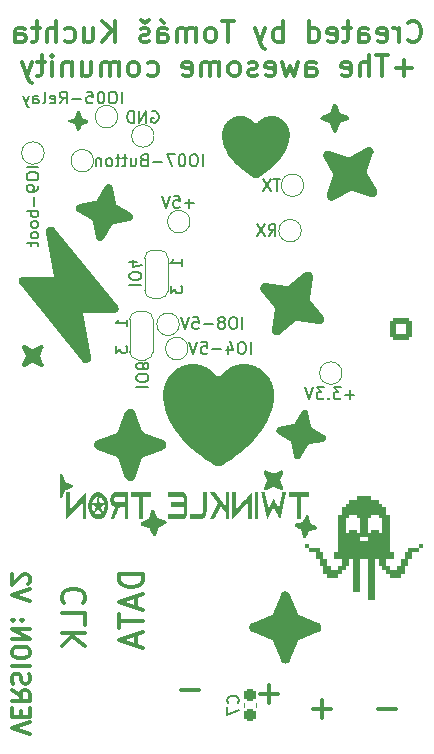
<source format=gbr>
%TF.GenerationSoftware,KiCad,Pcbnew,8.0.6*%
%TF.CreationDate,2024-11-14T14:47:25+01:00*%
%TF.ProjectId,TwinkleTron,5477696e-6b6c-4655-9472-6f6e2e6b6963,rev?*%
%TF.SameCoordinates,Original*%
%TF.FileFunction,Legend,Bot*%
%TF.FilePolarity,Positive*%
%FSLAX46Y46*%
G04 Gerber Fmt 4.6, Leading zero omitted, Abs format (unit mm)*
G04 Created by KiCad (PCBNEW 8.0.6) date 2024-11-14 14:47:25*
%MOMM*%
%LPD*%
G01*
G04 APERTURE LIST*
G04 Aperture macros list*
%AMRoundRect*
0 Rectangle with rounded corners*
0 $1 Rounding radius*
0 $2 $3 $4 $5 $6 $7 $8 $9 X,Y pos of 4 corners*
0 Add a 4 corners polygon primitive as box body*
4,1,4,$2,$3,$4,$5,$6,$7,$8,$9,$2,$3,0*
0 Add four circle primitives for the rounded corners*
1,1,$1+$1,$2,$3*
1,1,$1+$1,$4,$5*
1,1,$1+$1,$6,$7*
1,1,$1+$1,$8,$9*
0 Add four rect primitives between the rounded corners*
20,1,$1+$1,$2,$3,$4,$5,0*
20,1,$1+$1,$4,$5,$6,$7,0*
20,1,$1+$1,$6,$7,$8,$9,0*
20,1,$1+$1,$8,$9,$2,$3,0*%
%AMFreePoly0*
4,1,19,0.550000,-0.750000,0.000000,-0.750000,0.000000,-0.744911,-0.071157,-0.744911,-0.207708,-0.704816,-0.327430,-0.627875,-0.420627,-0.520320,-0.479746,-0.390866,-0.500000,-0.250000,-0.500000,0.250000,-0.479746,0.390866,-0.420627,0.520320,-0.327430,0.627875,-0.207708,0.704816,-0.071157,0.744911,0.000000,0.744911,0.000000,0.750000,0.550000,0.750000,0.550000,-0.750000,0.550000,-0.750000,
$1*%
%AMFreePoly1*
4,1,19,0.000000,0.744911,0.071157,0.744911,0.207708,0.704816,0.327430,0.627875,0.420627,0.520320,0.479746,0.390866,0.500000,0.250000,0.500000,-0.250000,0.479746,-0.390866,0.420627,-0.520320,0.327430,-0.627875,0.207708,-0.704816,0.071157,-0.744911,0.000000,-0.744911,0.000000,-0.750000,-0.550000,-0.750000,-0.550000,0.750000,0.000000,0.750000,0.000000,0.744911,0.000000,0.744911,
$1*%
G04 Aperture macros list end*
%ADD10C,0.000000*%
%ADD11C,0.300000*%
%ADD12C,0.150000*%
%ADD13C,0.350000*%
%ADD14C,0.120000*%
%ADD15R,2.600000X2.600000*%
%ADD16C,2.600000*%
%ADD17C,2.500000*%
%ADD18C,2.250000*%
%ADD19C,1.900000*%
%ADD20R,1.900000X2.000000*%
%ADD21O,1.700000X1.700000*%
%ADD22R,1.700000X1.700000*%
%ADD23RoundRect,0.250200X0.649800X-0.649800X0.649800X0.649800X-0.649800X0.649800X-0.649800X-0.649800X0*%
%ADD24C,1.800000*%
%ADD25C,0.650000*%
%ADD26O,2.100000X1.000000*%
%ADD27O,1.600000X1.000000*%
%ADD28R,2.000000X2.000000*%
%ADD29C,2.000000*%
%ADD30R,1.500000X1.500000*%
%ADD31C,1.500000*%
%ADD32RoundRect,0.237500X-0.237500X0.300000X-0.237500X-0.300000X0.237500X-0.300000X0.237500X0.300000X0*%
%ADD33FreePoly0,270.000000*%
%ADD34R,1.500000X1.000000*%
%ADD35FreePoly1,270.000000*%
G04 APERTURE END LIST*
D10*
G36*
X6438720Y-8788491D02*
G01*
X6443901Y-8788876D01*
X6449098Y-8789485D01*
X6457580Y-8791107D01*
X6465861Y-8793288D01*
X6473919Y-8796006D01*
X6481732Y-8799244D01*
X6489279Y-8802985D01*
X6496534Y-8807210D01*
X6503478Y-8811898D01*
X6510088Y-8817034D01*
X6516343Y-8822598D01*
X6522218Y-8828571D01*
X6527694Y-8834937D01*
X6532747Y-8841674D01*
X6537356Y-8848765D01*
X6541497Y-8856193D01*
X6545149Y-8863939D01*
X6548291Y-8871982D01*
X6713599Y-9325305D01*
X6714787Y-9328316D01*
X6716125Y-9331246D01*
X6717609Y-9334090D01*
X6719236Y-9336842D01*
X6720998Y-9339499D01*
X6722894Y-9342056D01*
X6724918Y-9344507D01*
X6727063Y-9346848D01*
X6729330Y-9349076D01*
X6731707Y-9351183D01*
X6734196Y-9353165D01*
X6736790Y-9355020D01*
X6739484Y-9356742D01*
X6742274Y-9358325D01*
X6745156Y-9359765D01*
X6748123Y-9361057D01*
X7198586Y-9543440D01*
X7207174Y-9547311D01*
X7215351Y-9551779D01*
X7223098Y-9556813D01*
X7230393Y-9562380D01*
X7237215Y-9568445D01*
X7243543Y-9574978D01*
X7249355Y-9581945D01*
X7254627Y-9589315D01*
X7259342Y-9597055D01*
X7263474Y-9605132D01*
X7267004Y-9613513D01*
X7269911Y-9622167D01*
X7272174Y-9631060D01*
X7273767Y-9640160D01*
X7274674Y-9649433D01*
X7274871Y-9658851D01*
X7274698Y-9663568D01*
X7274345Y-9668251D01*
X7273818Y-9672893D01*
X7273116Y-9677489D01*
X7272245Y-9682035D01*
X7271206Y-9686527D01*
X7270000Y-9690962D01*
X7268634Y-9695336D01*
X7267109Y-9699644D01*
X7265427Y-9703882D01*
X7263591Y-9708048D01*
X7261606Y-9712136D01*
X7259472Y-9716143D01*
X7257194Y-9720065D01*
X7254773Y-9723896D01*
X7252213Y-9727634D01*
X7249516Y-9731275D01*
X7246686Y-9734816D01*
X7243724Y-9738251D01*
X7240635Y-9741577D01*
X7237421Y-9744789D01*
X7234083Y-9747885D01*
X7230627Y-9750859D01*
X7227054Y-9753708D01*
X7223368Y-9756429D01*
X7219569Y-9759016D01*
X7215662Y-9761466D01*
X7211651Y-9763777D01*
X7207535Y-9765941D01*
X7203322Y-9767957D01*
X7199011Y-9769821D01*
X7194605Y-9771526D01*
X6738051Y-9938078D01*
X6735040Y-9939264D01*
X6732110Y-9940605D01*
X6729267Y-9942089D01*
X6726514Y-9943714D01*
X6723857Y-9945477D01*
X6721301Y-9947372D01*
X6718851Y-9949395D01*
X6716508Y-9951543D01*
X6714282Y-9953807D01*
X6712174Y-9956187D01*
X6710190Y-9958675D01*
X6708336Y-9961269D01*
X6706615Y-9963963D01*
X6705032Y-9966752D01*
X6703593Y-9969634D01*
X6702300Y-9972602D01*
X6519917Y-10423066D01*
X6516050Y-10431659D01*
X6511586Y-10439844D01*
X6506558Y-10447598D01*
X6500994Y-10454902D01*
X6494929Y-10461731D01*
X6488398Y-10468066D01*
X6481431Y-10473884D01*
X6474062Y-10479164D01*
X6466320Y-10483884D01*
X6458243Y-10488022D01*
X6449858Y-10491559D01*
X6441203Y-10494471D01*
X6432307Y-10496739D01*
X6423204Y-10498337D01*
X6413926Y-10499249D01*
X6404506Y-10499447D01*
X6399785Y-10499273D01*
X6395099Y-10498920D01*
X6390456Y-10498389D01*
X6385858Y-10497685D01*
X6381310Y-10496811D01*
X6376816Y-10495770D01*
X6372380Y-10494563D01*
X6368005Y-10493193D01*
X6363695Y-10491666D01*
X6359455Y-10489981D01*
X6355289Y-10488144D01*
X6351200Y-10486154D01*
X6347192Y-10484018D01*
X6343272Y-10481736D01*
X6339439Y-10479312D01*
X6335700Y-10476749D01*
X6332060Y-10474049D01*
X6328520Y-10471215D01*
X6325085Y-10468249D01*
X6321760Y-10465157D01*
X6318547Y-10461939D01*
X6315452Y-10458598D01*
X6312479Y-10455137D01*
X6309632Y-10451562D01*
X6306912Y-10447870D01*
X6304326Y-10444068D01*
X6301878Y-10440159D01*
X6299571Y-10436143D01*
X6297408Y-10432026D01*
X6295395Y-10427807D01*
X6293534Y-10423493D01*
X6291831Y-10419084D01*
X6125278Y-9962530D01*
X6124091Y-9959519D01*
X6122754Y-9956588D01*
X6121269Y-9953746D01*
X6119643Y-9950993D01*
X6117879Y-9948336D01*
X6115984Y-9945780D01*
X6113961Y-9943329D01*
X6111815Y-9940988D01*
X6109549Y-9938760D01*
X6107171Y-9936652D01*
X6104682Y-9934670D01*
X6102088Y-9932815D01*
X6099394Y-9931095D01*
X6096604Y-9929512D01*
X6093723Y-9928070D01*
X6090755Y-9926779D01*
X5640292Y-9744396D01*
X5631705Y-9740524D01*
X5623527Y-9736056D01*
X5615780Y-9731022D01*
X5608485Y-9725456D01*
X5601663Y-9719391D01*
X5595335Y-9712858D01*
X5589524Y-9705890D01*
X5584252Y-9698520D01*
X5579537Y-9690781D01*
X5575404Y-9682703D01*
X5571874Y-9674321D01*
X5568968Y-9665668D01*
X5566704Y-9656775D01*
X5565111Y-9647676D01*
X5564205Y-9638402D01*
X5564007Y-9628989D01*
X5564180Y-9624267D01*
X5564533Y-9619584D01*
X5565060Y-9614943D01*
X5565763Y-9610347D01*
X5566633Y-9605800D01*
X5567673Y-9601308D01*
X5568878Y-9596873D01*
X5570245Y-9592499D01*
X5571769Y-9588191D01*
X5573451Y-9583952D01*
X5575287Y-9579787D01*
X5577272Y-9575699D01*
X5579406Y-9571692D01*
X5581684Y-9567771D01*
X5584105Y-9563939D01*
X5586666Y-9560201D01*
X5589363Y-9556559D01*
X5592192Y-9553019D01*
X5595155Y-9549584D01*
X5598243Y-9546259D01*
X5601458Y-9543046D01*
X5604795Y-9539951D01*
X5608252Y-9536977D01*
X5611825Y-9534128D01*
X5615511Y-9531406D01*
X5619310Y-9528819D01*
X5623216Y-9526369D01*
X5627228Y-9524058D01*
X5631343Y-9521894D01*
X5635556Y-9519878D01*
X5639867Y-9518016D01*
X5644274Y-9516310D01*
X6100827Y-9349758D01*
X6103838Y-9348571D01*
X6106768Y-9347232D01*
X6109611Y-9345748D01*
X6112364Y-9344121D01*
X6115021Y-9342358D01*
X6117578Y-9340463D01*
X6120027Y-9338441D01*
X6122370Y-9336293D01*
X6124596Y-9334029D01*
X6126704Y-9331649D01*
X6128689Y-9329160D01*
X6130542Y-9326566D01*
X6132264Y-9323873D01*
X6133847Y-9321082D01*
X6135285Y-9318201D01*
X6136577Y-9315233D01*
X6318961Y-8864770D01*
X6321024Y-8859961D01*
X6323273Y-8855277D01*
X6328304Y-8846301D01*
X6334010Y-8837867D01*
X6340346Y-8830003D01*
X6347268Y-8822733D01*
X6354729Y-8816083D01*
X6362685Y-8810083D01*
X6371089Y-8804753D01*
X6379899Y-8800124D01*
X6389068Y-8796219D01*
X6398551Y-8793066D01*
X6408303Y-8790691D01*
X6418279Y-8789119D01*
X6428434Y-8788376D01*
X6438720Y-8788491D01*
G37*
G36*
X10850894Y-34000426D02*
G01*
X10869488Y-34002276D01*
X10899878Y-34007538D01*
X10929584Y-34014810D01*
X10958528Y-34024014D01*
X10986628Y-34035090D01*
X11013808Y-34047978D01*
X11039980Y-34062610D01*
X11065070Y-34078920D01*
X11088994Y-34096848D01*
X11111674Y-34116324D01*
X11133028Y-34137288D01*
X11152978Y-34159678D01*
X11171440Y-34183420D01*
X11188340Y-34208458D01*
X11203594Y-34234722D01*
X11217116Y-34262152D01*
X11228836Y-34290678D01*
X11847388Y-35899140D01*
X11851816Y-35909818D01*
X11856778Y-35920198D01*
X11862256Y-35930260D01*
X11868232Y-35939986D01*
X11874694Y-35949366D01*
X11881622Y-35958376D01*
X11889002Y-35967004D01*
X11896810Y-35975230D01*
X11905040Y-35983042D01*
X11913664Y-35990418D01*
X11922676Y-35997342D01*
X11932052Y-36003804D01*
X11941780Y-36009784D01*
X11951842Y-36015262D01*
X11962220Y-36020224D01*
X11972900Y-36024652D01*
X13592818Y-36647844D01*
X13623722Y-36661132D01*
X13653202Y-36676578D01*
X13681180Y-36694072D01*
X13707578Y-36713494D01*
X13732318Y-36734728D01*
X13755320Y-36757660D01*
X13776506Y-36782178D01*
X13795792Y-36808168D01*
X13813108Y-36835510D01*
X13828370Y-36864096D01*
X13841498Y-36893806D01*
X13852418Y-36924526D01*
X13861052Y-36956140D01*
X13867310Y-36988536D01*
X13871126Y-37021596D01*
X13872416Y-37055212D01*
X13872092Y-37072074D01*
X13871126Y-37088820D01*
X13869530Y-37105428D01*
X13867310Y-37121882D01*
X13864484Y-37138170D01*
X13861052Y-37154276D01*
X13857026Y-37170188D01*
X13852418Y-37185890D01*
X13847240Y-37201370D01*
X13841498Y-37216610D01*
X13835204Y-37231598D01*
X13828370Y-37246320D01*
X13820998Y-37260762D01*
X13813108Y-37274906D01*
X13804702Y-37288740D01*
X13795792Y-37302248D01*
X13786388Y-37315418D01*
X13776506Y-37328238D01*
X13766144Y-37340688D01*
X13755320Y-37352756D01*
X13744040Y-37364426D01*
X13732318Y-37375692D01*
X13720160Y-37386528D01*
X13707578Y-37396922D01*
X13694582Y-37406870D01*
X13681180Y-37416344D01*
X13667384Y-37425338D01*
X13653202Y-37433838D01*
X13638644Y-37441824D01*
X13623722Y-37449284D01*
X13608446Y-37456206D01*
X13592818Y-37462574D01*
X11972900Y-38085764D01*
X11962220Y-38090192D01*
X11951842Y-38095158D01*
X11941780Y-38100636D01*
X11932054Y-38106612D01*
X11922676Y-38113074D01*
X11913664Y-38120000D01*
X11905040Y-38127378D01*
X11896810Y-38135190D01*
X11889002Y-38143416D01*
X11881624Y-38152044D01*
X11874694Y-38161052D01*
X11868236Y-38170430D01*
X11862256Y-38180160D01*
X11856778Y-38190218D01*
X11851820Y-38200598D01*
X11847388Y-38211278D01*
X11224196Y-39831198D01*
X11210926Y-39862124D01*
X11195494Y-39891630D01*
X11178020Y-39919634D01*
X11158606Y-39946062D01*
X11137378Y-39970824D01*
X11114450Y-39993852D01*
X11089934Y-40015062D01*
X11063948Y-40034376D01*
X11036600Y-40051712D01*
X11008012Y-40066994D01*
X10978294Y-40080150D01*
X10947568Y-40091084D01*
X10915942Y-40099736D01*
X10883534Y-40106012D01*
X10850458Y-40109844D01*
X10816832Y-40111142D01*
X10799958Y-40110812D01*
X10783206Y-40109844D01*
X10766592Y-40108238D01*
X10750128Y-40106012D01*
X10733834Y-40103174D01*
X10717722Y-40099736D01*
X10701804Y-40095702D01*
X10686096Y-40091084D01*
X10670610Y-40085898D01*
X10655364Y-40080150D01*
X10640376Y-40073844D01*
X10625652Y-40066994D01*
X10611206Y-40059618D01*
X10597064Y-40051712D01*
X10583226Y-40043294D01*
X10569716Y-40034376D01*
X10556546Y-40024962D01*
X10543730Y-40015062D01*
X10531278Y-40004688D01*
X10519214Y-39993852D01*
X10507542Y-39982562D01*
X10496282Y-39970824D01*
X10485446Y-39958652D01*
X10475058Y-39946062D01*
X10465116Y-39933048D01*
X10455644Y-39919634D01*
X10446660Y-39905828D01*
X10438170Y-39891630D01*
X10430190Y-39877062D01*
X10422738Y-39862124D01*
X10415826Y-39846834D01*
X10409468Y-39831198D01*
X9786272Y-38211278D01*
X9781844Y-38200598D01*
X9776886Y-38190218D01*
X9771408Y-38180160D01*
X9765428Y-38170430D01*
X9758966Y-38161052D01*
X9752040Y-38152044D01*
X9744662Y-38143416D01*
X9736854Y-38135190D01*
X9728624Y-38127378D01*
X9720000Y-38120000D01*
X9710988Y-38113074D01*
X9701610Y-38106612D01*
X9691884Y-38100636D01*
X9681822Y-38095158D01*
X9671444Y-38090192D01*
X9660764Y-38085764D01*
X8040846Y-37462574D01*
X8009942Y-37449284D01*
X7980462Y-37433838D01*
X7952484Y-37416344D01*
X7926086Y-37396922D01*
X7901346Y-37375692D01*
X7878344Y-37352756D01*
X7857158Y-37328238D01*
X7837872Y-37302248D01*
X7820556Y-37274906D01*
X7805294Y-37246320D01*
X7792166Y-37216610D01*
X7781246Y-37185890D01*
X7772612Y-37154276D01*
X7766354Y-37121882D01*
X7762538Y-37088820D01*
X7761248Y-37055212D01*
X7761572Y-37038342D01*
X7762538Y-37021596D01*
X7764134Y-37004992D01*
X7766354Y-36988536D01*
X7769180Y-36972246D01*
X7772612Y-36956140D01*
X7776638Y-36940228D01*
X7781246Y-36924526D01*
X7786424Y-36909046D01*
X7792166Y-36893806D01*
X7798460Y-36878818D01*
X7805294Y-36864096D01*
X7812666Y-36849654D01*
X7820556Y-36835510D01*
X7828962Y-36821676D01*
X7837872Y-36808168D01*
X7847276Y-36794998D01*
X7857158Y-36782178D01*
X7867520Y-36769728D01*
X7878344Y-36757660D01*
X7889624Y-36745990D01*
X7901346Y-36734728D01*
X7913504Y-36723892D01*
X7926086Y-36713494D01*
X7939082Y-36703548D01*
X7952484Y-36694072D01*
X7966280Y-36685078D01*
X7980462Y-36676578D01*
X7995020Y-36668592D01*
X8009942Y-36661132D01*
X8025218Y-36654214D01*
X8040846Y-36647844D01*
X9660764Y-36024652D01*
X9671444Y-36020224D01*
X9681822Y-36015262D01*
X9691884Y-36009784D01*
X9701612Y-36003804D01*
X9710988Y-35997342D01*
X9720000Y-35990418D01*
X9728624Y-35983042D01*
X9736854Y-35975230D01*
X9744662Y-35967004D01*
X9752040Y-35958376D01*
X9758970Y-35949366D01*
X9765428Y-35939986D01*
X9771408Y-35930260D01*
X9776886Y-35920198D01*
X9781844Y-35909818D01*
X9786272Y-35899140D01*
X10409468Y-34279222D01*
X10416534Y-34261918D01*
X10424274Y-34245054D01*
X10441680Y-34212688D01*
X10461530Y-34182216D01*
X10483664Y-34153738D01*
X10507928Y-34127346D01*
X10534154Y-34103136D01*
X10562190Y-34081212D01*
X10591868Y-34061658D01*
X10623038Y-34044580D01*
X10655538Y-34030066D01*
X10689204Y-34018216D01*
X10723880Y-34009126D01*
X10759404Y-34002888D01*
X10795626Y-33999606D01*
X10832366Y-33999370D01*
X10850894Y-34000426D01*
G37*
G36*
X25859995Y-22385271D02*
G01*
X25895398Y-22388951D01*
X25930478Y-22395522D01*
X25965054Y-22404988D01*
X25998937Y-22417347D01*
X26031948Y-22432616D01*
X26063883Y-22450782D01*
X26079401Y-22460960D01*
X26094579Y-22471859D01*
X26118266Y-22491611D01*
X26140357Y-22512762D01*
X26160821Y-22535205D01*
X26179618Y-22558847D01*
X26196713Y-22583598D01*
X26212062Y-22609356D01*
X26225636Y-22636026D01*
X26237391Y-22663514D01*
X26247294Y-22691721D01*
X26255305Y-22720553D01*
X26261387Y-22749918D01*
X26265505Y-22779711D01*
X26267622Y-22809844D01*
X26267700Y-22840216D01*
X26265696Y-22870732D01*
X26261582Y-22901297D01*
X25993033Y-24603542D01*
X25991529Y-24615003D01*
X25990636Y-24626473D01*
X25990349Y-24637926D01*
X25990662Y-24649337D01*
X25991568Y-24660692D01*
X25993063Y-24671959D01*
X25995140Y-24683121D01*
X25997789Y-24694149D01*
X26001010Y-24705029D01*
X26004791Y-24715729D01*
X26009133Y-24726231D01*
X26014022Y-24736515D01*
X26019457Y-24746558D01*
X26025432Y-24756333D01*
X26031939Y-24765819D01*
X26038974Y-24774994D01*
X27130268Y-26124652D01*
X27150388Y-26151612D01*
X27168195Y-26179729D01*
X27183678Y-26208868D01*
X27196828Y-26238887D01*
X27207636Y-26269646D01*
X27216091Y-26301007D01*
X27222179Y-26332833D01*
X27225887Y-26364984D01*
X27227212Y-26397321D01*
X27226136Y-26429708D01*
X27222650Y-26462002D01*
X27216747Y-26494066D01*
X27208417Y-26525762D01*
X27197639Y-26556946D01*
X27184414Y-26587485D01*
X27168723Y-26617242D01*
X27160011Y-26631683D01*
X27150802Y-26645703D01*
X27141116Y-26659288D01*
X27130966Y-26672427D01*
X27120375Y-26685120D01*
X27109349Y-26697352D01*
X27097907Y-26709120D01*
X27086065Y-26720414D01*
X27073841Y-26731231D01*
X27061248Y-26741558D01*
X27048303Y-26751391D01*
X27035024Y-26760724D01*
X27021419Y-26769545D01*
X27007514Y-26777849D01*
X26993317Y-26785627D01*
X26978847Y-26792870D01*
X26964117Y-26799573D01*
X26949149Y-26805735D01*
X26933951Y-26811336D01*
X26918543Y-26816375D01*
X26902939Y-26820842D01*
X26887154Y-26824737D01*
X26871207Y-26828042D01*
X26855114Y-26830753D01*
X26838885Y-26832870D01*
X26822542Y-26834374D01*
X26806097Y-26835265D01*
X26789565Y-26835535D01*
X26772964Y-26835172D01*
X26756312Y-26834172D01*
X26739621Y-26832528D01*
X26722903Y-26830229D01*
X25008418Y-26559969D01*
X24996955Y-26558463D01*
X24985484Y-26557575D01*
X24974031Y-26557288D01*
X24962620Y-26557601D01*
X24951267Y-26558508D01*
X24940000Y-26560000D01*
X24928842Y-26562077D01*
X24917809Y-26564728D01*
X24906934Y-26567948D01*
X24896230Y-26571731D01*
X24885725Y-26576067D01*
X24875443Y-26580960D01*
X24865399Y-26586396D01*
X24855626Y-26592367D01*
X24846142Y-26598878D01*
X24836964Y-26605911D01*
X23487305Y-27697207D01*
X23460350Y-27717354D01*
X23432232Y-27735191D01*
X23403097Y-27750707D01*
X23373070Y-27763887D01*
X23342305Y-27774717D01*
X23310935Y-27783196D01*
X23279099Y-27789307D01*
X23246937Y-27793040D01*
X23214585Y-27794380D01*
X23182186Y-27793320D01*
X23149872Y-27789855D01*
X23117795Y-27783961D01*
X23086080Y-27775641D01*
X23054876Y-27764872D01*
X23024315Y-27751652D01*
X22994546Y-27735963D01*
X22980097Y-27727241D01*
X22966074Y-27718026D01*
X22952488Y-27708328D01*
X22939343Y-27698169D01*
X22926651Y-27687564D01*
X22914417Y-27676531D01*
X22902648Y-27665078D01*
X22891354Y-27653225D01*
X22880536Y-27640990D01*
X22870206Y-27628390D01*
X22860379Y-27615434D01*
X22851053Y-27602140D01*
X22842230Y-27588529D01*
X22833936Y-27574612D01*
X22826161Y-27560402D01*
X22818920Y-27545924D01*
X22812221Y-27531186D01*
X22806072Y-27516205D01*
X22800475Y-27500995D01*
X22795446Y-27485578D01*
X22790983Y-27469965D01*
X22787100Y-27454169D01*
X22783802Y-27438210D01*
X22781101Y-27422113D01*
X22778998Y-27405871D01*
X22777502Y-27389519D01*
X22776624Y-27373070D01*
X22776371Y-27356529D01*
X22776744Y-27339923D01*
X22777759Y-27323260D01*
X22779418Y-27306563D01*
X22781730Y-27289843D01*
X23051986Y-25575353D01*
X23053492Y-25563890D01*
X23054388Y-25552421D01*
X23054673Y-25540972D01*
X23054359Y-25529556D01*
X23053452Y-25518203D01*
X23051958Y-25506939D01*
X23049882Y-25495778D01*
X23047233Y-25484750D01*
X23044012Y-25473869D01*
X23040232Y-25463168D01*
X23035891Y-25452664D01*
X23031000Y-25442379D01*
X23025565Y-25432340D01*
X23019590Y-25422565D01*
X23013085Y-25413075D01*
X23006050Y-25403901D01*
X21914755Y-24054244D01*
X21894636Y-24027283D01*
X21876829Y-23999166D01*
X21861346Y-23970027D01*
X21848196Y-23940008D01*
X21837386Y-23909252D01*
X21828933Y-23877888D01*
X21822845Y-23846062D01*
X21819137Y-23813911D01*
X21817812Y-23781574D01*
X21818888Y-23749187D01*
X21822374Y-23716893D01*
X21828277Y-23684829D01*
X21836607Y-23653133D01*
X21847384Y-23621950D01*
X21860610Y-23591410D01*
X21876297Y-23561659D01*
X21885013Y-23547212D01*
X21894222Y-23533192D01*
X21903906Y-23519611D01*
X21914057Y-23506469D01*
X21924649Y-23493775D01*
X21935675Y-23481543D01*
X21947117Y-23469775D01*
X21958959Y-23458481D01*
X21971183Y-23447664D01*
X21983776Y-23437337D01*
X21996721Y-23427504D01*
X22010000Y-23418171D01*
X22023605Y-23409350D01*
X22037510Y-23401046D01*
X22051707Y-23393268D01*
X22066177Y-23386025D01*
X22080907Y-23379321D01*
X22095875Y-23373160D01*
X22111073Y-23367559D01*
X22126481Y-23362520D01*
X22142085Y-23358053D01*
X22157868Y-23354161D01*
X22173815Y-23350856D01*
X22189910Y-23348142D01*
X22206138Y-23346026D01*
X22222482Y-23344521D01*
X22238927Y-23343630D01*
X22255459Y-23343360D01*
X22272060Y-23343723D01*
X22288712Y-23344723D01*
X22305401Y-23346370D01*
X22322120Y-23348667D01*
X24036606Y-23618926D01*
X24048069Y-23620431D01*
X24059538Y-23621323D01*
X24070991Y-23621610D01*
X24082406Y-23621295D01*
X24093757Y-23620387D01*
X24105023Y-23618897D01*
X24116180Y-23616821D01*
X24127213Y-23614171D01*
X24138088Y-23610951D01*
X24148792Y-23607168D01*
X24159298Y-23602830D01*
X24169581Y-23597935D01*
X24179623Y-23592502D01*
X24189398Y-23586527D01*
X24198882Y-23580017D01*
X24208055Y-23572984D01*
X25557717Y-22481692D01*
X25572488Y-22470239D01*
X25587623Y-22459504D01*
X25618880Y-22440177D01*
X25651307Y-22423713D01*
X25684715Y-22410117D01*
X25718924Y-22399393D01*
X25753741Y-22391540D01*
X25788983Y-22386571D01*
X25824462Y-22384476D01*
X25859995Y-22385271D01*
G37*
G36*
X28154577Y-8182630D02*
G01*
X28162015Y-8183370D01*
X28174171Y-8185475D01*
X28186053Y-8188384D01*
X28197631Y-8192066D01*
X28208871Y-8196496D01*
X28219743Y-8201651D01*
X28230212Y-8207504D01*
X28240248Y-8214028D01*
X28249817Y-8221199D01*
X28258889Y-8228990D01*
X28267431Y-8237375D01*
X28275411Y-8246331D01*
X28282796Y-8255828D01*
X28289556Y-8265843D01*
X28295657Y-8276349D01*
X28301066Y-8287321D01*
X28305754Y-8298731D01*
X28553175Y-8942116D01*
X28554946Y-8946387D01*
X28556931Y-8950539D01*
X28559122Y-8954564D01*
X28561513Y-8958454D01*
X28564097Y-8962206D01*
X28566869Y-8965810D01*
X28569821Y-8969262D01*
X28572944Y-8972552D01*
X28576236Y-8975677D01*
X28579685Y-8978627D01*
X28583290Y-8981397D01*
X28587041Y-8983982D01*
X28590932Y-8986374D01*
X28594957Y-8988565D01*
X28599108Y-8990550D01*
X28603380Y-8992321D01*
X29251347Y-9241598D01*
X29263709Y-9246913D01*
X29275501Y-9253091D01*
X29286692Y-9260089D01*
X29297251Y-9267858D01*
X29307147Y-9276351D01*
X29316348Y-9285524D01*
X29324822Y-9295331D01*
X29332537Y-9305727D01*
X29339463Y-9316664D01*
X29345568Y-9328098D01*
X29350819Y-9339982D01*
X29355187Y-9352270D01*
X29358641Y-9364916D01*
X29361144Y-9377874D01*
X29362670Y-9391098D01*
X29363186Y-9404545D01*
X29363057Y-9411289D01*
X29362670Y-9417987D01*
X29362032Y-9424630D01*
X29361144Y-9431212D01*
X29360013Y-9437727D01*
X29358641Y-9444170D01*
X29357030Y-9450534D01*
X29355187Y-9456815D01*
X29353116Y-9463007D01*
X29350819Y-9469103D01*
X29348301Y-9475098D01*
X29345568Y-9480987D01*
X29342619Y-9486764D01*
X29339463Y-9492422D01*
X29336101Y-9497955D01*
X29332537Y-9503358D01*
X29328775Y-9508626D01*
X29324822Y-9513754D01*
X29320677Y-9518734D01*
X29316348Y-9523562D01*
X29311836Y-9528230D01*
X29307147Y-9532736D01*
X29302284Y-9537070D01*
X29297251Y-9541228D01*
X29292053Y-9545207D01*
X29286692Y-9548997D01*
X29281173Y-9552594D01*
X29275501Y-9555994D01*
X29269677Y-9559189D01*
X29263709Y-9562173D01*
X29257598Y-9564942D01*
X29251347Y-9567489D01*
X28603380Y-9816765D01*
X28599108Y-9818536D01*
X28594957Y-9820522D01*
X28590932Y-9822714D01*
X28587041Y-9825104D01*
X28583290Y-9827689D01*
X28579685Y-9830459D01*
X28576236Y-9833410D01*
X28572944Y-9836535D01*
X28569821Y-9839826D01*
X28566869Y-9843277D01*
X28564097Y-9846880D01*
X28561514Y-9850631D01*
X28559122Y-9854523D01*
X28556931Y-9858546D01*
X28554948Y-9862698D01*
X28553175Y-9866970D01*
X28303898Y-10514938D01*
X28298590Y-10527309D01*
X28292417Y-10539111D01*
X28285428Y-10550313D01*
X28277662Y-10560884D01*
X28269171Y-10570789D01*
X28260000Y-10580000D01*
X28250193Y-10588484D01*
X28239799Y-10596210D01*
X28228860Y-10603144D01*
X28217425Y-10609257D01*
X28205537Y-10614519D01*
X28193247Y-10618893D01*
X28180597Y-10622354D01*
X28167633Y-10624864D01*
X28154403Y-10626397D01*
X28140953Y-10626916D01*
X28134204Y-10626784D01*
X28127503Y-10626397D01*
X28120857Y-10625754D01*
X28114272Y-10624864D01*
X28107754Y-10623729D01*
X28101309Y-10622354D01*
X28094942Y-10620740D01*
X28088659Y-10618893D01*
X28082465Y-10616818D01*
X28076366Y-10614519D01*
X28070371Y-10611997D01*
X28064481Y-10609257D01*
X28058703Y-10606306D01*
X28053046Y-10603144D01*
X28047511Y-10599777D01*
X28042107Y-10596210D01*
X28036839Y-10592444D01*
X28031713Y-10588484D01*
X28026732Y-10584334D01*
X28021906Y-10580000D01*
X28017237Y-10575484D01*
X28012733Y-10570789D01*
X28008399Y-10565920D01*
X28004244Y-10560884D01*
X28000267Y-10555678D01*
X27996478Y-10550313D01*
X27992885Y-10544790D01*
X27989489Y-10539111D01*
X27986297Y-10533284D01*
X27983316Y-10527309D01*
X27980551Y-10521193D01*
X27978008Y-10514938D01*
X27728729Y-9866970D01*
X27726958Y-9862698D01*
X27724975Y-9858546D01*
X27722784Y-9854523D01*
X27720392Y-9850631D01*
X27717807Y-9846880D01*
X27715037Y-9843277D01*
X27712085Y-9839826D01*
X27708962Y-9836535D01*
X27705670Y-9833410D01*
X27702221Y-9830459D01*
X27698616Y-9827689D01*
X27694865Y-9825104D01*
X27690974Y-9822714D01*
X27686949Y-9820522D01*
X27682798Y-9818536D01*
X27678526Y-9816765D01*
X27030559Y-9567489D01*
X27018197Y-9562173D01*
X27006405Y-9555994D01*
X26995214Y-9548997D01*
X26984655Y-9541228D01*
X26974759Y-9532736D01*
X26965558Y-9523562D01*
X26957084Y-9513754D01*
X26949369Y-9503358D01*
X26942443Y-9492422D01*
X26936338Y-9480987D01*
X26931087Y-9469103D01*
X26926719Y-9456815D01*
X26923265Y-9444170D01*
X26920762Y-9431212D01*
X26919236Y-9417987D01*
X26918720Y-9404545D01*
X26918849Y-9397797D01*
X26919236Y-9391098D01*
X26919874Y-9384457D01*
X26920762Y-9377874D01*
X26921893Y-9371358D01*
X26923265Y-9364916D01*
X26924876Y-9358551D01*
X26926719Y-9352270D01*
X26928790Y-9346078D01*
X26931087Y-9339982D01*
X26933605Y-9333987D01*
X26936338Y-9328098D01*
X26939287Y-9322322D01*
X26942443Y-9316664D01*
X26945805Y-9311130D01*
X26949369Y-9305727D01*
X26953131Y-9300459D01*
X26957084Y-9295331D01*
X26961229Y-9290351D01*
X26965558Y-9285524D01*
X26970070Y-9280856D01*
X26974759Y-9276351D01*
X26979622Y-9272017D01*
X26984655Y-9267858D01*
X26989853Y-9263879D01*
X26995214Y-9260089D01*
X27000733Y-9256491D01*
X27006405Y-9253091D01*
X27012229Y-9249897D01*
X27018197Y-9246913D01*
X27024308Y-9244146D01*
X27030559Y-9241598D01*
X27678526Y-8992321D01*
X27682798Y-8990550D01*
X27686949Y-8988565D01*
X27690974Y-8986374D01*
X27694865Y-8983982D01*
X27698616Y-8981397D01*
X27702221Y-8978627D01*
X27705670Y-8975677D01*
X27708962Y-8972552D01*
X27712085Y-8969262D01*
X27715037Y-8965810D01*
X27717809Y-8962206D01*
X27720392Y-8958454D01*
X27722784Y-8954564D01*
X27724975Y-8950539D01*
X27726958Y-8946387D01*
X27728729Y-8942116D01*
X27978008Y-8294149D01*
X27980834Y-8287227D01*
X27983930Y-8280482D01*
X27990893Y-8267535D01*
X27998833Y-8255346D01*
X28007686Y-8243955D01*
X28017392Y-8233398D01*
X28027882Y-8223714D01*
X28039097Y-8214945D01*
X28050968Y-8207123D01*
X28063436Y-8200292D01*
X28076436Y-8194486D01*
X28089902Y-8189746D01*
X28103773Y-8186110D01*
X28117982Y-8183615D01*
X28132471Y-8182302D01*
X28147166Y-8182208D01*
X28154577Y-8182630D01*
G37*
G36*
X3318590Y-28623088D02*
G01*
X3332721Y-28624817D01*
X3346646Y-28627680D01*
X3360292Y-28631666D01*
X3373590Y-28636753D01*
X3386464Y-28642923D01*
X3398843Y-28650161D01*
X3410654Y-28658444D01*
X3421828Y-28667760D01*
X3432286Y-28678085D01*
X3437228Y-28683624D01*
X3441964Y-28689406D01*
X3449071Y-28699490D01*
X3455416Y-28709949D01*
X3460999Y-28720740D01*
X3465814Y-28731820D01*
X3469857Y-28743153D01*
X3473121Y-28754694D01*
X3475604Y-28766404D01*
X3477300Y-28778241D01*
X3478206Y-28790165D01*
X3478317Y-28802134D01*
X3477627Y-28814110D01*
X3476133Y-28826047D01*
X3473832Y-28837909D01*
X3470717Y-28849652D01*
X3466783Y-28861235D01*
X3462030Y-28872618D01*
X3182041Y-29502513D01*
X3180273Y-29506785D01*
X3178741Y-29511125D01*
X3177444Y-29515520D01*
X3176384Y-29519961D01*
X3175558Y-29524442D01*
X3174970Y-29528950D01*
X3174617Y-29533478D01*
X3174498Y-29538013D01*
X3174617Y-29542550D01*
X3174969Y-29547074D01*
X3175560Y-29551582D01*
X3176384Y-29556062D01*
X3177444Y-29560505D01*
X3178741Y-29564901D01*
X3180273Y-29569239D01*
X3182041Y-29573512D01*
X3463958Y-30207960D01*
X3468941Y-30220459D01*
X3472910Y-30233166D01*
X3475875Y-30246027D01*
X3477848Y-30258987D01*
X3478840Y-30271990D01*
X3478860Y-30284983D01*
X3477917Y-30297909D01*
X3476022Y-30310716D01*
X3473185Y-30323347D01*
X3469417Y-30335749D01*
X3464727Y-30347865D01*
X3459127Y-30359643D01*
X3452627Y-30371027D01*
X3445234Y-30381960D01*
X3436962Y-30392389D01*
X3427819Y-30402263D01*
X3422959Y-30406940D01*
X3417949Y-30411403D01*
X3412801Y-30415649D01*
X3407518Y-30419675D01*
X3402112Y-30423482D01*
X3396586Y-30427068D01*
X3390947Y-30430429D01*
X3385202Y-30433567D01*
X3379359Y-30436481D01*
X3373425Y-30439167D01*
X3367405Y-30441626D01*
X3361308Y-30443858D01*
X3355138Y-30445857D01*
X3348906Y-30447626D01*
X3342616Y-30449162D01*
X3336275Y-30450462D01*
X3329890Y-30451527D01*
X3323469Y-30452358D01*
X3317017Y-30452948D01*
X3310542Y-30453301D01*
X3304050Y-30453411D01*
X3297548Y-30453282D01*
X3291045Y-30452908D01*
X3284546Y-30452289D01*
X3278057Y-30451427D01*
X3271586Y-30450316D01*
X3265140Y-30448957D01*
X3258725Y-30447351D01*
X3252348Y-30445492D01*
X3246018Y-30443382D01*
X3239739Y-30441019D01*
X3233518Y-30438399D01*
X2599071Y-30156482D01*
X2594798Y-30154714D01*
X2590459Y-30153183D01*
X2586063Y-30151887D01*
X2581621Y-30150825D01*
X2577141Y-30150001D01*
X2572633Y-30149411D01*
X2568108Y-30149058D01*
X2563570Y-30148940D01*
X2559036Y-30149059D01*
X2554508Y-30149412D01*
X2550000Y-30150000D01*
X2545522Y-30150825D01*
X2541078Y-30151886D01*
X2536684Y-30153182D01*
X2532346Y-30154715D01*
X2528072Y-30156482D01*
X1893624Y-30438399D01*
X1881123Y-30443394D01*
X1868412Y-30447374D01*
X1855549Y-30450353D01*
X1842583Y-30452336D01*
X1829575Y-30453336D01*
X1816577Y-30453365D01*
X1803644Y-30452429D01*
X1790831Y-30450543D01*
X1778193Y-30447711D01*
X1765784Y-30443947D01*
X1753657Y-30439262D01*
X1741874Y-30433665D01*
X1730482Y-30427167D01*
X1719540Y-30419775D01*
X1709101Y-30411504D01*
X1699224Y-30402360D01*
X1694545Y-30397495D01*
X1690080Y-30392483D01*
X1685835Y-30387329D01*
X1681808Y-30382043D01*
X1678002Y-30376632D01*
X1674417Y-30371102D01*
X1671056Y-30365459D01*
X1667919Y-30359710D01*
X1665007Y-30353863D01*
X1662320Y-30347924D01*
X1659864Y-30341902D01*
X1657637Y-30335800D01*
X1655638Y-30329627D01*
X1653873Y-30323391D01*
X1652340Y-30317097D01*
X1651041Y-30310753D01*
X1649979Y-30304365D01*
X1649155Y-30297940D01*
X1648567Y-30291484D01*
X1648219Y-30285007D01*
X1648111Y-30278512D01*
X1648246Y-30272007D01*
X1648625Y-30265500D01*
X1649248Y-30259001D01*
X1650117Y-30252507D01*
X1651231Y-30246035D01*
X1652596Y-30239589D01*
X1654210Y-30233172D01*
X1656073Y-30226794D01*
X1658190Y-30220461D01*
X1660560Y-30214182D01*
X1663185Y-30207960D01*
X1945100Y-29573511D01*
X1946869Y-29569238D01*
X1948402Y-29564900D01*
X1949698Y-29560506D01*
X1950759Y-29556062D01*
X1951583Y-29551582D01*
X1952172Y-29547076D01*
X1952525Y-29542548D01*
X1952644Y-29538014D01*
X1952526Y-29533476D01*
X1952173Y-29528951D01*
X1951583Y-29524443D01*
X1950759Y-29519963D01*
X1949697Y-29515521D01*
X1948401Y-29511125D01*
X1946870Y-29506786D01*
X1945102Y-29502513D01*
X1663185Y-28868066D01*
X1658202Y-28855566D01*
X1654233Y-28842859D01*
X1651268Y-28829998D01*
X1649295Y-28817038D01*
X1648302Y-28804036D01*
X1648283Y-28791042D01*
X1649226Y-28778115D01*
X1651122Y-28765309D01*
X1653958Y-28752678D01*
X1657726Y-28740276D01*
X1662417Y-28728159D01*
X1668017Y-28716382D01*
X1674516Y-28704998D01*
X1681909Y-28694066D01*
X1690181Y-28683635D01*
X1699321Y-28673765D01*
X1704184Y-28669085D01*
X1709195Y-28664622D01*
X1714342Y-28660377D01*
X1719624Y-28656350D01*
X1725032Y-28652542D01*
X1730557Y-28648957D01*
X1736197Y-28645596D01*
X1741941Y-28642457D01*
X1747784Y-28639543D01*
X1753719Y-28636857D01*
X1759739Y-28634398D01*
X1765835Y-28632167D01*
X1772005Y-28630168D01*
X1778237Y-28628399D01*
X1784528Y-28626863D01*
X1790868Y-28625562D01*
X1797253Y-28624498D01*
X1803675Y-28623667D01*
X1810127Y-28623076D01*
X1816601Y-28622724D01*
X1823093Y-28622614D01*
X1829594Y-28622744D01*
X1836097Y-28623118D01*
X1842597Y-28623736D01*
X1849086Y-28624598D01*
X1855557Y-28625709D01*
X1862003Y-28627067D01*
X1868418Y-28628674D01*
X1874795Y-28630533D01*
X1881125Y-28632643D01*
X1887402Y-28635008D01*
X1893624Y-28637626D01*
X2528072Y-28919543D01*
X2532345Y-28921311D01*
X2536683Y-28922843D01*
X2541079Y-28924140D01*
X2545522Y-28925200D01*
X2550002Y-28926024D01*
X2554510Y-28926615D01*
X2559034Y-28926967D01*
X2563571Y-28927086D01*
X2568106Y-28926967D01*
X2572634Y-28926614D01*
X2577142Y-28926026D01*
X2581622Y-28925199D01*
X2586064Y-28924140D01*
X2590459Y-28922843D01*
X2594797Y-28921309D01*
X2599070Y-28919541D01*
X3233519Y-28637626D01*
X3240411Y-28634730D01*
X3247370Y-28632150D01*
X3261449Y-28627919D01*
X3275682Y-28624914D01*
X3289997Y-28623119D01*
X3304325Y-28622518D01*
X3318590Y-28623088D01*
G37*
G36*
X31043890Y-11836695D02*
G01*
X31073811Y-11840716D01*
X31103393Y-11846951D01*
X31132497Y-11855388D01*
X31160999Y-11866003D01*
X31188767Y-11878790D01*
X31215667Y-11893744D01*
X31241583Y-11910843D01*
X31266372Y-11930071D01*
X31278234Y-11940416D01*
X31289621Y-11951154D01*
X31300534Y-11962249D01*
X31310961Y-11973699D01*
X31320908Y-11985492D01*
X31330360Y-11997598D01*
X31339314Y-12010019D01*
X31347776Y-12022726D01*
X31355734Y-12035709D01*
X31363180Y-12048954D01*
X31370116Y-12062439D01*
X31376540Y-12076149D01*
X31382437Y-12090077D01*
X31387815Y-12104196D01*
X31392662Y-12118500D01*
X31396974Y-12132966D01*
X31400740Y-12147585D01*
X31403978Y-12162334D01*
X31406663Y-12177205D01*
X31408797Y-12192174D01*
X31410370Y-12207235D01*
X31411391Y-12222366D01*
X31411842Y-12237550D01*
X31411729Y-12252777D01*
X31411044Y-12268030D01*
X31409779Y-12283287D01*
X31407935Y-12298541D01*
X31405504Y-12313771D01*
X31402481Y-12328967D01*
X31398869Y-12344101D01*
X31394649Y-12359165D01*
X31389829Y-12374152D01*
X30863806Y-13905486D01*
X30860566Y-13915771D01*
X30857891Y-13926162D01*
X30855769Y-13936640D01*
X30854208Y-13947177D01*
X30853207Y-13957752D01*
X30852750Y-13968346D01*
X30852851Y-13978929D01*
X30853495Y-13989488D01*
X30854693Y-14000000D01*
X30856433Y-14010450D01*
X30858716Y-14020803D01*
X30861550Y-14031043D01*
X30864912Y-14041149D01*
X30868820Y-14051097D01*
X30873264Y-14060861D01*
X30878241Y-14070430D01*
X31662181Y-15487157D01*
X31670313Y-15502578D01*
X31677721Y-15518223D01*
X31690411Y-15550074D01*
X31700286Y-15582531D01*
X31707366Y-15615424D01*
X31711674Y-15648592D01*
X31713251Y-15681850D01*
X31712109Y-15715031D01*
X31708285Y-15747967D01*
X31701798Y-15780480D01*
X31692681Y-15812410D01*
X31680965Y-15843575D01*
X31666664Y-15873804D01*
X31649822Y-15902929D01*
X31630448Y-15930783D01*
X31608585Y-15957181D01*
X31596723Y-15969788D01*
X31584251Y-15981969D01*
X31562267Y-16000527D01*
X31539257Y-16017397D01*
X31515318Y-16032562D01*
X31490557Y-16045999D01*
X31465048Y-16057696D01*
X31438897Y-16067628D01*
X31412199Y-16075774D01*
X31385041Y-16082121D01*
X31357520Y-16086650D01*
X31329736Y-16089341D01*
X31301772Y-16090171D01*
X31273735Y-16089130D01*
X31245708Y-16086193D01*
X31217791Y-16081341D01*
X31190081Y-16074556D01*
X31162668Y-16065828D01*
X29642305Y-15543356D01*
X29632023Y-15540119D01*
X29621627Y-15537440D01*
X29611151Y-15535319D01*
X29600620Y-15533758D01*
X29590042Y-15532750D01*
X29579449Y-15532301D01*
X29568855Y-15532401D01*
X29558301Y-15533045D01*
X29547785Y-15534245D01*
X29537344Y-15535984D01*
X29526992Y-15538272D01*
X29516751Y-15541095D01*
X29506642Y-15544462D01*
X29496693Y-15548369D01*
X29486926Y-15552811D01*
X29477359Y-15557786D01*
X28060636Y-16341733D01*
X28032608Y-16355850D01*
X28003892Y-16367654D01*
X27974615Y-16377159D01*
X27944905Y-16384377D01*
X27914899Y-16389324D01*
X27884714Y-16392013D01*
X27854492Y-16392449D01*
X27824353Y-16390649D01*
X27794431Y-16386625D01*
X27764849Y-16380392D01*
X27735745Y-16371959D01*
X27707245Y-16361342D01*
X27679473Y-16348554D01*
X27652573Y-16333600D01*
X27626660Y-16316500D01*
X27601861Y-16297266D01*
X27590006Y-16286928D01*
X27578620Y-16276191D01*
X27567707Y-16265095D01*
X27557281Y-16253639D01*
X27547338Y-16241854D01*
X27537883Y-16229744D01*
X27528927Y-16217326D01*
X27520467Y-16204614D01*
X27512511Y-16191635D01*
X27505064Y-16178393D01*
X27498127Y-16164906D01*
X27491701Y-16151195D01*
X27485803Y-16137265D01*
X27480427Y-16123147D01*
X27475581Y-16108846D01*
X27471270Y-16094376D01*
X27467498Y-16079759D01*
X27464263Y-16065010D01*
X27461582Y-16050139D01*
X27459446Y-16035169D01*
X27457869Y-16020107D01*
X27456849Y-16004974D01*
X27456395Y-15989792D01*
X27456514Y-15974567D01*
X27457195Y-15959314D01*
X27458463Y-15944054D01*
X27460309Y-15928802D01*
X27462735Y-15913572D01*
X27465758Y-15898379D01*
X27469375Y-15883240D01*
X27473587Y-15868176D01*
X27478411Y-15853187D01*
X28004437Y-14321857D01*
X28007675Y-14311569D01*
X28010349Y-14301180D01*
X28012466Y-14290700D01*
X28014032Y-14280166D01*
X28015036Y-14269589D01*
X28015489Y-14258998D01*
X28015389Y-14248412D01*
X28014742Y-14237844D01*
X28013544Y-14227340D01*
X28011804Y-14216892D01*
X28009519Y-14206539D01*
X28006694Y-14196301D01*
X28003325Y-14186191D01*
X27999423Y-14176245D01*
X27994979Y-14166481D01*
X27990006Y-14156911D01*
X27206059Y-12740185D01*
X27191913Y-12712157D01*
X27180081Y-12683436D01*
X27170547Y-12654154D01*
X27163304Y-12624433D01*
X27158335Y-12594415D01*
X27155625Y-12564222D01*
X27155172Y-12533984D01*
X27156951Y-12503832D01*
X27160960Y-12473895D01*
X27167184Y-12444298D01*
X27175604Y-12415172D01*
X27186210Y-12386660D01*
X27198993Y-12358872D01*
X27213942Y-12331948D01*
X27231035Y-12306013D01*
X27250274Y-12281203D01*
X27260627Y-12269345D01*
X27271362Y-12257954D01*
X27282476Y-12247045D01*
X27293939Y-12236615D01*
X27305733Y-12226671D01*
X27317854Y-12217218D01*
X27330281Y-12208262D01*
X27343001Y-12199804D01*
X27355994Y-12191852D01*
X27369245Y-12184403D01*
X27382737Y-12177470D01*
X27396461Y-12171055D01*
X27410396Y-12165158D01*
X27424525Y-12159790D01*
X27438839Y-12154949D01*
X27453312Y-12150641D01*
X27467937Y-12146876D01*
X27482697Y-12143656D01*
X27497578Y-12140977D01*
X27512554Y-12138852D01*
X27527624Y-12137279D01*
X27542765Y-12136273D01*
X27557958Y-12135830D01*
X27573184Y-12135956D01*
X27588450Y-12136655D01*
X27603712Y-12137928D01*
X27618965Y-12139788D01*
X27634202Y-12142234D01*
X27649399Y-12145268D01*
X27664542Y-12148899D01*
X27679614Y-12153128D01*
X27694604Y-12157959D01*
X29225936Y-12683980D01*
X29236223Y-12687223D01*
X29246612Y-12689902D01*
X29257086Y-12692019D01*
X29267626Y-12693583D01*
X29278203Y-12694585D01*
X29288791Y-12695039D01*
X29299381Y-12694937D01*
X29309939Y-12694291D01*
X29320455Y-12693098D01*
X29330897Y-12691358D01*
X29341251Y-12689069D01*
X29351491Y-12686246D01*
X29361595Y-12682873D01*
X29371545Y-12678972D01*
X29381313Y-12674532D01*
X29390881Y-12669554D01*
X30807602Y-11885607D01*
X30835631Y-11871490D01*
X30864348Y-11859689D01*
X30893624Y-11850185D01*
X30923334Y-11842967D01*
X30953341Y-11838015D01*
X30983526Y-11835330D01*
X31013752Y-11834896D01*
X31043890Y-11836695D01*
G37*
G36*
X9005247Y-14980981D02*
G01*
X9034241Y-14983427D01*
X9063218Y-14988345D01*
X9077668Y-14991750D01*
X9092060Y-14995791D01*
X9115272Y-15004159D01*
X9137665Y-15014015D01*
X9159190Y-15025287D01*
X9179790Y-15037918D01*
X9199414Y-15051846D01*
X9218000Y-15067010D01*
X9235502Y-15083346D01*
X9251859Y-15100793D01*
X9267021Y-15119288D01*
X9280933Y-15138771D01*
X9293539Y-15159182D01*
X9304787Y-15180452D01*
X9314624Y-15202526D01*
X9322993Y-15225336D01*
X9329836Y-15248826D01*
X9335106Y-15272928D01*
X9598985Y-16626077D01*
X9600991Y-16635105D01*
X9603457Y-16643972D01*
X9606375Y-16652661D01*
X9609733Y-16661152D01*
X9613520Y-16669440D01*
X9617728Y-16677502D01*
X9622343Y-16685325D01*
X9627351Y-16692890D01*
X9632750Y-16700188D01*
X9638520Y-16707197D01*
X9644658Y-16713904D01*
X9651147Y-16720297D01*
X9657981Y-16726361D01*
X9665148Y-16732073D01*
X9672634Y-16737425D01*
X9680433Y-16742397D01*
X10870106Y-17458412D01*
X10892609Y-17473174D01*
X10913689Y-17489439D01*
X10933300Y-17507108D01*
X10951399Y-17526077D01*
X10967940Y-17546242D01*
X10982877Y-17567505D01*
X10996163Y-17589764D01*
X11007747Y-17612920D01*
X11017590Y-17636866D01*
X11025644Y-17661507D01*
X11031859Y-17686738D01*
X11036194Y-17712458D01*
X11038606Y-17738565D01*
X11039036Y-17764956D01*
X11037450Y-17791533D01*
X11033796Y-17818196D01*
X11031198Y-17831436D01*
X11028111Y-17844495D01*
X11024547Y-17857358D01*
X11020512Y-17870012D01*
X11016022Y-17882453D01*
X11011081Y-17894665D01*
X11005699Y-17906641D01*
X10999887Y-17918372D01*
X10993657Y-17929849D01*
X10987016Y-17941058D01*
X10979975Y-17951991D01*
X10972545Y-17962641D01*
X10964731Y-17972995D01*
X10956550Y-17983043D01*
X10948006Y-17992774D01*
X10939110Y-18002178D01*
X10929871Y-18011246D01*
X10920306Y-18019973D01*
X10910412Y-18028343D01*
X10900208Y-18036347D01*
X10889700Y-18043975D01*
X10878899Y-18051221D01*
X10867816Y-18058070D01*
X10856459Y-18064510D01*
X10844839Y-18070543D01*
X10832963Y-18076145D01*
X10820844Y-18081314D01*
X10808491Y-18086041D01*
X10795911Y-18090310D01*
X10783120Y-18094115D01*
X10770123Y-18097447D01*
X10756926Y-18100292D01*
X9394107Y-18366233D01*
X9385078Y-18368238D01*
X9376212Y-18370709D01*
X9367523Y-18373628D01*
X9359030Y-18376984D01*
X9350744Y-18380773D01*
X9342681Y-18384977D01*
X9334863Y-18389592D01*
X9327294Y-18394604D01*
X9320000Y-18400000D01*
X9312988Y-18405771D01*
X9306276Y-18411905D01*
X9299886Y-18418398D01*
X9293823Y-18425232D01*
X9288109Y-18432396D01*
X9282762Y-18439885D01*
X9277786Y-18447683D01*
X8561771Y-19637358D01*
X8547020Y-19659880D01*
X8530763Y-19680982D01*
X8513107Y-19700618D01*
X8494140Y-19718741D01*
X8473974Y-19735301D01*
X8452713Y-19750258D01*
X8430451Y-19763562D01*
X8407295Y-19775170D01*
X8383341Y-19785028D01*
X8358696Y-19793097D01*
X8333453Y-19799334D01*
X8307727Y-19803679D01*
X8281610Y-19806103D01*
X8255205Y-19806545D01*
X8228614Y-19804969D01*
X8201942Y-19801321D01*
X8188694Y-19798716D01*
X8175631Y-19795627D01*
X8162764Y-19792053D01*
X8150102Y-19788012D01*
X8137660Y-19783513D01*
X8125443Y-19778567D01*
X8113462Y-19773176D01*
X8101729Y-19767356D01*
X8090249Y-19761120D01*
X8079036Y-19754473D01*
X8068104Y-19747422D01*
X8057455Y-19739980D01*
X8047098Y-19732163D01*
X8037055Y-19723969D01*
X8027322Y-19715414D01*
X8017918Y-19706512D01*
X8008850Y-19697265D01*
X8000128Y-19687685D01*
X7991759Y-19677783D01*
X7983760Y-19667569D01*
X7976132Y-19657053D01*
X7968891Y-19646242D01*
X7962046Y-19635147D01*
X7955610Y-19623784D01*
X7949586Y-19612150D01*
X7943987Y-19600266D01*
X7938826Y-19588141D01*
X7934110Y-19575776D01*
X7929847Y-19563190D01*
X7926051Y-19550386D01*
X7922730Y-19537380D01*
X7919892Y-19524177D01*
X7653946Y-18161357D01*
X7651942Y-18152327D01*
X7649478Y-18143460D01*
X7646558Y-18134776D01*
X7643199Y-18126279D01*
X7639412Y-18117992D01*
X7635206Y-18109934D01*
X7630592Y-18102111D01*
X7625583Y-18094546D01*
X7620184Y-18087248D01*
X7614415Y-18080237D01*
X7608277Y-18073529D01*
X7601787Y-18067134D01*
X7594954Y-18061076D01*
X7587787Y-18055361D01*
X7580301Y-18050008D01*
X7572502Y-18045036D01*
X6382829Y-17329022D01*
X6360327Y-17314258D01*
X6339247Y-17297994D01*
X6319635Y-17280325D01*
X6301536Y-17261355D01*
X6284994Y-17241193D01*
X6270057Y-17219928D01*
X6256772Y-17197668D01*
X6245189Y-17174512D01*
X6235345Y-17150567D01*
X6227291Y-17125924D01*
X6221076Y-17100694D01*
X6216740Y-17074975D01*
X6214329Y-17048868D01*
X6213899Y-17022476D01*
X6215486Y-16995899D01*
X6219138Y-16969242D01*
X6221736Y-16955997D01*
X6224825Y-16942937D01*
X6228388Y-16930078D01*
X6232424Y-16917421D01*
X6236913Y-16904979D01*
X6241854Y-16892768D01*
X6247236Y-16880791D01*
X6253048Y-16869059D01*
X6259278Y-16857584D01*
X6265919Y-16846375D01*
X6272960Y-16835440D01*
X6280389Y-16824791D01*
X6288203Y-16814438D01*
X6296384Y-16804391D01*
X6304928Y-16794659D01*
X6313825Y-16785254D01*
X6323063Y-16776186D01*
X6332629Y-16767459D01*
X6342524Y-16759089D01*
X6352727Y-16751085D01*
X6363235Y-16743458D01*
X6374035Y-16736213D01*
X6385119Y-16729366D01*
X6396476Y-16722922D01*
X6408096Y-16716891D01*
X6419972Y-16711286D01*
X6432090Y-16706118D01*
X6444444Y-16701391D01*
X6457024Y-16697121D01*
X6469815Y-16693317D01*
X6482811Y-16689990D01*
X6496010Y-16687142D01*
X7858828Y-16421198D01*
X7867857Y-16419194D01*
X7876723Y-16416726D01*
X7885411Y-16413809D01*
X7893905Y-16410449D01*
X7902190Y-16406660D01*
X7910253Y-16402456D01*
X7918072Y-16397843D01*
X7925641Y-16392832D01*
X7932935Y-16387436D01*
X7939946Y-16381663D01*
X7946658Y-16375527D01*
X7953049Y-16369034D01*
X7959111Y-16362203D01*
X7964826Y-16355037D01*
X7970173Y-16347548D01*
X7975145Y-16339750D01*
X8691163Y-15150077D01*
X8699134Y-15137426D01*
X8707575Y-15125215D01*
X8725785Y-15102133D01*
X8745657Y-15080884D01*
X8767051Y-15061522D01*
X8789834Y-15044100D01*
X8813859Y-15028669D01*
X8838993Y-15015292D01*
X8865090Y-15004009D01*
X8892019Y-14994885D01*
X8919641Y-14987964D01*
X8947811Y-14983305D01*
X8976393Y-14980961D01*
X9005247Y-14980981D01*
G37*
G36*
X25616071Y-34064289D02*
G01*
X25641296Y-34066418D01*
X25666505Y-34070697D01*
X25679076Y-34073659D01*
X25691598Y-34077174D01*
X25711792Y-34084454D01*
X25731275Y-34093030D01*
X25750001Y-34102836D01*
X25767923Y-34113824D01*
X25784996Y-34125942D01*
X25801166Y-34139135D01*
X25816393Y-34153347D01*
X25830623Y-34168525D01*
X25843815Y-34184617D01*
X25855918Y-34201566D01*
X25866886Y-34219325D01*
X25876672Y-34237829D01*
X25885230Y-34257033D01*
X25892509Y-34276879D01*
X25898463Y-34297314D01*
X25903049Y-34318283D01*
X26132623Y-35495523D01*
X26134367Y-35503376D01*
X26136515Y-35511092D01*
X26139052Y-35518651D01*
X26141974Y-35526038D01*
X26145268Y-35533249D01*
X26148930Y-35540262D01*
X26152945Y-35547069D01*
X26157303Y-35553651D01*
X26162000Y-35560000D01*
X26167018Y-35566098D01*
X26172359Y-35571932D01*
X26178005Y-35577496D01*
X26183950Y-35582770D01*
X26190185Y-35587740D01*
X26196699Y-35592396D01*
X26203483Y-35596722D01*
X27238499Y-36219654D01*
X27258077Y-36232496D01*
X27276416Y-36246645D01*
X27293479Y-36262018D01*
X27309224Y-36278522D01*
X27323615Y-36296066D01*
X27336610Y-36314563D01*
X27348168Y-36333930D01*
X27358247Y-36354075D01*
X27366811Y-36374908D01*
X27373817Y-36396346D01*
X27379224Y-36418296D01*
X27382996Y-36440673D01*
X27385094Y-36463386D01*
X27385468Y-36486346D01*
X27384088Y-36509468D01*
X27380908Y-36532667D01*
X27378650Y-36544184D01*
X27375963Y-36555543D01*
X27372862Y-36566734D01*
X27369351Y-36577744D01*
X27365445Y-36588567D01*
X27361147Y-36599193D01*
X27356464Y-36609611D01*
X27351409Y-36619817D01*
X27345989Y-36629802D01*
X27340211Y-36639553D01*
X27334084Y-36649065D01*
X27327622Y-36658331D01*
X27320823Y-36667340D01*
X27313706Y-36676082D01*
X27306273Y-36684547D01*
X27298533Y-36692728D01*
X27290494Y-36700619D01*
X27282171Y-36708211D01*
X27273564Y-36715493D01*
X27264687Y-36722457D01*
X27255545Y-36729094D01*
X27246149Y-36735398D01*
X27236507Y-36741355D01*
X27226626Y-36746959D01*
X27216517Y-36752207D01*
X27206186Y-36757082D01*
X27195641Y-36761578D01*
X27184894Y-36765690D01*
X27173949Y-36769405D01*
X27162820Y-36772716D01*
X27151513Y-36775614D01*
X27140032Y-36778089D01*
X25954380Y-37009459D01*
X25946524Y-37011203D01*
X25938812Y-37013352D01*
X25931251Y-37015891D01*
X25923862Y-37018811D01*
X25916654Y-37022107D01*
X25909639Y-37025765D01*
X25902837Y-37029779D01*
X25896253Y-37034139D01*
X25889906Y-37038836D01*
X25883804Y-37043857D01*
X25877967Y-37049193D01*
X25872407Y-37054841D01*
X25867132Y-37060787D01*
X25862162Y-37067018D01*
X25857510Y-37073534D01*
X25853180Y-37080319D01*
X25230248Y-38115336D01*
X25217416Y-38134930D01*
X25203271Y-38153288D01*
X25187911Y-38170372D01*
X25171409Y-38186139D01*
X25153867Y-38200548D01*
X25135368Y-38213560D01*
X25116000Y-38225134D01*
X25095855Y-38235233D01*
X25075014Y-38243810D01*
X25053573Y-38250830D01*
X25031613Y-38256254D01*
X25009231Y-38260037D01*
X24986509Y-38262145D01*
X24963535Y-38262528D01*
X24940402Y-38261158D01*
X24917198Y-38257984D01*
X24905673Y-38255719D01*
X24894307Y-38253031D01*
X24883113Y-38249921D01*
X24872098Y-38246406D01*
X24861273Y-38242492D01*
X24850644Y-38238189D01*
X24840222Y-38233499D01*
X24830012Y-38228436D01*
X24820026Y-38223009D01*
X24810269Y-38217226D01*
X24800758Y-38211092D01*
X24791494Y-38204618D01*
X24782484Y-38197816D01*
X24773746Y-38190688D01*
X24765278Y-38183247D01*
X24757096Y-38175501D01*
X24749208Y-38167456D01*
X24741620Y-38159122D01*
X24734338Y-38150506D01*
X24727378Y-38141620D01*
X24720743Y-38132472D01*
X24714443Y-38123066D01*
X24708488Y-38113412D01*
X24702889Y-38103527D01*
X24697647Y-38093405D01*
X24692775Y-38083066D01*
X24688288Y-38072517D01*
X24684184Y-38061760D01*
X24680475Y-38050811D01*
X24677172Y-38039671D01*
X24674282Y-38028356D01*
X24671814Y-38016869D01*
X24440441Y-36831214D01*
X24438698Y-36823358D01*
X24436553Y-36815644D01*
X24434014Y-36808088D01*
X24431092Y-36800698D01*
X24427795Y-36793488D01*
X24424138Y-36786478D01*
X24420122Y-36779673D01*
X24415765Y-36773090D01*
X24411068Y-36766740D01*
X24406050Y-36760640D01*
X24400709Y-36754805D01*
X24395063Y-36749242D01*
X24389118Y-36743971D01*
X24382883Y-36738999D01*
X24376369Y-36734341D01*
X24369585Y-36730016D01*
X23334569Y-36107085D01*
X23314991Y-36094241D01*
X23296652Y-36080091D01*
X23279589Y-36064719D01*
X23263844Y-36048215D01*
X23249453Y-36030675D01*
X23236458Y-36012174D01*
X23224900Y-35992807D01*
X23214821Y-35972662D01*
X23206257Y-35951830D01*
X23199251Y-35930390D01*
X23193844Y-35908440D01*
X23190072Y-35886063D01*
X23187974Y-35863352D01*
X23187600Y-35840391D01*
X23188980Y-35817268D01*
X23192159Y-35794078D01*
X23194418Y-35782554D01*
X23197105Y-35771191D01*
X23200205Y-35760005D01*
X23203715Y-35748993D01*
X23207623Y-35738169D01*
X23211921Y-35727545D01*
X23216604Y-35717125D01*
X23221661Y-35706919D01*
X23227079Y-35696934D01*
X23232857Y-35687183D01*
X23238984Y-35677671D01*
X23245446Y-35668405D01*
X23252244Y-35659398D01*
X23259362Y-35650656D01*
X23266795Y-35642189D01*
X23274535Y-35634008D01*
X23282574Y-35626117D01*
X23290897Y-35618525D01*
X23299504Y-35611243D01*
X23308381Y-35604280D01*
X23317521Y-35597645D01*
X23326919Y-35591342D01*
X23336561Y-35585384D01*
X23346442Y-35579778D01*
X23356551Y-35574531D01*
X23366882Y-35569656D01*
X23377427Y-35565158D01*
X23388174Y-35561046D01*
X23399119Y-35557332D01*
X23410246Y-35554022D01*
X23421555Y-35551128D01*
X23433036Y-35548650D01*
X24618688Y-35317279D01*
X24626544Y-35315535D01*
X24634256Y-35313389D01*
X24641815Y-35310850D01*
X24649206Y-35307927D01*
X24656414Y-35304631D01*
X24663429Y-35300974D01*
X24670231Y-35296960D01*
X24676815Y-35292600D01*
X24683160Y-35287906D01*
X24689262Y-35282882D01*
X24695101Y-35277545D01*
X24700661Y-35271896D01*
X24705936Y-35265953D01*
X24710906Y-35259717D01*
X24715558Y-35253202D01*
X24719883Y-35246419D01*
X25342820Y-34211403D01*
X25349754Y-34200396D01*
X25357096Y-34189774D01*
X25372939Y-34169693D01*
X25390229Y-34151205D01*
X25408840Y-34134360D01*
X25428661Y-34119202D01*
X25449563Y-34105778D01*
X25471430Y-34094140D01*
X25494136Y-34084324D01*
X25517563Y-34076385D01*
X25541594Y-34070365D01*
X25566102Y-34066310D01*
X25590970Y-34064272D01*
X25616071Y-34064289D01*
G37*
G36*
X23979272Y-49462050D02*
G01*
X23997866Y-49463900D01*
X24028256Y-49469162D01*
X24057962Y-49476434D01*
X24086906Y-49485638D01*
X24115006Y-49496714D01*
X24142186Y-49509602D01*
X24168358Y-49524234D01*
X24193448Y-49540544D01*
X24217372Y-49558472D01*
X24240052Y-49577948D01*
X24261406Y-49598912D01*
X24281356Y-49621302D01*
X24299818Y-49645044D01*
X24316718Y-49670082D01*
X24331972Y-49696346D01*
X24345494Y-49723776D01*
X24357214Y-49752302D01*
X24975766Y-51360764D01*
X24980194Y-51371442D01*
X24985156Y-51381822D01*
X24990634Y-51391884D01*
X24996610Y-51401610D01*
X25003072Y-51410990D01*
X25010000Y-51420000D01*
X25017380Y-51428628D01*
X25025188Y-51436854D01*
X25033418Y-51444666D01*
X25042042Y-51452042D01*
X25051054Y-51458966D01*
X25060430Y-51465428D01*
X25070158Y-51471408D01*
X25080220Y-51476886D01*
X25090598Y-51481848D01*
X25101278Y-51486276D01*
X26721196Y-52109468D01*
X26752100Y-52122756D01*
X26781580Y-52138202D01*
X26809558Y-52155696D01*
X26835956Y-52175118D01*
X26860696Y-52196352D01*
X26883698Y-52219284D01*
X26904884Y-52243802D01*
X26924170Y-52269792D01*
X26941486Y-52297134D01*
X26956748Y-52325720D01*
X26969876Y-52355430D01*
X26980796Y-52386150D01*
X26989430Y-52417764D01*
X26995688Y-52450160D01*
X26999504Y-52483220D01*
X27000794Y-52516836D01*
X27000470Y-52533698D01*
X26999504Y-52550444D01*
X26997908Y-52567052D01*
X26995688Y-52583506D01*
X26992862Y-52599794D01*
X26989430Y-52615900D01*
X26985404Y-52631812D01*
X26980796Y-52647514D01*
X26975618Y-52662994D01*
X26969876Y-52678234D01*
X26963582Y-52693222D01*
X26956748Y-52707944D01*
X26949376Y-52722386D01*
X26941486Y-52736530D01*
X26933080Y-52750364D01*
X26924170Y-52763872D01*
X26914766Y-52777042D01*
X26904884Y-52789862D01*
X26894522Y-52802312D01*
X26883698Y-52814380D01*
X26872418Y-52826050D01*
X26860696Y-52837316D01*
X26848538Y-52848152D01*
X26835956Y-52858546D01*
X26822960Y-52868494D01*
X26809558Y-52877968D01*
X26795762Y-52886962D01*
X26781580Y-52895462D01*
X26767022Y-52903448D01*
X26752100Y-52910908D01*
X26736824Y-52917830D01*
X26721196Y-52924198D01*
X25101278Y-53547388D01*
X25090598Y-53551816D01*
X25080220Y-53556782D01*
X25070158Y-53562260D01*
X25060432Y-53568236D01*
X25051054Y-53574698D01*
X25042042Y-53581624D01*
X25033418Y-53589002D01*
X25025188Y-53596814D01*
X25017380Y-53605040D01*
X25010002Y-53613668D01*
X25003072Y-53622676D01*
X24996614Y-53632054D01*
X24990634Y-53641784D01*
X24985156Y-53651842D01*
X24980198Y-53662222D01*
X24975766Y-53672902D01*
X24352574Y-55292822D01*
X24339304Y-55323748D01*
X24323872Y-55353254D01*
X24306398Y-55381258D01*
X24286984Y-55407686D01*
X24265756Y-55432448D01*
X24242828Y-55455476D01*
X24218312Y-55476686D01*
X24192326Y-55496000D01*
X24164978Y-55513336D01*
X24136390Y-55528618D01*
X24106672Y-55541774D01*
X24075946Y-55552708D01*
X24044320Y-55561360D01*
X24011912Y-55567636D01*
X23978836Y-55571468D01*
X23945210Y-55572766D01*
X23928336Y-55572436D01*
X23911584Y-55571468D01*
X23894970Y-55569862D01*
X23878506Y-55567636D01*
X23862212Y-55564798D01*
X23846100Y-55561360D01*
X23830182Y-55557326D01*
X23814474Y-55552708D01*
X23798988Y-55547522D01*
X23783742Y-55541774D01*
X23768754Y-55535468D01*
X23754030Y-55528618D01*
X23739584Y-55521242D01*
X23725442Y-55513336D01*
X23711604Y-55504918D01*
X23698094Y-55496000D01*
X23684924Y-55486586D01*
X23672108Y-55476686D01*
X23659656Y-55466312D01*
X23647592Y-55455476D01*
X23635920Y-55444186D01*
X23624660Y-55432448D01*
X23613824Y-55420276D01*
X23603436Y-55407686D01*
X23593494Y-55394672D01*
X23584022Y-55381258D01*
X23575038Y-55367452D01*
X23566548Y-55353254D01*
X23558568Y-55338686D01*
X23551116Y-55323748D01*
X23544204Y-55308458D01*
X23537846Y-55292822D01*
X22914650Y-53672902D01*
X22910222Y-53662222D01*
X22905264Y-53651842D01*
X22899786Y-53641784D01*
X22893806Y-53632054D01*
X22887344Y-53622676D01*
X22880418Y-53613668D01*
X22873040Y-53605040D01*
X22865232Y-53596814D01*
X22857002Y-53589002D01*
X22848378Y-53581624D01*
X22839366Y-53574698D01*
X22829988Y-53568236D01*
X22820262Y-53562260D01*
X22810200Y-53556782D01*
X22799822Y-53551816D01*
X22789142Y-53547388D01*
X21169224Y-52924198D01*
X21138320Y-52910908D01*
X21108840Y-52895462D01*
X21080862Y-52877968D01*
X21054464Y-52858546D01*
X21029724Y-52837316D01*
X21006722Y-52814380D01*
X20985536Y-52789862D01*
X20966250Y-52763872D01*
X20948934Y-52736530D01*
X20933672Y-52707944D01*
X20920544Y-52678234D01*
X20909624Y-52647514D01*
X20900990Y-52615900D01*
X20894732Y-52583506D01*
X20890916Y-52550444D01*
X20889626Y-52516836D01*
X20889950Y-52499966D01*
X20890916Y-52483220D01*
X20892512Y-52466616D01*
X20894732Y-52450160D01*
X20897558Y-52433870D01*
X20900990Y-52417764D01*
X20905016Y-52401852D01*
X20909624Y-52386150D01*
X20914802Y-52370670D01*
X20920544Y-52355430D01*
X20926838Y-52340442D01*
X20933672Y-52325720D01*
X20941044Y-52311278D01*
X20948934Y-52297134D01*
X20957340Y-52283300D01*
X20966250Y-52269792D01*
X20975654Y-52256622D01*
X20985536Y-52243802D01*
X20995898Y-52231352D01*
X21006722Y-52219284D01*
X21018002Y-52207614D01*
X21029724Y-52196352D01*
X21041882Y-52185516D01*
X21054464Y-52175118D01*
X21067460Y-52165172D01*
X21080862Y-52155696D01*
X21094658Y-52146702D01*
X21108840Y-52138202D01*
X21123398Y-52130216D01*
X21138320Y-52122756D01*
X21153596Y-52115838D01*
X21169224Y-52109468D01*
X22789142Y-51486276D01*
X22799822Y-51481848D01*
X22810200Y-51476886D01*
X22820262Y-51471408D01*
X22829990Y-51465428D01*
X22839366Y-51458966D01*
X22848378Y-51452042D01*
X22857002Y-51444666D01*
X22865232Y-51436854D01*
X22873040Y-51428628D01*
X22880418Y-51420000D01*
X22887348Y-51410990D01*
X22893806Y-51401610D01*
X22899786Y-51391884D01*
X22905264Y-51381822D01*
X22910222Y-51371442D01*
X22914650Y-51360764D01*
X23537846Y-49740846D01*
X23544912Y-49723542D01*
X23552652Y-49706678D01*
X23570058Y-49674312D01*
X23589908Y-49643840D01*
X23612042Y-49615362D01*
X23636306Y-49588970D01*
X23662532Y-49564760D01*
X23690568Y-49542836D01*
X23720246Y-49523282D01*
X23751416Y-49506204D01*
X23783916Y-49491690D01*
X23817582Y-49479840D01*
X23852258Y-49470750D01*
X23887782Y-49464512D01*
X23924004Y-49461230D01*
X23960744Y-49460994D01*
X23979272Y-49462050D01*
G37*
D11*
X26293558Y-59387733D02*
X27817368Y-59387733D01*
X27055463Y-60149638D02*
X27055463Y-58625828D01*
X21823558Y-58147733D02*
X23347368Y-58147733D01*
X22585463Y-58909638D02*
X22585463Y-57385828D01*
X6809161Y-50472631D02*
X6904400Y-50377393D01*
X6904400Y-50377393D02*
X6999638Y-50091679D01*
X6999638Y-50091679D02*
X6999638Y-49901203D01*
X6999638Y-49901203D02*
X6904400Y-49615488D01*
X6904400Y-49615488D02*
X6713923Y-49425012D01*
X6713923Y-49425012D02*
X6523447Y-49329774D01*
X6523447Y-49329774D02*
X6142495Y-49234536D01*
X6142495Y-49234536D02*
X5856780Y-49234536D01*
X5856780Y-49234536D02*
X5475828Y-49329774D01*
X5475828Y-49329774D02*
X5285352Y-49425012D01*
X5285352Y-49425012D02*
X5094876Y-49615488D01*
X5094876Y-49615488D02*
X4999638Y-49901203D01*
X4999638Y-49901203D02*
X4999638Y-50091679D01*
X4999638Y-50091679D02*
X5094876Y-50377393D01*
X5094876Y-50377393D02*
X5190114Y-50472631D01*
X6999638Y-52282155D02*
X6999638Y-51329774D01*
X6999638Y-51329774D02*
X4999638Y-51329774D01*
X6999638Y-52948822D02*
X4999638Y-52948822D01*
X6999638Y-54091679D02*
X5856780Y-53234536D01*
X4999638Y-54091679D02*
X6142495Y-52948822D01*
D12*
X11340180Y-32143220D02*
X12340180Y-32143220D01*
X12340180Y-31476554D02*
X12340180Y-31286078D01*
X12340180Y-31286078D02*
X12292561Y-31190840D01*
X12292561Y-31190840D02*
X12197323Y-31095602D01*
X12197323Y-31095602D02*
X12006847Y-31047983D01*
X12006847Y-31047983D02*
X11673514Y-31047983D01*
X11673514Y-31047983D02*
X11483038Y-31095602D01*
X11483038Y-31095602D02*
X11387800Y-31190840D01*
X11387800Y-31190840D02*
X11340180Y-31286078D01*
X11340180Y-31286078D02*
X11340180Y-31476554D01*
X11340180Y-31476554D02*
X11387800Y-31571792D01*
X11387800Y-31571792D02*
X11483038Y-31667030D01*
X11483038Y-31667030D02*
X11673514Y-31714649D01*
X11673514Y-31714649D02*
X12006847Y-31714649D01*
X12006847Y-31714649D02*
X12197323Y-31667030D01*
X12197323Y-31667030D02*
X12292561Y-31571792D01*
X12292561Y-31571792D02*
X12340180Y-31476554D01*
X11911609Y-30476554D02*
X11959228Y-30571792D01*
X11959228Y-30571792D02*
X12006847Y-30619411D01*
X12006847Y-30619411D02*
X12102085Y-30667030D01*
X12102085Y-30667030D02*
X12149704Y-30667030D01*
X12149704Y-30667030D02*
X12244942Y-30619411D01*
X12244942Y-30619411D02*
X12292561Y-30571792D01*
X12292561Y-30571792D02*
X12340180Y-30476554D01*
X12340180Y-30476554D02*
X12340180Y-30286078D01*
X12340180Y-30286078D02*
X12292561Y-30190840D01*
X12292561Y-30190840D02*
X12244942Y-30143221D01*
X12244942Y-30143221D02*
X12149704Y-30095602D01*
X12149704Y-30095602D02*
X12102085Y-30095602D01*
X12102085Y-30095602D02*
X12006847Y-30143221D01*
X12006847Y-30143221D02*
X11959228Y-30190840D01*
X11959228Y-30190840D02*
X11911609Y-30286078D01*
X11911609Y-30286078D02*
X11911609Y-30476554D01*
X11911609Y-30476554D02*
X11863990Y-30571792D01*
X11863990Y-30571792D02*
X11816371Y-30619411D01*
X11816371Y-30619411D02*
X11721133Y-30667030D01*
X11721133Y-30667030D02*
X11530657Y-30667030D01*
X11530657Y-30667030D02*
X11435419Y-30619411D01*
X11435419Y-30619411D02*
X11387800Y-30571792D01*
X11387800Y-30571792D02*
X11340180Y-30476554D01*
X11340180Y-30476554D02*
X11340180Y-30286078D01*
X11340180Y-30286078D02*
X11387800Y-30190840D01*
X11387800Y-30190840D02*
X11435419Y-30143221D01*
X11435419Y-30143221D02*
X11530657Y-30095602D01*
X11530657Y-30095602D02*
X11721133Y-30095602D01*
X11721133Y-30095602D02*
X11816371Y-30143221D01*
X11816371Y-30143221D02*
X11863990Y-30190840D01*
X11863990Y-30190840D02*
X11911609Y-30286078D01*
D11*
X31793558Y-59387733D02*
X33317368Y-59387733D01*
X11889638Y-47986440D02*
X9889638Y-47986440D01*
X9889638Y-47986440D02*
X9889638Y-48462630D01*
X9889638Y-48462630D02*
X9984876Y-48748345D01*
X9984876Y-48748345D02*
X10175352Y-48938821D01*
X10175352Y-48938821D02*
X10365828Y-49034059D01*
X10365828Y-49034059D02*
X10746780Y-49129297D01*
X10746780Y-49129297D02*
X11032495Y-49129297D01*
X11032495Y-49129297D02*
X11413447Y-49034059D01*
X11413447Y-49034059D02*
X11603923Y-48938821D01*
X11603923Y-48938821D02*
X11794400Y-48748345D01*
X11794400Y-48748345D02*
X11889638Y-48462630D01*
X11889638Y-48462630D02*
X11889638Y-47986440D01*
X11318209Y-49891202D02*
X11318209Y-50843583D01*
X11889638Y-49700726D02*
X9889638Y-50367392D01*
X9889638Y-50367392D02*
X11889638Y-51034059D01*
X9889638Y-51415012D02*
X9889638Y-52557869D01*
X11889638Y-51986440D02*
X9889638Y-51986440D01*
X11318209Y-53129298D02*
X11318209Y-54081679D01*
X11889638Y-52938822D02*
X9889638Y-53605488D01*
X9889638Y-53605488D02*
X11889638Y-54272155D01*
D13*
X34344284Y-2774136D02*
X34429998Y-2859851D01*
X34429998Y-2859851D02*
X34687141Y-2945565D01*
X34687141Y-2945565D02*
X34858569Y-2945565D01*
X34858569Y-2945565D02*
X35115712Y-2859851D01*
X35115712Y-2859851D02*
X35287141Y-2688422D01*
X35287141Y-2688422D02*
X35372855Y-2516993D01*
X35372855Y-2516993D02*
X35458569Y-2174136D01*
X35458569Y-2174136D02*
X35458569Y-1916993D01*
X35458569Y-1916993D02*
X35372855Y-1574136D01*
X35372855Y-1574136D02*
X35287141Y-1402708D01*
X35287141Y-1402708D02*
X35115712Y-1231279D01*
X35115712Y-1231279D02*
X34858569Y-1145565D01*
X34858569Y-1145565D02*
X34687141Y-1145565D01*
X34687141Y-1145565D02*
X34429998Y-1231279D01*
X34429998Y-1231279D02*
X34344284Y-1316993D01*
X33572855Y-2945565D02*
X33572855Y-1745565D01*
X33572855Y-2088422D02*
X33487141Y-1916993D01*
X33487141Y-1916993D02*
X33401427Y-1831279D01*
X33401427Y-1831279D02*
X33229998Y-1745565D01*
X33229998Y-1745565D02*
X33058569Y-1745565D01*
X31772855Y-2859851D02*
X31944283Y-2945565D01*
X31944283Y-2945565D02*
X32287141Y-2945565D01*
X32287141Y-2945565D02*
X32458569Y-2859851D01*
X32458569Y-2859851D02*
X32544283Y-2688422D01*
X32544283Y-2688422D02*
X32544283Y-2002708D01*
X32544283Y-2002708D02*
X32458569Y-1831279D01*
X32458569Y-1831279D02*
X32287141Y-1745565D01*
X32287141Y-1745565D02*
X31944283Y-1745565D01*
X31944283Y-1745565D02*
X31772855Y-1831279D01*
X31772855Y-1831279D02*
X31687141Y-2002708D01*
X31687141Y-2002708D02*
X31687141Y-2174136D01*
X31687141Y-2174136D02*
X32544283Y-2345565D01*
X30144284Y-2945565D02*
X30144284Y-2002708D01*
X30144284Y-2002708D02*
X30229998Y-1831279D01*
X30229998Y-1831279D02*
X30401426Y-1745565D01*
X30401426Y-1745565D02*
X30744284Y-1745565D01*
X30744284Y-1745565D02*
X30915712Y-1831279D01*
X30144284Y-2859851D02*
X30315712Y-2945565D01*
X30315712Y-2945565D02*
X30744284Y-2945565D01*
X30744284Y-2945565D02*
X30915712Y-2859851D01*
X30915712Y-2859851D02*
X31001426Y-2688422D01*
X31001426Y-2688422D02*
X31001426Y-2516993D01*
X31001426Y-2516993D02*
X30915712Y-2345565D01*
X30915712Y-2345565D02*
X30744284Y-2259851D01*
X30744284Y-2259851D02*
X30315712Y-2259851D01*
X30315712Y-2259851D02*
X30144284Y-2174136D01*
X29544284Y-1745565D02*
X28858570Y-1745565D01*
X29287141Y-1145565D02*
X29287141Y-2688422D01*
X29287141Y-2688422D02*
X29201427Y-2859851D01*
X29201427Y-2859851D02*
X29029998Y-2945565D01*
X29029998Y-2945565D02*
X28858570Y-2945565D01*
X27572856Y-2859851D02*
X27744284Y-2945565D01*
X27744284Y-2945565D02*
X28087142Y-2945565D01*
X28087142Y-2945565D02*
X28258570Y-2859851D01*
X28258570Y-2859851D02*
X28344284Y-2688422D01*
X28344284Y-2688422D02*
X28344284Y-2002708D01*
X28344284Y-2002708D02*
X28258570Y-1831279D01*
X28258570Y-1831279D02*
X28087142Y-1745565D01*
X28087142Y-1745565D02*
X27744284Y-1745565D01*
X27744284Y-1745565D02*
X27572856Y-1831279D01*
X27572856Y-1831279D02*
X27487142Y-2002708D01*
X27487142Y-2002708D02*
X27487142Y-2174136D01*
X27487142Y-2174136D02*
X28344284Y-2345565D01*
X25944285Y-2945565D02*
X25944285Y-1145565D01*
X25944285Y-2859851D02*
X26115713Y-2945565D01*
X26115713Y-2945565D02*
X26458570Y-2945565D01*
X26458570Y-2945565D02*
X26629999Y-2859851D01*
X26629999Y-2859851D02*
X26715713Y-2774136D01*
X26715713Y-2774136D02*
X26801427Y-2602708D01*
X26801427Y-2602708D02*
X26801427Y-2088422D01*
X26801427Y-2088422D02*
X26715713Y-1916993D01*
X26715713Y-1916993D02*
X26629999Y-1831279D01*
X26629999Y-1831279D02*
X26458570Y-1745565D01*
X26458570Y-1745565D02*
X26115713Y-1745565D01*
X26115713Y-1745565D02*
X25944285Y-1831279D01*
X23715713Y-2945565D02*
X23715713Y-1145565D01*
X23715713Y-1831279D02*
X23544285Y-1745565D01*
X23544285Y-1745565D02*
X23201427Y-1745565D01*
X23201427Y-1745565D02*
X23029999Y-1831279D01*
X23029999Y-1831279D02*
X22944285Y-1916993D01*
X22944285Y-1916993D02*
X22858570Y-2088422D01*
X22858570Y-2088422D02*
X22858570Y-2602708D01*
X22858570Y-2602708D02*
X22944285Y-2774136D01*
X22944285Y-2774136D02*
X23029999Y-2859851D01*
X23029999Y-2859851D02*
X23201427Y-2945565D01*
X23201427Y-2945565D02*
X23544285Y-2945565D01*
X23544285Y-2945565D02*
X23715713Y-2859851D01*
X22258571Y-1745565D02*
X21829999Y-2945565D01*
X21401428Y-1745565D02*
X21829999Y-2945565D01*
X21829999Y-2945565D02*
X22001428Y-3374136D01*
X22001428Y-3374136D02*
X22087142Y-3459851D01*
X22087142Y-3459851D02*
X22258571Y-3545565D01*
X19601427Y-1145565D02*
X18572856Y-1145565D01*
X19087141Y-2945565D02*
X19087141Y-1145565D01*
X17715712Y-2945565D02*
X17887141Y-2859851D01*
X17887141Y-2859851D02*
X17972855Y-2774136D01*
X17972855Y-2774136D02*
X18058569Y-2602708D01*
X18058569Y-2602708D02*
X18058569Y-2088422D01*
X18058569Y-2088422D02*
X17972855Y-1916993D01*
X17972855Y-1916993D02*
X17887141Y-1831279D01*
X17887141Y-1831279D02*
X17715712Y-1745565D01*
X17715712Y-1745565D02*
X17458569Y-1745565D01*
X17458569Y-1745565D02*
X17287141Y-1831279D01*
X17287141Y-1831279D02*
X17201427Y-1916993D01*
X17201427Y-1916993D02*
X17115712Y-2088422D01*
X17115712Y-2088422D02*
X17115712Y-2602708D01*
X17115712Y-2602708D02*
X17201427Y-2774136D01*
X17201427Y-2774136D02*
X17287141Y-2859851D01*
X17287141Y-2859851D02*
X17458569Y-2945565D01*
X17458569Y-2945565D02*
X17715712Y-2945565D01*
X16344284Y-2945565D02*
X16344284Y-1745565D01*
X16344284Y-1916993D02*
X16258570Y-1831279D01*
X16258570Y-1831279D02*
X16087141Y-1745565D01*
X16087141Y-1745565D02*
X15829998Y-1745565D01*
X15829998Y-1745565D02*
X15658570Y-1831279D01*
X15658570Y-1831279D02*
X15572856Y-2002708D01*
X15572856Y-2002708D02*
X15572856Y-2945565D01*
X15572856Y-2002708D02*
X15487141Y-1831279D01*
X15487141Y-1831279D02*
X15315713Y-1745565D01*
X15315713Y-1745565D02*
X15058570Y-1745565D01*
X15058570Y-1745565D02*
X14887141Y-1831279D01*
X14887141Y-1831279D02*
X14801427Y-2002708D01*
X14801427Y-2002708D02*
X14801427Y-2945565D01*
X13172856Y-2945565D02*
X13172856Y-2002708D01*
X13172856Y-2002708D02*
X13258570Y-1831279D01*
X13258570Y-1831279D02*
X13429998Y-1745565D01*
X13429998Y-1745565D02*
X13772856Y-1745565D01*
X13772856Y-1745565D02*
X13944284Y-1831279D01*
X13172856Y-2859851D02*
X13344284Y-2945565D01*
X13344284Y-2945565D02*
X13772856Y-2945565D01*
X13772856Y-2945565D02*
X13944284Y-2859851D01*
X13944284Y-2859851D02*
X14029998Y-2688422D01*
X14029998Y-2688422D02*
X14029998Y-2516993D01*
X14029998Y-2516993D02*
X13944284Y-2345565D01*
X13944284Y-2345565D02*
X13772856Y-2259851D01*
X13772856Y-2259851D02*
X13344284Y-2259851D01*
X13344284Y-2259851D02*
X13172856Y-2174136D01*
X13429998Y-1059851D02*
X13687141Y-1316993D01*
X12401427Y-2859851D02*
X12229999Y-2945565D01*
X12229999Y-2945565D02*
X11887142Y-2945565D01*
X11887142Y-2945565D02*
X11715713Y-2859851D01*
X11715713Y-2859851D02*
X11629999Y-2688422D01*
X11629999Y-2688422D02*
X11629999Y-2602708D01*
X11629999Y-2602708D02*
X11715713Y-2431279D01*
X11715713Y-2431279D02*
X11887142Y-2345565D01*
X11887142Y-2345565D02*
X12144285Y-2345565D01*
X12144285Y-2345565D02*
X12315713Y-2259851D01*
X12315713Y-2259851D02*
X12401427Y-2088422D01*
X12401427Y-2088422D02*
X12401427Y-2002708D01*
X12401427Y-2002708D02*
X12315713Y-1831279D01*
X12315713Y-1831279D02*
X12144285Y-1745565D01*
X12144285Y-1745565D02*
X11887142Y-1745565D01*
X11887142Y-1745565D02*
X11715713Y-1831279D01*
X12401427Y-1059851D02*
X12058570Y-1316993D01*
X12058570Y-1316993D02*
X11715713Y-1059851D01*
X9487141Y-2945565D02*
X9487141Y-1145565D01*
X8458570Y-2945565D02*
X9229998Y-1916993D01*
X8458570Y-1145565D02*
X9487141Y-2174136D01*
X6915713Y-1745565D02*
X6915713Y-2945565D01*
X7687141Y-1745565D02*
X7687141Y-2688422D01*
X7687141Y-2688422D02*
X7601427Y-2859851D01*
X7601427Y-2859851D02*
X7429998Y-2945565D01*
X7429998Y-2945565D02*
X7172855Y-2945565D01*
X7172855Y-2945565D02*
X7001427Y-2859851D01*
X7001427Y-2859851D02*
X6915713Y-2774136D01*
X5287142Y-2859851D02*
X5458570Y-2945565D01*
X5458570Y-2945565D02*
X5801427Y-2945565D01*
X5801427Y-2945565D02*
X5972856Y-2859851D01*
X5972856Y-2859851D02*
X6058570Y-2774136D01*
X6058570Y-2774136D02*
X6144284Y-2602708D01*
X6144284Y-2602708D02*
X6144284Y-2088422D01*
X6144284Y-2088422D02*
X6058570Y-1916993D01*
X6058570Y-1916993D02*
X5972856Y-1831279D01*
X5972856Y-1831279D02*
X5801427Y-1745565D01*
X5801427Y-1745565D02*
X5458570Y-1745565D01*
X5458570Y-1745565D02*
X5287142Y-1831279D01*
X4515713Y-2945565D02*
X4515713Y-1145565D01*
X3744285Y-2945565D02*
X3744285Y-2002708D01*
X3744285Y-2002708D02*
X3829999Y-1831279D01*
X3829999Y-1831279D02*
X4001427Y-1745565D01*
X4001427Y-1745565D02*
X4258570Y-1745565D01*
X4258570Y-1745565D02*
X4429999Y-1831279D01*
X4429999Y-1831279D02*
X4515713Y-1916993D01*
X3144285Y-1745565D02*
X2458571Y-1745565D01*
X2887142Y-1145565D02*
X2887142Y-2688422D01*
X2887142Y-2688422D02*
X2801428Y-2859851D01*
X2801428Y-2859851D02*
X2629999Y-2945565D01*
X2629999Y-2945565D02*
X2458571Y-2945565D01*
X1087143Y-2945565D02*
X1087143Y-2002708D01*
X1087143Y-2002708D02*
X1172857Y-1831279D01*
X1172857Y-1831279D02*
X1344285Y-1745565D01*
X1344285Y-1745565D02*
X1687143Y-1745565D01*
X1687143Y-1745565D02*
X1858571Y-1831279D01*
X1087143Y-2859851D02*
X1258571Y-2945565D01*
X1258571Y-2945565D02*
X1687143Y-2945565D01*
X1687143Y-2945565D02*
X1858571Y-2859851D01*
X1858571Y-2859851D02*
X1944285Y-2688422D01*
X1944285Y-2688422D02*
X1944285Y-2516993D01*
X1944285Y-2516993D02*
X1858571Y-2345565D01*
X1858571Y-2345565D02*
X1687143Y-2259851D01*
X1687143Y-2259851D02*
X1258571Y-2259851D01*
X1258571Y-2259851D02*
X1087143Y-2174136D01*
X34644284Y-5157750D02*
X33272856Y-5157750D01*
X33958570Y-5843464D02*
X33958570Y-4472035D01*
X32672856Y-4043464D02*
X31644285Y-4043464D01*
X32158570Y-5843464D02*
X32158570Y-4043464D01*
X31044284Y-5843464D02*
X31044284Y-4043464D01*
X30272856Y-5843464D02*
X30272856Y-4900607D01*
X30272856Y-4900607D02*
X30358570Y-4729178D01*
X30358570Y-4729178D02*
X30529998Y-4643464D01*
X30529998Y-4643464D02*
X30787141Y-4643464D01*
X30787141Y-4643464D02*
X30958570Y-4729178D01*
X30958570Y-4729178D02*
X31044284Y-4814892D01*
X28729999Y-5757750D02*
X28901427Y-5843464D01*
X28901427Y-5843464D02*
X29244285Y-5843464D01*
X29244285Y-5843464D02*
X29415713Y-5757750D01*
X29415713Y-5757750D02*
X29501427Y-5586321D01*
X29501427Y-5586321D02*
X29501427Y-4900607D01*
X29501427Y-4900607D02*
X29415713Y-4729178D01*
X29415713Y-4729178D02*
X29244285Y-4643464D01*
X29244285Y-4643464D02*
X28901427Y-4643464D01*
X28901427Y-4643464D02*
X28729999Y-4729178D01*
X28729999Y-4729178D02*
X28644285Y-4900607D01*
X28644285Y-4900607D02*
X28644285Y-5072035D01*
X28644285Y-5072035D02*
X29501427Y-5243464D01*
X25729999Y-5843464D02*
X25729999Y-4900607D01*
X25729999Y-4900607D02*
X25815713Y-4729178D01*
X25815713Y-4729178D02*
X25987141Y-4643464D01*
X25987141Y-4643464D02*
X26329999Y-4643464D01*
X26329999Y-4643464D02*
X26501427Y-4729178D01*
X25729999Y-5757750D02*
X25901427Y-5843464D01*
X25901427Y-5843464D02*
X26329999Y-5843464D01*
X26329999Y-5843464D02*
X26501427Y-5757750D01*
X26501427Y-5757750D02*
X26587141Y-5586321D01*
X26587141Y-5586321D02*
X26587141Y-5414892D01*
X26587141Y-5414892D02*
X26501427Y-5243464D01*
X26501427Y-5243464D02*
X26329999Y-5157750D01*
X26329999Y-5157750D02*
X25901427Y-5157750D01*
X25901427Y-5157750D02*
X25729999Y-5072035D01*
X25044285Y-4643464D02*
X24701428Y-5843464D01*
X24701428Y-5843464D02*
X24358570Y-4986321D01*
X24358570Y-4986321D02*
X24015713Y-5843464D01*
X24015713Y-5843464D02*
X23672856Y-4643464D01*
X22301428Y-5757750D02*
X22472856Y-5843464D01*
X22472856Y-5843464D02*
X22815714Y-5843464D01*
X22815714Y-5843464D02*
X22987142Y-5757750D01*
X22987142Y-5757750D02*
X23072856Y-5586321D01*
X23072856Y-5586321D02*
X23072856Y-4900607D01*
X23072856Y-4900607D02*
X22987142Y-4729178D01*
X22987142Y-4729178D02*
X22815714Y-4643464D01*
X22815714Y-4643464D02*
X22472856Y-4643464D01*
X22472856Y-4643464D02*
X22301428Y-4729178D01*
X22301428Y-4729178D02*
X22215714Y-4900607D01*
X22215714Y-4900607D02*
X22215714Y-5072035D01*
X22215714Y-5072035D02*
X23072856Y-5243464D01*
X21529999Y-5757750D02*
X21358571Y-5843464D01*
X21358571Y-5843464D02*
X21015714Y-5843464D01*
X21015714Y-5843464D02*
X20844285Y-5757750D01*
X20844285Y-5757750D02*
X20758571Y-5586321D01*
X20758571Y-5586321D02*
X20758571Y-5500607D01*
X20758571Y-5500607D02*
X20844285Y-5329178D01*
X20844285Y-5329178D02*
X21015714Y-5243464D01*
X21015714Y-5243464D02*
X21272857Y-5243464D01*
X21272857Y-5243464D02*
X21444285Y-5157750D01*
X21444285Y-5157750D02*
X21529999Y-4986321D01*
X21529999Y-4986321D02*
X21529999Y-4900607D01*
X21529999Y-4900607D02*
X21444285Y-4729178D01*
X21444285Y-4729178D02*
X21272857Y-4643464D01*
X21272857Y-4643464D02*
X21015714Y-4643464D01*
X21015714Y-4643464D02*
X20844285Y-4729178D01*
X19729999Y-5843464D02*
X19901428Y-5757750D01*
X19901428Y-5757750D02*
X19987142Y-5672035D01*
X19987142Y-5672035D02*
X20072856Y-5500607D01*
X20072856Y-5500607D02*
X20072856Y-4986321D01*
X20072856Y-4986321D02*
X19987142Y-4814892D01*
X19987142Y-4814892D02*
X19901428Y-4729178D01*
X19901428Y-4729178D02*
X19729999Y-4643464D01*
X19729999Y-4643464D02*
X19472856Y-4643464D01*
X19472856Y-4643464D02*
X19301428Y-4729178D01*
X19301428Y-4729178D02*
X19215714Y-4814892D01*
X19215714Y-4814892D02*
X19129999Y-4986321D01*
X19129999Y-4986321D02*
X19129999Y-5500607D01*
X19129999Y-5500607D02*
X19215714Y-5672035D01*
X19215714Y-5672035D02*
X19301428Y-5757750D01*
X19301428Y-5757750D02*
X19472856Y-5843464D01*
X19472856Y-5843464D02*
X19729999Y-5843464D01*
X18358571Y-5843464D02*
X18358571Y-4643464D01*
X18358571Y-4814892D02*
X18272857Y-4729178D01*
X18272857Y-4729178D02*
X18101428Y-4643464D01*
X18101428Y-4643464D02*
X17844285Y-4643464D01*
X17844285Y-4643464D02*
X17672857Y-4729178D01*
X17672857Y-4729178D02*
X17587143Y-4900607D01*
X17587143Y-4900607D02*
X17587143Y-5843464D01*
X17587143Y-4900607D02*
X17501428Y-4729178D01*
X17501428Y-4729178D02*
X17330000Y-4643464D01*
X17330000Y-4643464D02*
X17072857Y-4643464D01*
X17072857Y-4643464D02*
X16901428Y-4729178D01*
X16901428Y-4729178D02*
X16815714Y-4900607D01*
X16815714Y-4900607D02*
X16815714Y-5843464D01*
X15272857Y-5757750D02*
X15444285Y-5843464D01*
X15444285Y-5843464D02*
X15787143Y-5843464D01*
X15787143Y-5843464D02*
X15958571Y-5757750D01*
X15958571Y-5757750D02*
X16044285Y-5586321D01*
X16044285Y-5586321D02*
X16044285Y-4900607D01*
X16044285Y-4900607D02*
X15958571Y-4729178D01*
X15958571Y-4729178D02*
X15787143Y-4643464D01*
X15787143Y-4643464D02*
X15444285Y-4643464D01*
X15444285Y-4643464D02*
X15272857Y-4729178D01*
X15272857Y-4729178D02*
X15187143Y-4900607D01*
X15187143Y-4900607D02*
X15187143Y-5072035D01*
X15187143Y-5072035D02*
X16044285Y-5243464D01*
X12272857Y-5757750D02*
X12444285Y-5843464D01*
X12444285Y-5843464D02*
X12787142Y-5843464D01*
X12787142Y-5843464D02*
X12958571Y-5757750D01*
X12958571Y-5757750D02*
X13044285Y-5672035D01*
X13044285Y-5672035D02*
X13129999Y-5500607D01*
X13129999Y-5500607D02*
X13129999Y-4986321D01*
X13129999Y-4986321D02*
X13044285Y-4814892D01*
X13044285Y-4814892D02*
X12958571Y-4729178D01*
X12958571Y-4729178D02*
X12787142Y-4643464D01*
X12787142Y-4643464D02*
X12444285Y-4643464D01*
X12444285Y-4643464D02*
X12272857Y-4729178D01*
X11244285Y-5843464D02*
X11415714Y-5757750D01*
X11415714Y-5757750D02*
X11501428Y-5672035D01*
X11501428Y-5672035D02*
X11587142Y-5500607D01*
X11587142Y-5500607D02*
X11587142Y-4986321D01*
X11587142Y-4986321D02*
X11501428Y-4814892D01*
X11501428Y-4814892D02*
X11415714Y-4729178D01*
X11415714Y-4729178D02*
X11244285Y-4643464D01*
X11244285Y-4643464D02*
X10987142Y-4643464D01*
X10987142Y-4643464D02*
X10815714Y-4729178D01*
X10815714Y-4729178D02*
X10730000Y-4814892D01*
X10730000Y-4814892D02*
X10644285Y-4986321D01*
X10644285Y-4986321D02*
X10644285Y-5500607D01*
X10644285Y-5500607D02*
X10730000Y-5672035D01*
X10730000Y-5672035D02*
X10815714Y-5757750D01*
X10815714Y-5757750D02*
X10987142Y-5843464D01*
X10987142Y-5843464D02*
X11244285Y-5843464D01*
X9872857Y-5843464D02*
X9872857Y-4643464D01*
X9872857Y-4814892D02*
X9787143Y-4729178D01*
X9787143Y-4729178D02*
X9615714Y-4643464D01*
X9615714Y-4643464D02*
X9358571Y-4643464D01*
X9358571Y-4643464D02*
X9187143Y-4729178D01*
X9187143Y-4729178D02*
X9101429Y-4900607D01*
X9101429Y-4900607D02*
X9101429Y-5843464D01*
X9101429Y-4900607D02*
X9015714Y-4729178D01*
X9015714Y-4729178D02*
X8844286Y-4643464D01*
X8844286Y-4643464D02*
X8587143Y-4643464D01*
X8587143Y-4643464D02*
X8415714Y-4729178D01*
X8415714Y-4729178D02*
X8330000Y-4900607D01*
X8330000Y-4900607D02*
X8330000Y-5843464D01*
X6701429Y-4643464D02*
X6701429Y-5843464D01*
X7472857Y-4643464D02*
X7472857Y-5586321D01*
X7472857Y-5586321D02*
X7387143Y-5757750D01*
X7387143Y-5757750D02*
X7215714Y-5843464D01*
X7215714Y-5843464D02*
X6958571Y-5843464D01*
X6958571Y-5843464D02*
X6787143Y-5757750D01*
X6787143Y-5757750D02*
X6701429Y-5672035D01*
X5844286Y-4643464D02*
X5844286Y-5843464D01*
X5844286Y-4814892D02*
X5758572Y-4729178D01*
X5758572Y-4729178D02*
X5587143Y-4643464D01*
X5587143Y-4643464D02*
X5330000Y-4643464D01*
X5330000Y-4643464D02*
X5158572Y-4729178D01*
X5158572Y-4729178D02*
X5072858Y-4900607D01*
X5072858Y-4900607D02*
X5072858Y-5843464D01*
X4215715Y-5843464D02*
X4215715Y-4643464D01*
X4215715Y-4043464D02*
X4301429Y-4129178D01*
X4301429Y-4129178D02*
X4215715Y-4214892D01*
X4215715Y-4214892D02*
X4130001Y-4129178D01*
X4130001Y-4129178D02*
X4215715Y-4043464D01*
X4215715Y-4043464D02*
X4215715Y-4214892D01*
X3615715Y-4643464D02*
X2930001Y-4643464D01*
X3358572Y-4043464D02*
X3358572Y-5586321D01*
X3358572Y-5586321D02*
X3272858Y-5757750D01*
X3272858Y-5757750D02*
X3101429Y-5843464D01*
X3101429Y-5843464D02*
X2930001Y-5843464D01*
X2501430Y-4643464D02*
X2072858Y-5843464D01*
X1644287Y-4643464D02*
X2072858Y-5843464D01*
X2072858Y-5843464D02*
X2244287Y-6272035D01*
X2244287Y-6272035D02*
X2330001Y-6357750D01*
X2330001Y-6357750D02*
X2501430Y-6443464D01*
D11*
X2309171Y-61559774D02*
X809171Y-61059774D01*
X809171Y-61059774D02*
X2309171Y-60559774D01*
X1594885Y-60059775D02*
X1594885Y-59559775D01*
X809171Y-59345489D02*
X809171Y-60059775D01*
X809171Y-60059775D02*
X2309171Y-60059775D01*
X2309171Y-60059775D02*
X2309171Y-59345489D01*
X809171Y-57845489D02*
X1523457Y-58345489D01*
X809171Y-58702632D02*
X2309171Y-58702632D01*
X2309171Y-58702632D02*
X2309171Y-58131203D01*
X2309171Y-58131203D02*
X2237742Y-57988346D01*
X2237742Y-57988346D02*
X2166314Y-57916917D01*
X2166314Y-57916917D02*
X2023457Y-57845489D01*
X2023457Y-57845489D02*
X1809171Y-57845489D01*
X1809171Y-57845489D02*
X1666314Y-57916917D01*
X1666314Y-57916917D02*
X1594885Y-57988346D01*
X1594885Y-57988346D02*
X1523457Y-58131203D01*
X1523457Y-58131203D02*
X1523457Y-58702632D01*
X880600Y-57274060D02*
X809171Y-57059775D01*
X809171Y-57059775D02*
X809171Y-56702632D01*
X809171Y-56702632D02*
X880600Y-56559775D01*
X880600Y-56559775D02*
X952028Y-56488346D01*
X952028Y-56488346D02*
X1094885Y-56416917D01*
X1094885Y-56416917D02*
X1237742Y-56416917D01*
X1237742Y-56416917D02*
X1380600Y-56488346D01*
X1380600Y-56488346D02*
X1452028Y-56559775D01*
X1452028Y-56559775D02*
X1523457Y-56702632D01*
X1523457Y-56702632D02*
X1594885Y-56988346D01*
X1594885Y-56988346D02*
X1666314Y-57131203D01*
X1666314Y-57131203D02*
X1737742Y-57202632D01*
X1737742Y-57202632D02*
X1880600Y-57274060D01*
X1880600Y-57274060D02*
X2023457Y-57274060D01*
X2023457Y-57274060D02*
X2166314Y-57202632D01*
X2166314Y-57202632D02*
X2237742Y-57131203D01*
X2237742Y-57131203D02*
X2309171Y-56988346D01*
X2309171Y-56988346D02*
X2309171Y-56631203D01*
X2309171Y-56631203D02*
X2237742Y-56416917D01*
X809171Y-55774061D02*
X2309171Y-55774061D01*
X2309171Y-54774060D02*
X2309171Y-54488346D01*
X2309171Y-54488346D02*
X2237742Y-54345489D01*
X2237742Y-54345489D02*
X2094885Y-54202632D01*
X2094885Y-54202632D02*
X1809171Y-54131203D01*
X1809171Y-54131203D02*
X1309171Y-54131203D01*
X1309171Y-54131203D02*
X1023457Y-54202632D01*
X1023457Y-54202632D02*
X880600Y-54345489D01*
X880600Y-54345489D02*
X809171Y-54488346D01*
X809171Y-54488346D02*
X809171Y-54774060D01*
X809171Y-54774060D02*
X880600Y-54916918D01*
X880600Y-54916918D02*
X1023457Y-55059775D01*
X1023457Y-55059775D02*
X1309171Y-55131203D01*
X1309171Y-55131203D02*
X1809171Y-55131203D01*
X1809171Y-55131203D02*
X2094885Y-55059775D01*
X2094885Y-55059775D02*
X2237742Y-54916918D01*
X2237742Y-54916918D02*
X2309171Y-54774060D01*
X809171Y-53488346D02*
X2309171Y-53488346D01*
X2309171Y-53488346D02*
X809171Y-52631203D01*
X809171Y-52631203D02*
X2309171Y-52631203D01*
X952028Y-51916917D02*
X880600Y-51845488D01*
X880600Y-51845488D02*
X809171Y-51916917D01*
X809171Y-51916917D02*
X880600Y-51988345D01*
X880600Y-51988345D02*
X952028Y-51916917D01*
X952028Y-51916917D02*
X809171Y-51916917D01*
X1737742Y-51916917D02*
X1666314Y-51845488D01*
X1666314Y-51845488D02*
X1594885Y-51916917D01*
X1594885Y-51916917D02*
X1666314Y-51988345D01*
X1666314Y-51988345D02*
X1737742Y-51916917D01*
X1737742Y-51916917D02*
X1594885Y-51916917D01*
X2309171Y-50274059D02*
X809171Y-49774059D01*
X809171Y-49774059D02*
X2309171Y-49274059D01*
X2166314Y-48845488D02*
X2237742Y-48774060D01*
X2237742Y-48774060D02*
X2309171Y-48631203D01*
X2309171Y-48631203D02*
X2309171Y-48274060D01*
X2309171Y-48274060D02*
X2237742Y-48131203D01*
X2237742Y-48131203D02*
X2166314Y-48059774D01*
X2166314Y-48059774D02*
X2023457Y-47988345D01*
X2023457Y-47988345D02*
X1880600Y-47988345D01*
X1880600Y-47988345D02*
X1666314Y-48059774D01*
X1666314Y-48059774D02*
X809171Y-48916917D01*
X809171Y-48916917D02*
X809171Y-47988345D01*
D12*
X10740180Y-23513220D02*
X11740180Y-23513220D01*
X11740180Y-22846554D02*
X11740180Y-22656078D01*
X11740180Y-22656078D02*
X11692561Y-22560840D01*
X11692561Y-22560840D02*
X11597323Y-22465602D01*
X11597323Y-22465602D02*
X11406847Y-22417983D01*
X11406847Y-22417983D02*
X11073514Y-22417983D01*
X11073514Y-22417983D02*
X10883038Y-22465602D01*
X10883038Y-22465602D02*
X10787800Y-22560840D01*
X10787800Y-22560840D02*
X10740180Y-22656078D01*
X10740180Y-22656078D02*
X10740180Y-22846554D01*
X10740180Y-22846554D02*
X10787800Y-22941792D01*
X10787800Y-22941792D02*
X10883038Y-23037030D01*
X10883038Y-23037030D02*
X11073514Y-23084649D01*
X11073514Y-23084649D02*
X11406847Y-23084649D01*
X11406847Y-23084649D02*
X11597323Y-23037030D01*
X11597323Y-23037030D02*
X11692561Y-22941792D01*
X11692561Y-22941792D02*
X11740180Y-22846554D01*
X11406847Y-21560840D02*
X10740180Y-21560840D01*
X11787800Y-21798935D02*
X11073514Y-22037030D01*
X11073514Y-22037030D02*
X11073514Y-21417983D01*
D11*
X15113558Y-57777733D02*
X16637368Y-57777733D01*
D12*
X22536666Y-19374819D02*
X22869999Y-18898628D01*
X23108094Y-19374819D02*
X23108094Y-18374819D01*
X23108094Y-18374819D02*
X22727142Y-18374819D01*
X22727142Y-18374819D02*
X22631904Y-18422438D01*
X22631904Y-18422438D02*
X22584285Y-18470057D01*
X22584285Y-18470057D02*
X22536666Y-18565295D01*
X22536666Y-18565295D02*
X22536666Y-18708152D01*
X22536666Y-18708152D02*
X22584285Y-18803390D01*
X22584285Y-18803390D02*
X22631904Y-18851009D01*
X22631904Y-18851009D02*
X22727142Y-18898628D01*
X22727142Y-18898628D02*
X23108094Y-18898628D01*
X22203332Y-18374819D02*
X21536666Y-19374819D01*
X21536666Y-18374819D02*
X22203332Y-19374819D01*
X10089047Y-8154819D02*
X10089047Y-7154819D01*
X9422381Y-7154819D02*
X9231905Y-7154819D01*
X9231905Y-7154819D02*
X9136667Y-7202438D01*
X9136667Y-7202438D02*
X9041429Y-7297676D01*
X9041429Y-7297676D02*
X8993810Y-7488152D01*
X8993810Y-7488152D02*
X8993810Y-7821485D01*
X8993810Y-7821485D02*
X9041429Y-8011961D01*
X9041429Y-8011961D02*
X9136667Y-8107200D01*
X9136667Y-8107200D02*
X9231905Y-8154819D01*
X9231905Y-8154819D02*
X9422381Y-8154819D01*
X9422381Y-8154819D02*
X9517619Y-8107200D01*
X9517619Y-8107200D02*
X9612857Y-8011961D01*
X9612857Y-8011961D02*
X9660476Y-7821485D01*
X9660476Y-7821485D02*
X9660476Y-7488152D01*
X9660476Y-7488152D02*
X9612857Y-7297676D01*
X9612857Y-7297676D02*
X9517619Y-7202438D01*
X9517619Y-7202438D02*
X9422381Y-7154819D01*
X8374762Y-7154819D02*
X8279524Y-7154819D01*
X8279524Y-7154819D02*
X8184286Y-7202438D01*
X8184286Y-7202438D02*
X8136667Y-7250057D01*
X8136667Y-7250057D02*
X8089048Y-7345295D01*
X8089048Y-7345295D02*
X8041429Y-7535771D01*
X8041429Y-7535771D02*
X8041429Y-7773866D01*
X8041429Y-7773866D02*
X8089048Y-7964342D01*
X8089048Y-7964342D02*
X8136667Y-8059580D01*
X8136667Y-8059580D02*
X8184286Y-8107200D01*
X8184286Y-8107200D02*
X8279524Y-8154819D01*
X8279524Y-8154819D02*
X8374762Y-8154819D01*
X8374762Y-8154819D02*
X8470000Y-8107200D01*
X8470000Y-8107200D02*
X8517619Y-8059580D01*
X8517619Y-8059580D02*
X8565238Y-7964342D01*
X8565238Y-7964342D02*
X8612857Y-7773866D01*
X8612857Y-7773866D02*
X8612857Y-7535771D01*
X8612857Y-7535771D02*
X8565238Y-7345295D01*
X8565238Y-7345295D02*
X8517619Y-7250057D01*
X8517619Y-7250057D02*
X8470000Y-7202438D01*
X8470000Y-7202438D02*
X8374762Y-7154819D01*
X7136667Y-7154819D02*
X7612857Y-7154819D01*
X7612857Y-7154819D02*
X7660476Y-7631009D01*
X7660476Y-7631009D02*
X7612857Y-7583390D01*
X7612857Y-7583390D02*
X7517619Y-7535771D01*
X7517619Y-7535771D02*
X7279524Y-7535771D01*
X7279524Y-7535771D02*
X7184286Y-7583390D01*
X7184286Y-7583390D02*
X7136667Y-7631009D01*
X7136667Y-7631009D02*
X7089048Y-7726247D01*
X7089048Y-7726247D02*
X7089048Y-7964342D01*
X7089048Y-7964342D02*
X7136667Y-8059580D01*
X7136667Y-8059580D02*
X7184286Y-8107200D01*
X7184286Y-8107200D02*
X7279524Y-8154819D01*
X7279524Y-8154819D02*
X7517619Y-8154819D01*
X7517619Y-8154819D02*
X7612857Y-8107200D01*
X7612857Y-8107200D02*
X7660476Y-8059580D01*
X6660476Y-7773866D02*
X5898572Y-7773866D01*
X4850953Y-8154819D02*
X5184286Y-7678628D01*
X5422381Y-8154819D02*
X5422381Y-7154819D01*
X5422381Y-7154819D02*
X5041429Y-7154819D01*
X5041429Y-7154819D02*
X4946191Y-7202438D01*
X4946191Y-7202438D02*
X4898572Y-7250057D01*
X4898572Y-7250057D02*
X4850953Y-7345295D01*
X4850953Y-7345295D02*
X4850953Y-7488152D01*
X4850953Y-7488152D02*
X4898572Y-7583390D01*
X4898572Y-7583390D02*
X4946191Y-7631009D01*
X4946191Y-7631009D02*
X5041429Y-7678628D01*
X5041429Y-7678628D02*
X5422381Y-7678628D01*
X4041429Y-8107200D02*
X4136667Y-8154819D01*
X4136667Y-8154819D02*
X4327143Y-8154819D01*
X4327143Y-8154819D02*
X4422381Y-8107200D01*
X4422381Y-8107200D02*
X4470000Y-8011961D01*
X4470000Y-8011961D02*
X4470000Y-7631009D01*
X4470000Y-7631009D02*
X4422381Y-7535771D01*
X4422381Y-7535771D02*
X4327143Y-7488152D01*
X4327143Y-7488152D02*
X4136667Y-7488152D01*
X4136667Y-7488152D02*
X4041429Y-7535771D01*
X4041429Y-7535771D02*
X3993810Y-7631009D01*
X3993810Y-7631009D02*
X3993810Y-7726247D01*
X3993810Y-7726247D02*
X4470000Y-7821485D01*
X3422381Y-8154819D02*
X3517619Y-8107200D01*
X3517619Y-8107200D02*
X3565238Y-8011961D01*
X3565238Y-8011961D02*
X3565238Y-7154819D01*
X2612857Y-8154819D02*
X2612857Y-7631009D01*
X2612857Y-7631009D02*
X2660476Y-7535771D01*
X2660476Y-7535771D02*
X2755714Y-7488152D01*
X2755714Y-7488152D02*
X2946190Y-7488152D01*
X2946190Y-7488152D02*
X3041428Y-7535771D01*
X2612857Y-8107200D02*
X2708095Y-8154819D01*
X2708095Y-8154819D02*
X2946190Y-8154819D01*
X2946190Y-8154819D02*
X3041428Y-8107200D01*
X3041428Y-8107200D02*
X3089047Y-8011961D01*
X3089047Y-8011961D02*
X3089047Y-7916723D01*
X3089047Y-7916723D02*
X3041428Y-7821485D01*
X3041428Y-7821485D02*
X2946190Y-7773866D01*
X2946190Y-7773866D02*
X2708095Y-7773866D01*
X2708095Y-7773866D02*
X2612857Y-7726247D01*
X2231904Y-7488152D02*
X1993809Y-8154819D01*
X1755714Y-7488152D02*
X1993809Y-8154819D01*
X1993809Y-8154819D02*
X2089047Y-8392914D01*
X2089047Y-8392914D02*
X2136666Y-8440533D01*
X2136666Y-8440533D02*
X2231904Y-8488152D01*
X3034819Y-13568095D02*
X2034819Y-13568095D01*
X2034819Y-14234761D02*
X2034819Y-14425237D01*
X2034819Y-14425237D02*
X2082438Y-14520475D01*
X2082438Y-14520475D02*
X2177676Y-14615713D01*
X2177676Y-14615713D02*
X2368152Y-14663332D01*
X2368152Y-14663332D02*
X2701485Y-14663332D01*
X2701485Y-14663332D02*
X2891961Y-14615713D01*
X2891961Y-14615713D02*
X2987200Y-14520475D01*
X2987200Y-14520475D02*
X3034819Y-14425237D01*
X3034819Y-14425237D02*
X3034819Y-14234761D01*
X3034819Y-14234761D02*
X2987200Y-14139523D01*
X2987200Y-14139523D02*
X2891961Y-14044285D01*
X2891961Y-14044285D02*
X2701485Y-13996666D01*
X2701485Y-13996666D02*
X2368152Y-13996666D01*
X2368152Y-13996666D02*
X2177676Y-14044285D01*
X2177676Y-14044285D02*
X2082438Y-14139523D01*
X2082438Y-14139523D02*
X2034819Y-14234761D01*
X3034819Y-15139523D02*
X3034819Y-15329999D01*
X3034819Y-15329999D02*
X2987200Y-15425237D01*
X2987200Y-15425237D02*
X2939580Y-15472856D01*
X2939580Y-15472856D02*
X2796723Y-15568094D01*
X2796723Y-15568094D02*
X2606247Y-15615713D01*
X2606247Y-15615713D02*
X2225295Y-15615713D01*
X2225295Y-15615713D02*
X2130057Y-15568094D01*
X2130057Y-15568094D02*
X2082438Y-15520475D01*
X2082438Y-15520475D02*
X2034819Y-15425237D01*
X2034819Y-15425237D02*
X2034819Y-15234761D01*
X2034819Y-15234761D02*
X2082438Y-15139523D01*
X2082438Y-15139523D02*
X2130057Y-15091904D01*
X2130057Y-15091904D02*
X2225295Y-15044285D01*
X2225295Y-15044285D02*
X2463390Y-15044285D01*
X2463390Y-15044285D02*
X2558628Y-15091904D01*
X2558628Y-15091904D02*
X2606247Y-15139523D01*
X2606247Y-15139523D02*
X2653866Y-15234761D01*
X2653866Y-15234761D02*
X2653866Y-15425237D01*
X2653866Y-15425237D02*
X2606247Y-15520475D01*
X2606247Y-15520475D02*
X2558628Y-15568094D01*
X2558628Y-15568094D02*
X2463390Y-15615713D01*
X2653866Y-16044285D02*
X2653866Y-16806190D01*
X3034819Y-17282380D02*
X2034819Y-17282380D01*
X2415771Y-17282380D02*
X2368152Y-17377618D01*
X2368152Y-17377618D02*
X2368152Y-17568094D01*
X2368152Y-17568094D02*
X2415771Y-17663332D01*
X2415771Y-17663332D02*
X2463390Y-17710951D01*
X2463390Y-17710951D02*
X2558628Y-17758570D01*
X2558628Y-17758570D02*
X2844342Y-17758570D01*
X2844342Y-17758570D02*
X2939580Y-17710951D01*
X2939580Y-17710951D02*
X2987200Y-17663332D01*
X2987200Y-17663332D02*
X3034819Y-17568094D01*
X3034819Y-17568094D02*
X3034819Y-17377618D01*
X3034819Y-17377618D02*
X2987200Y-17282380D01*
X3034819Y-18329999D02*
X2987200Y-18234761D01*
X2987200Y-18234761D02*
X2939580Y-18187142D01*
X2939580Y-18187142D02*
X2844342Y-18139523D01*
X2844342Y-18139523D02*
X2558628Y-18139523D01*
X2558628Y-18139523D02*
X2463390Y-18187142D01*
X2463390Y-18187142D02*
X2415771Y-18234761D01*
X2415771Y-18234761D02*
X2368152Y-18329999D01*
X2368152Y-18329999D02*
X2368152Y-18472856D01*
X2368152Y-18472856D02*
X2415771Y-18568094D01*
X2415771Y-18568094D02*
X2463390Y-18615713D01*
X2463390Y-18615713D02*
X2558628Y-18663332D01*
X2558628Y-18663332D02*
X2844342Y-18663332D01*
X2844342Y-18663332D02*
X2939580Y-18615713D01*
X2939580Y-18615713D02*
X2987200Y-18568094D01*
X2987200Y-18568094D02*
X3034819Y-18472856D01*
X3034819Y-18472856D02*
X3034819Y-18329999D01*
X3034819Y-19234761D02*
X2987200Y-19139523D01*
X2987200Y-19139523D02*
X2939580Y-19091904D01*
X2939580Y-19091904D02*
X2844342Y-19044285D01*
X2844342Y-19044285D02*
X2558628Y-19044285D01*
X2558628Y-19044285D02*
X2463390Y-19091904D01*
X2463390Y-19091904D02*
X2415771Y-19139523D01*
X2415771Y-19139523D02*
X2368152Y-19234761D01*
X2368152Y-19234761D02*
X2368152Y-19377618D01*
X2368152Y-19377618D02*
X2415771Y-19472856D01*
X2415771Y-19472856D02*
X2463390Y-19520475D01*
X2463390Y-19520475D02*
X2558628Y-19568094D01*
X2558628Y-19568094D02*
X2844342Y-19568094D01*
X2844342Y-19568094D02*
X2939580Y-19520475D01*
X2939580Y-19520475D02*
X2987200Y-19472856D01*
X2987200Y-19472856D02*
X3034819Y-19377618D01*
X3034819Y-19377618D02*
X3034819Y-19234761D01*
X2368152Y-19853809D02*
X2368152Y-20234761D01*
X2034819Y-19996666D02*
X2891961Y-19996666D01*
X2891961Y-19996666D02*
X2987200Y-20044285D01*
X2987200Y-20044285D02*
X3034819Y-20139523D01*
X3034819Y-20139523D02*
X3034819Y-20234761D01*
X19919580Y-58915833D02*
X19967200Y-58868214D01*
X19967200Y-58868214D02*
X20014819Y-58725357D01*
X20014819Y-58725357D02*
X20014819Y-58630119D01*
X20014819Y-58630119D02*
X19967200Y-58487262D01*
X19967200Y-58487262D02*
X19871961Y-58392024D01*
X19871961Y-58392024D02*
X19776723Y-58344405D01*
X19776723Y-58344405D02*
X19586247Y-58296786D01*
X19586247Y-58296786D02*
X19443390Y-58296786D01*
X19443390Y-58296786D02*
X19252914Y-58344405D01*
X19252914Y-58344405D02*
X19157676Y-58392024D01*
X19157676Y-58392024D02*
X19062438Y-58487262D01*
X19062438Y-58487262D02*
X19014819Y-58630119D01*
X19014819Y-58630119D02*
X19014819Y-58725357D01*
X19014819Y-58725357D02*
X19062438Y-58868214D01*
X19062438Y-58868214D02*
X19110057Y-58915833D01*
X19014819Y-59249167D02*
X19014819Y-59915833D01*
X19014819Y-59915833D02*
X20014819Y-59487262D01*
X23501904Y-14534819D02*
X22930476Y-14534819D01*
X23216190Y-15534819D02*
X23216190Y-14534819D01*
X22692380Y-14534819D02*
X22025714Y-15534819D01*
X22025714Y-14534819D02*
X22692380Y-15534819D01*
X21013808Y-29344819D02*
X21013808Y-28344819D01*
X20347142Y-28344819D02*
X20156666Y-28344819D01*
X20156666Y-28344819D02*
X20061428Y-28392438D01*
X20061428Y-28392438D02*
X19966190Y-28487676D01*
X19966190Y-28487676D02*
X19918571Y-28678152D01*
X19918571Y-28678152D02*
X19918571Y-29011485D01*
X19918571Y-29011485D02*
X19966190Y-29201961D01*
X19966190Y-29201961D02*
X20061428Y-29297200D01*
X20061428Y-29297200D02*
X20156666Y-29344819D01*
X20156666Y-29344819D02*
X20347142Y-29344819D01*
X20347142Y-29344819D02*
X20442380Y-29297200D01*
X20442380Y-29297200D02*
X20537618Y-29201961D01*
X20537618Y-29201961D02*
X20585237Y-29011485D01*
X20585237Y-29011485D02*
X20585237Y-28678152D01*
X20585237Y-28678152D02*
X20537618Y-28487676D01*
X20537618Y-28487676D02*
X20442380Y-28392438D01*
X20442380Y-28392438D02*
X20347142Y-28344819D01*
X19061428Y-28678152D02*
X19061428Y-29344819D01*
X19299523Y-28297200D02*
X19537618Y-29011485D01*
X19537618Y-29011485D02*
X18918571Y-29011485D01*
X18537618Y-28963866D02*
X17775714Y-28963866D01*
X16823333Y-28344819D02*
X17299523Y-28344819D01*
X17299523Y-28344819D02*
X17347142Y-28821009D01*
X17347142Y-28821009D02*
X17299523Y-28773390D01*
X17299523Y-28773390D02*
X17204285Y-28725771D01*
X17204285Y-28725771D02*
X16966190Y-28725771D01*
X16966190Y-28725771D02*
X16870952Y-28773390D01*
X16870952Y-28773390D02*
X16823333Y-28821009D01*
X16823333Y-28821009D02*
X16775714Y-28916247D01*
X16775714Y-28916247D02*
X16775714Y-29154342D01*
X16775714Y-29154342D02*
X16823333Y-29249580D01*
X16823333Y-29249580D02*
X16870952Y-29297200D01*
X16870952Y-29297200D02*
X16966190Y-29344819D01*
X16966190Y-29344819D02*
X17204285Y-29344819D01*
X17204285Y-29344819D02*
X17299523Y-29297200D01*
X17299523Y-29297200D02*
X17347142Y-29249580D01*
X16489999Y-28344819D02*
X16156666Y-29344819D01*
X16156666Y-29344819D02*
X15823333Y-28344819D01*
X29789999Y-32803866D02*
X29028095Y-32803866D01*
X29409047Y-33184819D02*
X29409047Y-32422914D01*
X28647142Y-32184819D02*
X28028095Y-32184819D01*
X28028095Y-32184819D02*
X28361428Y-32565771D01*
X28361428Y-32565771D02*
X28218571Y-32565771D01*
X28218571Y-32565771D02*
X28123333Y-32613390D01*
X28123333Y-32613390D02*
X28075714Y-32661009D01*
X28075714Y-32661009D02*
X28028095Y-32756247D01*
X28028095Y-32756247D02*
X28028095Y-32994342D01*
X28028095Y-32994342D02*
X28075714Y-33089580D01*
X28075714Y-33089580D02*
X28123333Y-33137200D01*
X28123333Y-33137200D02*
X28218571Y-33184819D01*
X28218571Y-33184819D02*
X28504285Y-33184819D01*
X28504285Y-33184819D02*
X28599523Y-33137200D01*
X28599523Y-33137200D02*
X28647142Y-33089580D01*
X27599523Y-33089580D02*
X27551904Y-33137200D01*
X27551904Y-33137200D02*
X27599523Y-33184819D01*
X27599523Y-33184819D02*
X27647142Y-33137200D01*
X27647142Y-33137200D02*
X27599523Y-33089580D01*
X27599523Y-33089580D02*
X27599523Y-33184819D01*
X27218571Y-32184819D02*
X26599524Y-32184819D01*
X26599524Y-32184819D02*
X26932857Y-32565771D01*
X26932857Y-32565771D02*
X26790000Y-32565771D01*
X26790000Y-32565771D02*
X26694762Y-32613390D01*
X26694762Y-32613390D02*
X26647143Y-32661009D01*
X26647143Y-32661009D02*
X26599524Y-32756247D01*
X26599524Y-32756247D02*
X26599524Y-32994342D01*
X26599524Y-32994342D02*
X26647143Y-33089580D01*
X26647143Y-33089580D02*
X26694762Y-33137200D01*
X26694762Y-33137200D02*
X26790000Y-33184819D01*
X26790000Y-33184819D02*
X27075714Y-33184819D01*
X27075714Y-33184819D02*
X27170952Y-33137200D01*
X27170952Y-33137200D02*
X27218571Y-33089580D01*
X26313809Y-32184819D02*
X25980476Y-33184819D01*
X25980476Y-33184819D02*
X25647143Y-32184819D01*
X12641904Y-8822438D02*
X12737142Y-8774819D01*
X12737142Y-8774819D02*
X12879999Y-8774819D01*
X12879999Y-8774819D02*
X13022856Y-8822438D01*
X13022856Y-8822438D02*
X13118094Y-8917676D01*
X13118094Y-8917676D02*
X13165713Y-9012914D01*
X13165713Y-9012914D02*
X13213332Y-9203390D01*
X13213332Y-9203390D02*
X13213332Y-9346247D01*
X13213332Y-9346247D02*
X13165713Y-9536723D01*
X13165713Y-9536723D02*
X13118094Y-9631961D01*
X13118094Y-9631961D02*
X13022856Y-9727200D01*
X13022856Y-9727200D02*
X12879999Y-9774819D01*
X12879999Y-9774819D02*
X12784761Y-9774819D01*
X12784761Y-9774819D02*
X12641904Y-9727200D01*
X12641904Y-9727200D02*
X12594285Y-9679580D01*
X12594285Y-9679580D02*
X12594285Y-9346247D01*
X12594285Y-9346247D02*
X12784761Y-9346247D01*
X12165713Y-9774819D02*
X12165713Y-8774819D01*
X12165713Y-8774819D02*
X11594285Y-9774819D01*
X11594285Y-9774819D02*
X11594285Y-8774819D01*
X11118094Y-9774819D02*
X11118094Y-8774819D01*
X11118094Y-8774819D02*
X10879999Y-8774819D01*
X10879999Y-8774819D02*
X10737142Y-8822438D01*
X10737142Y-8822438D02*
X10641904Y-8917676D01*
X10641904Y-8917676D02*
X10594285Y-9012914D01*
X10594285Y-9012914D02*
X10546666Y-9203390D01*
X10546666Y-9203390D02*
X10546666Y-9346247D01*
X10546666Y-9346247D02*
X10594285Y-9536723D01*
X10594285Y-9536723D02*
X10641904Y-9631961D01*
X10641904Y-9631961D02*
X10737142Y-9727200D01*
X10737142Y-9727200D02*
X10879999Y-9774819D01*
X10879999Y-9774819D02*
X11118094Y-9774819D01*
X20303808Y-27244819D02*
X20303808Y-26244819D01*
X19637142Y-26244819D02*
X19446666Y-26244819D01*
X19446666Y-26244819D02*
X19351428Y-26292438D01*
X19351428Y-26292438D02*
X19256190Y-26387676D01*
X19256190Y-26387676D02*
X19208571Y-26578152D01*
X19208571Y-26578152D02*
X19208571Y-26911485D01*
X19208571Y-26911485D02*
X19256190Y-27101961D01*
X19256190Y-27101961D02*
X19351428Y-27197200D01*
X19351428Y-27197200D02*
X19446666Y-27244819D01*
X19446666Y-27244819D02*
X19637142Y-27244819D01*
X19637142Y-27244819D02*
X19732380Y-27197200D01*
X19732380Y-27197200D02*
X19827618Y-27101961D01*
X19827618Y-27101961D02*
X19875237Y-26911485D01*
X19875237Y-26911485D02*
X19875237Y-26578152D01*
X19875237Y-26578152D02*
X19827618Y-26387676D01*
X19827618Y-26387676D02*
X19732380Y-26292438D01*
X19732380Y-26292438D02*
X19637142Y-26244819D01*
X18637142Y-26673390D02*
X18732380Y-26625771D01*
X18732380Y-26625771D02*
X18779999Y-26578152D01*
X18779999Y-26578152D02*
X18827618Y-26482914D01*
X18827618Y-26482914D02*
X18827618Y-26435295D01*
X18827618Y-26435295D02*
X18779999Y-26340057D01*
X18779999Y-26340057D02*
X18732380Y-26292438D01*
X18732380Y-26292438D02*
X18637142Y-26244819D01*
X18637142Y-26244819D02*
X18446666Y-26244819D01*
X18446666Y-26244819D02*
X18351428Y-26292438D01*
X18351428Y-26292438D02*
X18303809Y-26340057D01*
X18303809Y-26340057D02*
X18256190Y-26435295D01*
X18256190Y-26435295D02*
X18256190Y-26482914D01*
X18256190Y-26482914D02*
X18303809Y-26578152D01*
X18303809Y-26578152D02*
X18351428Y-26625771D01*
X18351428Y-26625771D02*
X18446666Y-26673390D01*
X18446666Y-26673390D02*
X18637142Y-26673390D01*
X18637142Y-26673390D02*
X18732380Y-26721009D01*
X18732380Y-26721009D02*
X18779999Y-26768628D01*
X18779999Y-26768628D02*
X18827618Y-26863866D01*
X18827618Y-26863866D02*
X18827618Y-27054342D01*
X18827618Y-27054342D02*
X18779999Y-27149580D01*
X18779999Y-27149580D02*
X18732380Y-27197200D01*
X18732380Y-27197200D02*
X18637142Y-27244819D01*
X18637142Y-27244819D02*
X18446666Y-27244819D01*
X18446666Y-27244819D02*
X18351428Y-27197200D01*
X18351428Y-27197200D02*
X18303809Y-27149580D01*
X18303809Y-27149580D02*
X18256190Y-27054342D01*
X18256190Y-27054342D02*
X18256190Y-26863866D01*
X18256190Y-26863866D02*
X18303809Y-26768628D01*
X18303809Y-26768628D02*
X18351428Y-26721009D01*
X18351428Y-26721009D02*
X18446666Y-26673390D01*
X17827618Y-26863866D02*
X17065714Y-26863866D01*
X16113333Y-26244819D02*
X16589523Y-26244819D01*
X16589523Y-26244819D02*
X16637142Y-26721009D01*
X16637142Y-26721009D02*
X16589523Y-26673390D01*
X16589523Y-26673390D02*
X16494285Y-26625771D01*
X16494285Y-26625771D02*
X16256190Y-26625771D01*
X16256190Y-26625771D02*
X16160952Y-26673390D01*
X16160952Y-26673390D02*
X16113333Y-26721009D01*
X16113333Y-26721009D02*
X16065714Y-26816247D01*
X16065714Y-26816247D02*
X16065714Y-27054342D01*
X16065714Y-27054342D02*
X16113333Y-27149580D01*
X16113333Y-27149580D02*
X16160952Y-27197200D01*
X16160952Y-27197200D02*
X16256190Y-27244819D01*
X16256190Y-27244819D02*
X16494285Y-27244819D01*
X16494285Y-27244819D02*
X16589523Y-27197200D01*
X16589523Y-27197200D02*
X16637142Y-27149580D01*
X15779999Y-26244819D02*
X15446666Y-27244819D01*
X15446666Y-27244819D02*
X15113333Y-26244819D01*
X10574819Y-27025714D02*
X10574819Y-26454286D01*
X10574819Y-26740000D02*
X9574819Y-26740000D01*
X9574819Y-26740000D02*
X9717676Y-26644762D01*
X9717676Y-26644762D02*
X9812914Y-26549524D01*
X9812914Y-26549524D02*
X9860533Y-26454286D01*
X9564819Y-28656667D02*
X9564819Y-29275714D01*
X9564819Y-29275714D02*
X9945771Y-28942381D01*
X9945771Y-28942381D02*
X9945771Y-29085238D01*
X9945771Y-29085238D02*
X9993390Y-29180476D01*
X9993390Y-29180476D02*
X10041009Y-29228095D01*
X10041009Y-29228095D02*
X10136247Y-29275714D01*
X10136247Y-29275714D02*
X10374342Y-29275714D01*
X10374342Y-29275714D02*
X10469580Y-29228095D01*
X10469580Y-29228095D02*
X10517200Y-29180476D01*
X10517200Y-29180476D02*
X10564819Y-29085238D01*
X10564819Y-29085238D02*
X10564819Y-28799524D01*
X10564819Y-28799524D02*
X10517200Y-28704286D01*
X10517200Y-28704286D02*
X10469580Y-28656667D01*
X16205713Y-16593866D02*
X15443809Y-16593866D01*
X15824761Y-16974819D02*
X15824761Y-16212914D01*
X14491428Y-15974819D02*
X14967618Y-15974819D01*
X14967618Y-15974819D02*
X15015237Y-16451009D01*
X15015237Y-16451009D02*
X14967618Y-16403390D01*
X14967618Y-16403390D02*
X14872380Y-16355771D01*
X14872380Y-16355771D02*
X14634285Y-16355771D01*
X14634285Y-16355771D02*
X14539047Y-16403390D01*
X14539047Y-16403390D02*
X14491428Y-16451009D01*
X14491428Y-16451009D02*
X14443809Y-16546247D01*
X14443809Y-16546247D02*
X14443809Y-16784342D01*
X14443809Y-16784342D02*
X14491428Y-16879580D01*
X14491428Y-16879580D02*
X14539047Y-16927200D01*
X14539047Y-16927200D02*
X14634285Y-16974819D01*
X14634285Y-16974819D02*
X14872380Y-16974819D01*
X14872380Y-16974819D02*
X14967618Y-16927200D01*
X14967618Y-16927200D02*
X15015237Y-16879580D01*
X14158094Y-15974819D02*
X13824761Y-16974819D01*
X13824761Y-16974819D02*
X13491428Y-15974819D01*
X16953809Y-13454819D02*
X16953809Y-12454819D01*
X16287143Y-12454819D02*
X16096667Y-12454819D01*
X16096667Y-12454819D02*
X16001429Y-12502438D01*
X16001429Y-12502438D02*
X15906191Y-12597676D01*
X15906191Y-12597676D02*
X15858572Y-12788152D01*
X15858572Y-12788152D02*
X15858572Y-13121485D01*
X15858572Y-13121485D02*
X15906191Y-13311961D01*
X15906191Y-13311961D02*
X16001429Y-13407200D01*
X16001429Y-13407200D02*
X16096667Y-13454819D01*
X16096667Y-13454819D02*
X16287143Y-13454819D01*
X16287143Y-13454819D02*
X16382381Y-13407200D01*
X16382381Y-13407200D02*
X16477619Y-13311961D01*
X16477619Y-13311961D02*
X16525238Y-13121485D01*
X16525238Y-13121485D02*
X16525238Y-12788152D01*
X16525238Y-12788152D02*
X16477619Y-12597676D01*
X16477619Y-12597676D02*
X16382381Y-12502438D01*
X16382381Y-12502438D02*
X16287143Y-12454819D01*
X15239524Y-12454819D02*
X15144286Y-12454819D01*
X15144286Y-12454819D02*
X15049048Y-12502438D01*
X15049048Y-12502438D02*
X15001429Y-12550057D01*
X15001429Y-12550057D02*
X14953810Y-12645295D01*
X14953810Y-12645295D02*
X14906191Y-12835771D01*
X14906191Y-12835771D02*
X14906191Y-13073866D01*
X14906191Y-13073866D02*
X14953810Y-13264342D01*
X14953810Y-13264342D02*
X15001429Y-13359580D01*
X15001429Y-13359580D02*
X15049048Y-13407200D01*
X15049048Y-13407200D02*
X15144286Y-13454819D01*
X15144286Y-13454819D02*
X15239524Y-13454819D01*
X15239524Y-13454819D02*
X15334762Y-13407200D01*
X15334762Y-13407200D02*
X15382381Y-13359580D01*
X15382381Y-13359580D02*
X15430000Y-13264342D01*
X15430000Y-13264342D02*
X15477619Y-13073866D01*
X15477619Y-13073866D02*
X15477619Y-12835771D01*
X15477619Y-12835771D02*
X15430000Y-12645295D01*
X15430000Y-12645295D02*
X15382381Y-12550057D01*
X15382381Y-12550057D02*
X15334762Y-12502438D01*
X15334762Y-12502438D02*
X15239524Y-12454819D01*
X14572857Y-12454819D02*
X13906191Y-12454819D01*
X13906191Y-12454819D02*
X14334762Y-13454819D01*
X13525238Y-13073866D02*
X12763334Y-13073866D01*
X11953810Y-12931009D02*
X11810953Y-12978628D01*
X11810953Y-12978628D02*
X11763334Y-13026247D01*
X11763334Y-13026247D02*
X11715715Y-13121485D01*
X11715715Y-13121485D02*
X11715715Y-13264342D01*
X11715715Y-13264342D02*
X11763334Y-13359580D01*
X11763334Y-13359580D02*
X11810953Y-13407200D01*
X11810953Y-13407200D02*
X11906191Y-13454819D01*
X11906191Y-13454819D02*
X12287143Y-13454819D01*
X12287143Y-13454819D02*
X12287143Y-12454819D01*
X12287143Y-12454819D02*
X11953810Y-12454819D01*
X11953810Y-12454819D02*
X11858572Y-12502438D01*
X11858572Y-12502438D02*
X11810953Y-12550057D01*
X11810953Y-12550057D02*
X11763334Y-12645295D01*
X11763334Y-12645295D02*
X11763334Y-12740533D01*
X11763334Y-12740533D02*
X11810953Y-12835771D01*
X11810953Y-12835771D02*
X11858572Y-12883390D01*
X11858572Y-12883390D02*
X11953810Y-12931009D01*
X11953810Y-12931009D02*
X12287143Y-12931009D01*
X10858572Y-12788152D02*
X10858572Y-13454819D01*
X11287143Y-12788152D02*
X11287143Y-13311961D01*
X11287143Y-13311961D02*
X11239524Y-13407200D01*
X11239524Y-13407200D02*
X11144286Y-13454819D01*
X11144286Y-13454819D02*
X11001429Y-13454819D01*
X11001429Y-13454819D02*
X10906191Y-13407200D01*
X10906191Y-13407200D02*
X10858572Y-13359580D01*
X10525238Y-12788152D02*
X10144286Y-12788152D01*
X10382381Y-12454819D02*
X10382381Y-13311961D01*
X10382381Y-13311961D02*
X10334762Y-13407200D01*
X10334762Y-13407200D02*
X10239524Y-13454819D01*
X10239524Y-13454819D02*
X10144286Y-13454819D01*
X9953809Y-12788152D02*
X9572857Y-12788152D01*
X9810952Y-12454819D02*
X9810952Y-13311961D01*
X9810952Y-13311961D02*
X9763333Y-13407200D01*
X9763333Y-13407200D02*
X9668095Y-13454819D01*
X9668095Y-13454819D02*
X9572857Y-13454819D01*
X9096666Y-13454819D02*
X9191904Y-13407200D01*
X9191904Y-13407200D02*
X9239523Y-13359580D01*
X9239523Y-13359580D02*
X9287142Y-13264342D01*
X9287142Y-13264342D02*
X9287142Y-12978628D01*
X9287142Y-12978628D02*
X9239523Y-12883390D01*
X9239523Y-12883390D02*
X9191904Y-12835771D01*
X9191904Y-12835771D02*
X9096666Y-12788152D01*
X9096666Y-12788152D02*
X8953809Y-12788152D01*
X8953809Y-12788152D02*
X8858571Y-12835771D01*
X8858571Y-12835771D02*
X8810952Y-12883390D01*
X8810952Y-12883390D02*
X8763333Y-12978628D01*
X8763333Y-12978628D02*
X8763333Y-13264342D01*
X8763333Y-13264342D02*
X8810952Y-13359580D01*
X8810952Y-13359580D02*
X8858571Y-13407200D01*
X8858571Y-13407200D02*
X8953809Y-13454819D01*
X8953809Y-13454819D02*
X9096666Y-13454819D01*
X8334761Y-12788152D02*
X8334761Y-13454819D01*
X8334761Y-12883390D02*
X8287142Y-12835771D01*
X8287142Y-12835771D02*
X8191904Y-12788152D01*
X8191904Y-12788152D02*
X8049047Y-12788152D01*
X8049047Y-12788152D02*
X7953809Y-12835771D01*
X7953809Y-12835771D02*
X7906190Y-12931009D01*
X7906190Y-12931009D02*
X7906190Y-13454819D01*
X15184819Y-21915714D02*
X15184819Y-21344286D01*
X15184819Y-21630000D02*
X14184819Y-21630000D01*
X14184819Y-21630000D02*
X14327676Y-21534762D01*
X14327676Y-21534762D02*
X14422914Y-21439524D01*
X14422914Y-21439524D02*
X14470533Y-21344286D01*
X14234819Y-23586667D02*
X14234819Y-24205714D01*
X14234819Y-24205714D02*
X14615771Y-23872381D01*
X14615771Y-23872381D02*
X14615771Y-24015238D01*
X14615771Y-24015238D02*
X14663390Y-24110476D01*
X14663390Y-24110476D02*
X14711009Y-24158095D01*
X14711009Y-24158095D02*
X14806247Y-24205714D01*
X14806247Y-24205714D02*
X15044342Y-24205714D01*
X15044342Y-24205714D02*
X15139580Y-24158095D01*
X15139580Y-24158095D02*
X15187200Y-24110476D01*
X15187200Y-24110476D02*
X15234819Y-24015238D01*
X15234819Y-24015238D02*
X15234819Y-23729524D01*
X15234819Y-23729524D02*
X15187200Y-23634286D01*
X15187200Y-23634286D02*
X15139580Y-23586667D01*
D14*
%TO.C,TP6*%
X25290000Y-18920000D02*
G75*
G02*
X23390000Y-18920000I-950000J0D01*
G01*
X23390000Y-18920000D02*
G75*
G02*
X25290000Y-18920000I950000J0D01*
G01*
D10*
%TO.C,G\u002A\u002A\u002A*%
G36*
X21657521Y-42197597D02*
G01*
X21657521Y-43361424D01*
X21510201Y-43361424D01*
X21362880Y-43361424D01*
X21362880Y-42197597D01*
X21362880Y-41033771D01*
X21510201Y-41033771D01*
X21657521Y-41033771D01*
X21657521Y-42197597D01*
G37*
G36*
X11718948Y-41035580D02*
G01*
X12556831Y-41037456D01*
X12556831Y-41243702D01*
X12556831Y-41449951D01*
X12212471Y-41451865D01*
X11868109Y-41453779D01*
X11868109Y-42407599D01*
X11868109Y-43361424D01*
X11717107Y-43361424D01*
X11566104Y-43361424D01*
X11566104Y-42407529D01*
X11566104Y-41453633D01*
X11223585Y-41453633D01*
X10881066Y-41453633D01*
X10881066Y-41243672D01*
X10881066Y-41033708D01*
X11718948Y-41035580D01*
G37*
G36*
X25929801Y-41243672D02*
G01*
X25929801Y-41453633D01*
X25587281Y-41453633D01*
X25244763Y-41453633D01*
X25244763Y-42407529D01*
X25244763Y-43361424D01*
X25093761Y-43361424D01*
X24942756Y-43361424D01*
X24942756Y-42407529D01*
X24942756Y-41453633D01*
X24596439Y-41453633D01*
X24250122Y-41453633D01*
X24252081Y-41245544D01*
X24254037Y-41037456D01*
X25091917Y-41035580D01*
X25929801Y-41033708D01*
X25929801Y-41243672D01*
G37*
G36*
X5697207Y-41771425D02*
G01*
X5699085Y-42511291D01*
X6301183Y-41870133D01*
X6340710Y-41828039D01*
X6418943Y-41744757D01*
X6495213Y-41663587D01*
X6568788Y-41585307D01*
X6638925Y-41510712D01*
X6704885Y-41440579D01*
X6765933Y-41375696D01*
X6821329Y-41316849D01*
X6870333Y-41264819D01*
X6912211Y-41220393D01*
X6946221Y-41184353D01*
X6971625Y-41157487D01*
X6987686Y-41140579D01*
X7072094Y-41052187D01*
X7072469Y-42206803D01*
X7072843Y-43361424D01*
X6925559Y-43361424D01*
X6778275Y-43361424D01*
X6776397Y-42627669D01*
X6774519Y-41893915D01*
X6115263Y-42595494D01*
X6097813Y-42614065D01*
X6016941Y-42700139D01*
X5938621Y-42783516D01*
X5863477Y-42863525D01*
X5792137Y-42939498D01*
X5725233Y-43010764D01*
X5663389Y-43076655D01*
X5607237Y-43136500D01*
X5557406Y-43189625D01*
X5514522Y-43235370D01*
X5479215Y-43273056D01*
X5452110Y-43302019D01*
X5433840Y-43321587D01*
X5425032Y-43331093D01*
X5394056Y-43365106D01*
X5393725Y-42203122D01*
X5393395Y-41041139D01*
X5472581Y-41041098D01*
X5489048Y-41041005D01*
X5535221Y-41040101D01*
X5582731Y-41038449D01*
X5623548Y-41036307D01*
X5695332Y-41031554D01*
X5697207Y-41771425D01*
G37*
G36*
X17272782Y-41900966D02*
G01*
X17272587Y-41969409D01*
X17272229Y-42093571D01*
X17271881Y-42204273D01*
X17271531Y-42302352D01*
X17271160Y-42388651D01*
X17270755Y-42464013D01*
X17270296Y-42529275D01*
X17269767Y-42585280D01*
X17269155Y-42632871D01*
X17268441Y-42672889D01*
X17267607Y-42706175D01*
X17266642Y-42733570D01*
X17265522Y-42755915D01*
X17264241Y-42774053D01*
X17262773Y-42788824D01*
X17261109Y-42801071D01*
X17259229Y-42811633D01*
X17257115Y-42821352D01*
X17254752Y-42831072D01*
X17242194Y-42877701D01*
X17206578Y-42981137D01*
X17163249Y-43073164D01*
X17112471Y-43153449D01*
X17054509Y-43221660D01*
X16989627Y-43277470D01*
X16918086Y-43320543D01*
X16840157Y-43350550D01*
X16831506Y-43352340D01*
X16815468Y-43354179D01*
X16792215Y-43355748D01*
X16760805Y-43357063D01*
X16720301Y-43358146D01*
X16669762Y-43359019D01*
X16608250Y-43359699D01*
X16534823Y-43360199D01*
X16448545Y-43360551D01*
X16348476Y-43360765D01*
X15889943Y-43361424D01*
X15889943Y-43156235D01*
X15889943Y-42951046D01*
X16338190Y-42947350D01*
X16786440Y-42943656D01*
X16825150Y-42922585D01*
X16862742Y-42897321D01*
X16898119Y-42861147D01*
X16929003Y-42814162D01*
X16956895Y-42754445D01*
X16958056Y-42751213D01*
X16959826Y-42744382D01*
X16961411Y-42734995D01*
X16962828Y-42722244D01*
X16964094Y-42705316D01*
X16965223Y-42683400D01*
X16966229Y-42655683D01*
X16967125Y-42621355D01*
X16967927Y-42579600D01*
X16968651Y-42529611D01*
X16969311Y-42470572D01*
X16969919Y-42401674D01*
X16970495Y-42322103D01*
X16971051Y-42231049D01*
X16971600Y-42127697D01*
X16972162Y-42011240D01*
X16972745Y-41880863D01*
X16976427Y-41037456D01*
X17125822Y-41035459D01*
X17275212Y-41033465D01*
X17272782Y-41900966D01*
G37*
G36*
X19736801Y-41773853D02*
G01*
X19738677Y-42516131D01*
X20173271Y-42053047D01*
X20225945Y-41996927D01*
X20297845Y-41920319D01*
X20371031Y-41842351D01*
X20444742Y-41763830D01*
X20518223Y-41685559D01*
X20590711Y-41608352D01*
X20661453Y-41533010D01*
X20729688Y-41460341D01*
X20794663Y-41391151D01*
X20855617Y-41326249D01*
X20911792Y-41266443D01*
X20962429Y-41212537D01*
X21006775Y-41165340D01*
X21044068Y-41125653D01*
X21073554Y-41094294D01*
X21094471Y-41072058D01*
X21106066Y-41059758D01*
X21106433Y-41059375D01*
X21108214Y-41057945D01*
X21109824Y-41057868D01*
X21111283Y-41059812D01*
X21112589Y-41064452D01*
X21113757Y-41072449D01*
X21114791Y-41084480D01*
X21115697Y-41101205D01*
X21116489Y-41123301D01*
X21117173Y-41151432D01*
X21117756Y-41186270D01*
X21118245Y-41228479D01*
X21118648Y-41278735D01*
X21118977Y-41337698D01*
X21119236Y-41406045D01*
X21119435Y-41484445D01*
X21119579Y-41573561D01*
X21119682Y-41674063D01*
X21119748Y-41786622D01*
X21119784Y-41911907D01*
X21119800Y-42050585D01*
X21119802Y-42203326D01*
X21119802Y-43361424D01*
X20968834Y-43361424D01*
X20817868Y-43361424D01*
X20815991Y-42630090D01*
X20814113Y-41898759D01*
X20215515Y-42536173D01*
X20179684Y-42574326D01*
X20101488Y-42657568D01*
X20025162Y-42738793D01*
X19951455Y-42817210D01*
X19881108Y-42892025D01*
X19814873Y-42962442D01*
X19753494Y-43027673D01*
X19697717Y-43086922D01*
X19648291Y-43139393D01*
X19605958Y-43184299D01*
X19571470Y-43220841D01*
X19545570Y-43248227D01*
X19529005Y-43265665D01*
X19441093Y-43357743D01*
X19440723Y-42199437D01*
X19440354Y-41041139D01*
X19520249Y-41041139D01*
X19538453Y-41041032D01*
X19583651Y-41040122D01*
X19629191Y-41038479D01*
X19667536Y-41036355D01*
X19734925Y-41031570D01*
X19736801Y-41773853D01*
G37*
G36*
X4961586Y-39505709D02*
G01*
X5001450Y-39517423D01*
X5036617Y-39539876D01*
X5041397Y-39544153D01*
X5054413Y-39557264D01*
X5065579Y-39571964D01*
X5076174Y-39590737D01*
X5087480Y-39616069D01*
X5100777Y-39650443D01*
X5117351Y-39696343D01*
X5126209Y-39721279D01*
X5163147Y-39824976D01*
X5195379Y-39914941D01*
X5222960Y-39991337D01*
X5245952Y-40054332D01*
X5264418Y-40104087D01*
X5278416Y-40140770D01*
X5288009Y-40164543D01*
X5293253Y-40175570D01*
X5303123Y-40183753D01*
X5324063Y-40195881D01*
X5352962Y-40210151D01*
X5386849Y-40224995D01*
X5414036Y-40236212D01*
X5453855Y-40252625D01*
X5501856Y-40272399D01*
X5555220Y-40294377D01*
X5611128Y-40317396D01*
X5666757Y-40340294D01*
X5671698Y-40342326D01*
X5733747Y-40367895D01*
X5783745Y-40388647D01*
X5823163Y-40405309D01*
X5853468Y-40418607D01*
X5876136Y-40429269D01*
X5892635Y-40438020D01*
X5904437Y-40445583D01*
X5913011Y-40452687D01*
X5919831Y-40460058D01*
X5926371Y-40468424D01*
X5943853Y-40497414D01*
X5956284Y-40539992D01*
X5955248Y-40583168D01*
X5940912Y-40624403D01*
X5913450Y-40661167D01*
X5910639Y-40663909D01*
X5902226Y-40671373D01*
X5892384Y-40678515D01*
X5879729Y-40685912D01*
X5862871Y-40694142D01*
X5840431Y-40703781D01*
X5811012Y-40715405D01*
X5773241Y-40729593D01*
X5725717Y-40746920D01*
X5667067Y-40767961D01*
X5595896Y-40793295D01*
X5569236Y-40802787D01*
X5508227Y-40824665D01*
X5451743Y-40845127D01*
X5401341Y-40863595D01*
X5358591Y-40879494D01*
X5325051Y-40892241D01*
X5302284Y-40901259D01*
X5291852Y-40905969D01*
X5288437Y-40908205D01*
X5283512Y-40912133D01*
X5278502Y-40917709D01*
X5272856Y-40926137D01*
X5266026Y-40938612D01*
X5257461Y-40956337D01*
X5246613Y-40980507D01*
X5232937Y-41012322D01*
X5215880Y-41052977D01*
X5194899Y-41103675D01*
X5169438Y-41165612D01*
X5138953Y-41239988D01*
X5127434Y-41268067D01*
X5099594Y-41335405D01*
X5076181Y-41390817D01*
X5056482Y-41435609D01*
X5039780Y-41471078D01*
X5025362Y-41498531D01*
X5012513Y-41519262D01*
X5000515Y-41534576D01*
X4988653Y-41545773D01*
X4976216Y-41554153D01*
X4962483Y-41561018D01*
X4956217Y-41563383D01*
X4931924Y-41568871D01*
X4905398Y-41571201D01*
X4870410Y-41571491D01*
X4870410Y-40547874D01*
X4870410Y-40496840D01*
X4870424Y-40358348D01*
X4870459Y-40233614D01*
X4870525Y-40121917D01*
X4870637Y-40022533D01*
X4870795Y-39934736D01*
X4871012Y-39857808D01*
X4871303Y-39791018D01*
X4871669Y-39733649D01*
X4872117Y-39684973D01*
X4872668Y-39644269D01*
X4873321Y-39610814D01*
X4874089Y-39583883D01*
X4874979Y-39562754D01*
X4876004Y-39546703D01*
X4877171Y-39535004D01*
X4878489Y-39526938D01*
X4879964Y-39521779D01*
X4881612Y-39518803D01*
X4883436Y-39517290D01*
X4884181Y-39516896D01*
X4921129Y-39505329D01*
X4961586Y-39505709D01*
G37*
G36*
X18133873Y-41256594D02*
G01*
X18145883Y-41271855D01*
X18224145Y-41371237D01*
X18300629Y-41468275D01*
X18374821Y-41562306D01*
X18446195Y-41652677D01*
X18514223Y-41738720D01*
X18578386Y-41819778D01*
X18638160Y-41895191D01*
X18693017Y-41964299D01*
X18742440Y-42026447D01*
X18785898Y-42080964D01*
X18822873Y-42127200D01*
X18852838Y-42164496D01*
X18875272Y-42192186D01*
X18889648Y-42209614D01*
X18895446Y-42216120D01*
X18895836Y-42215859D01*
X18897231Y-42205645D01*
X18898473Y-42181027D01*
X18899556Y-42142265D01*
X18900486Y-42089616D01*
X18901252Y-42023346D01*
X18901852Y-41943705D01*
X18902286Y-41850955D01*
X18902548Y-41745357D01*
X18902637Y-41627171D01*
X18902637Y-41033771D01*
X19049957Y-41033771D01*
X19197276Y-41033771D01*
X19197276Y-42197597D01*
X19197276Y-43361424D01*
X19049957Y-43361424D01*
X18902637Y-43361424D01*
X18902471Y-43075993D01*
X18902305Y-42790558D01*
X18690700Y-42523837D01*
X18652045Y-42475191D01*
X18611358Y-42424163D01*
X18574290Y-42377855D01*
X18541761Y-42337410D01*
X18514690Y-42303967D01*
X18493992Y-42278664D01*
X18480594Y-42262638D01*
X18475409Y-42257034D01*
X18473592Y-42259794D01*
X18465509Y-42274211D01*
X18451451Y-42300113D01*
X18431927Y-42336547D01*
X18407440Y-42382561D01*
X18378492Y-42437199D01*
X18345597Y-42499509D01*
X18309247Y-42568540D01*
X18269955Y-42643332D01*
X18228226Y-42722938D01*
X18184561Y-42806401D01*
X18156037Y-42860915D01*
X18113434Y-42942130D01*
X18073013Y-43018921D01*
X18035289Y-43090331D01*
X18000773Y-43155396D01*
X17969979Y-43213157D01*
X17943418Y-43262653D01*
X17921607Y-43302925D01*
X17905055Y-43333008D01*
X17894275Y-43351943D01*
X17889780Y-43358771D01*
X17884918Y-43359301D01*
X17866819Y-43359881D01*
X17837571Y-43360224D01*
X17799285Y-43360318D01*
X17754093Y-43360152D01*
X17704105Y-43359718D01*
X17526042Y-43357743D01*
X17886364Y-42669019D01*
X17931725Y-42582259D01*
X17978956Y-42491800D01*
X18023806Y-42405765D01*
X18065839Y-42325013D01*
X18104599Y-42250410D01*
X18139643Y-42182817D01*
X18170526Y-42123094D01*
X18196800Y-42072113D01*
X18218016Y-42030721D01*
X18233734Y-41999793D01*
X18243502Y-41980184D01*
X18246874Y-41972762D01*
X18246221Y-41971464D01*
X18238483Y-41960439D01*
X18222556Y-41939077D01*
X18199127Y-41908260D01*
X18168876Y-41868872D01*
X18132491Y-41821796D01*
X18090653Y-41767911D01*
X18044046Y-41708108D01*
X17993352Y-41643265D01*
X17939257Y-41574267D01*
X17882445Y-41501996D01*
X17859997Y-41473471D01*
X17804201Y-41402531D01*
X17751379Y-41335313D01*
X17702215Y-41272692D01*
X17657392Y-41215541D01*
X17617590Y-41164729D01*
X17583497Y-41121126D01*
X17555789Y-41085607D01*
X17535156Y-41059045D01*
X17522273Y-41042307D01*
X17517828Y-41036273D01*
X17518743Y-41036043D01*
X17530603Y-41035434D01*
X17554752Y-41034891D01*
X17589387Y-41034432D01*
X17632704Y-41034077D01*
X17682901Y-41033851D01*
X17738176Y-41033771D01*
X17958525Y-41033771D01*
X18133873Y-41256594D01*
G37*
G36*
X14610104Y-41035483D02*
G01*
X14611962Y-41035490D01*
X14724311Y-41035899D01*
X14822911Y-41036303D01*
X14908728Y-41036721D01*
X14982726Y-41037181D01*
X15045876Y-41037703D01*
X15099141Y-41038310D01*
X15143492Y-41039022D01*
X15179891Y-41039861D01*
X15209307Y-41040853D01*
X15232709Y-41042017D01*
X15251059Y-41043374D01*
X15265327Y-41044951D01*
X15276479Y-41046767D01*
X15285481Y-41048845D01*
X15293299Y-41051205D01*
X15359450Y-41080673D01*
X15421691Y-41123473D01*
X15478364Y-41178209D01*
X15528408Y-41243684D01*
X15570764Y-41318705D01*
X15604371Y-41402073D01*
X15610578Y-41420858D01*
X15616379Y-41439096D01*
X15621444Y-41456678D01*
X15625830Y-41474633D01*
X15629583Y-41493985D01*
X15632750Y-41515765D01*
X15635383Y-41540991D01*
X15637532Y-41570696D01*
X15639245Y-41605898D01*
X15640572Y-41647631D01*
X15641559Y-41696912D01*
X15642263Y-41754775D01*
X15642726Y-41822240D01*
X15643001Y-41900333D01*
X15643135Y-41990082D01*
X15643182Y-42092511D01*
X15643185Y-42208647D01*
X15643185Y-42237433D01*
X15643177Y-42346471D01*
X15643142Y-42442023D01*
X15643053Y-42525076D01*
X15642889Y-42596635D01*
X15642626Y-42657699D01*
X15642243Y-42709261D01*
X15641713Y-42752326D01*
X15641017Y-42787878D01*
X15640130Y-42816928D01*
X15639026Y-42840471D01*
X15637687Y-42859500D01*
X15636084Y-42875016D01*
X15634200Y-42888013D01*
X15632007Y-42899496D01*
X15629484Y-42910458D01*
X15626610Y-42921897D01*
X15616159Y-42960195D01*
X15586609Y-43045633D01*
X15550791Y-43119989D01*
X15507627Y-43185289D01*
X15456038Y-43243567D01*
X15425528Y-43272049D01*
X15379765Y-43307364D01*
X15334116Y-43332564D01*
X15285163Y-43349766D01*
X15284231Y-43350012D01*
X15274728Y-43351905D01*
X15261477Y-43353567D01*
X15243558Y-43355013D01*
X15220059Y-43356258D01*
X15190063Y-43357320D01*
X15152654Y-43358211D01*
X15106922Y-43358945D01*
X15051947Y-43359538D01*
X14986815Y-43360012D01*
X14910611Y-43360369D01*
X14822420Y-43360635D01*
X14721330Y-43360821D01*
X14606420Y-43360939D01*
X13967419Y-43361424D01*
X13967419Y-43155175D01*
X13967419Y-42948929D01*
X14584322Y-42948888D01*
X14708814Y-42948790D01*
X14825358Y-42948502D01*
X14927183Y-42948018D01*
X15014289Y-42947339D01*
X15086690Y-42946469D01*
X15144389Y-42945405D01*
X15187388Y-42944145D01*
X15215695Y-42942691D01*
X15229317Y-42941046D01*
X15255398Y-42928813D01*
X15285002Y-42903981D01*
X15311329Y-42870741D01*
X15331313Y-42832356D01*
X15334275Y-42824695D01*
X15338190Y-42813168D01*
X15341276Y-42800758D01*
X15343635Y-42785736D01*
X15345368Y-42766372D01*
X15346581Y-42740932D01*
X15347367Y-42707687D01*
X15347834Y-42664902D01*
X15348079Y-42610851D01*
X15348205Y-42543798D01*
X15348543Y-42297039D01*
X14808986Y-42295149D01*
X14269425Y-42293257D01*
X14269425Y-42087059D01*
X14269425Y-41880863D01*
X14810827Y-41880863D01*
X15352227Y-41880863D01*
X15352172Y-41775896D01*
X15351836Y-41740514D01*
X15348735Y-41673162D01*
X15341988Y-41617707D01*
X15331099Y-41572405D01*
X15315579Y-41535516D01*
X15294938Y-41505291D01*
X15268677Y-41479992D01*
X15240375Y-41457318D01*
X14603899Y-41455356D01*
X13967419Y-41453395D01*
X13967419Y-41243316D01*
X13967419Y-41033237D01*
X14610104Y-41035483D01*
G37*
G36*
X10637988Y-42204961D02*
G01*
X10637988Y-43368791D01*
X10486983Y-43368791D01*
X10335981Y-43368791D01*
X10335981Y-42834754D01*
X10335981Y-42300720D01*
X10166840Y-42300720D01*
X10152438Y-42300726D01*
X10100005Y-42300909D01*
X10059535Y-42301467D01*
X10028798Y-42302557D01*
X10005555Y-42304342D01*
X9987567Y-42306973D01*
X9972602Y-42310612D01*
X9958421Y-42315417D01*
X9919749Y-42335493D01*
X9879828Y-42366133D01*
X9843026Y-42403650D01*
X9813325Y-42444503D01*
X9806514Y-42458268D01*
X9794903Y-42485089D01*
X9779185Y-42523381D01*
X9759841Y-42571932D01*
X9737343Y-42629525D01*
X9712165Y-42694943D01*
X9684781Y-42766971D01*
X9655671Y-42844393D01*
X9625304Y-42925998D01*
X9462733Y-43365106D01*
X9295345Y-43367086D01*
X9268991Y-43367351D01*
X9223735Y-43367563D01*
X9184937Y-43367429D01*
X9154661Y-43366980D01*
X9134978Y-43366234D01*
X9127957Y-43365216D01*
X9129543Y-43360180D01*
X9135668Y-43342708D01*
X9145851Y-43314319D01*
X9159503Y-43276625D01*
X9176047Y-43231240D01*
X9194893Y-43179775D01*
X9215459Y-43123841D01*
X9234165Y-43072951D01*
X9260742Y-43000401D01*
X9289982Y-42920349D01*
X9320606Y-42836303D01*
X9351337Y-42751781D01*
X9380892Y-42670296D01*
X9407991Y-42595361D01*
X9419527Y-42563406D01*
X9441348Y-42502971D01*
X9461391Y-42447474D01*
X9479120Y-42398404D01*
X9493995Y-42357244D01*
X9505479Y-42325482D01*
X9513039Y-42304606D01*
X9516132Y-42296099D01*
X9516294Y-42294550D01*
X9509003Y-42287922D01*
X9491582Y-42282605D01*
X9461817Y-42274810D01*
X9408224Y-42250240D01*
X9355461Y-42213299D01*
X9304993Y-42165453D01*
X9258275Y-42108174D01*
X9216771Y-42042935D01*
X9181940Y-41971194D01*
X9175493Y-41954945D01*
X9150906Y-41873397D01*
X9135131Y-41784186D01*
X9128291Y-41690809D01*
X9128743Y-41671673D01*
X9426397Y-41671673D01*
X9426536Y-41695608D01*
X9427967Y-41722121D01*
X9431912Y-41742966D01*
X9439553Y-41763541D01*
X9452061Y-41789244D01*
X9458391Y-41801307D01*
X9474647Y-41827549D01*
X9491798Y-41846204D01*
X9513871Y-41862021D01*
X9549899Y-41884267D01*
X9942942Y-41887104D01*
X10335981Y-41889943D01*
X10335981Y-41675471D01*
X10335981Y-41461001D01*
X9941607Y-41461001D01*
X9861254Y-41461020D01*
X9787182Y-41461107D01*
X9725450Y-41461311D01*
X9674813Y-41461664D01*
X9634031Y-41462213D01*
X9601853Y-41463000D01*
X9577043Y-41464057D01*
X9558351Y-41465437D01*
X9544536Y-41467172D01*
X9534351Y-41469311D01*
X9526556Y-41471887D01*
X9519905Y-41474948D01*
X9518742Y-41475545D01*
X9496164Y-41489120D01*
X9478844Y-41505283D01*
X9463537Y-41527853D01*
X9446999Y-41560641D01*
X9445106Y-41564741D01*
X9435467Y-41588385D01*
X9429807Y-41610476D01*
X9427118Y-41636433D01*
X9426397Y-41671673D01*
X9128743Y-41671673D01*
X9130512Y-41596764D01*
X9141912Y-41505547D01*
X9162617Y-41420660D01*
X9167507Y-41405694D01*
X9201721Y-41322091D01*
X9244501Y-41247005D01*
X9294804Y-41181816D01*
X9351590Y-41127912D01*
X9413816Y-41086682D01*
X9421751Y-41082471D01*
X9436675Y-41074850D01*
X9451241Y-41068233D01*
X9466526Y-41062556D01*
X9483609Y-41057738D01*
X9503569Y-41053711D01*
X9527478Y-41050405D01*
X9556422Y-41047751D01*
X9591474Y-41045669D01*
X9633713Y-41044097D01*
X9684216Y-41042957D01*
X9744061Y-41042177D01*
X9814329Y-41041693D01*
X9896093Y-41041425D01*
X9990435Y-41041307D01*
X10098428Y-41041267D01*
X10637988Y-41041139D01*
X10637988Y-41675471D01*
X10637988Y-42204961D01*
G37*
G36*
X12768554Y-42574927D02*
G01*
X12807995Y-42594295D01*
X12841125Y-42625343D01*
X12844794Y-42630946D01*
X12855469Y-42650104D01*
X12871173Y-42680190D01*
X12891151Y-42719693D01*
X12914648Y-42767094D01*
X12940909Y-42820884D01*
X12969180Y-42879545D01*
X12998706Y-42941562D01*
X13017134Y-42980353D01*
X13045671Y-43039809D01*
X13072349Y-43094646D01*
X13096433Y-43143408D01*
X13117197Y-43184640D01*
X13133913Y-43216891D01*
X13145856Y-43238703D01*
X13152295Y-43248618D01*
X13157004Y-43252029D01*
X13171311Y-43258938D01*
X13194933Y-43268134D01*
X13228683Y-43279887D01*
X13273376Y-43294468D01*
X13329828Y-43312147D01*
X13398852Y-43333198D01*
X13481263Y-43357889D01*
X13524315Y-43370782D01*
X13588755Y-43390397D01*
X13648770Y-43409038D01*
X13702742Y-43426176D01*
X13749049Y-43441293D01*
X13786075Y-43453860D01*
X13812193Y-43463356D01*
X13825790Y-43469259D01*
X13854092Y-43490419D01*
X13880701Y-43524538D01*
X13896335Y-43564041D01*
X13900785Y-43606222D01*
X13893851Y-43648361D01*
X13875320Y-43687750D01*
X13844991Y-43721667D01*
X13838442Y-43726162D01*
X13818158Y-43737847D01*
X13787015Y-43754496D01*
X13746535Y-43775334D01*
X13698246Y-43799593D01*
X13643675Y-43826500D01*
X13584344Y-43855282D01*
X13521777Y-43885171D01*
X13502113Y-43894510D01*
X13434960Y-43926703D01*
X13374701Y-43956063D01*
X13322415Y-43982044D01*
X13279188Y-44004090D01*
X13246105Y-44021652D01*
X13224247Y-44034184D01*
X13214702Y-44041127D01*
X13211915Y-44046793D01*
X13204695Y-44065943D01*
X13194162Y-44096667D01*
X13180803Y-44137435D01*
X13165109Y-44186724D01*
X13147569Y-44243019D01*
X13128669Y-44304791D01*
X13108902Y-44370520D01*
X13095327Y-44415905D01*
X13076240Y-44479223D01*
X13058467Y-44537617D01*
X13042484Y-44589553D01*
X13028767Y-44633496D01*
X13017795Y-44667917D01*
X13010040Y-44691274D01*
X13005980Y-44702035D01*
X12988182Y-44726578D01*
X12961827Y-44751293D01*
X12932497Y-44770843D01*
X12922634Y-44774797D01*
X12896909Y-44780452D01*
X12867751Y-44782768D01*
X12829161Y-44779122D01*
X12786960Y-44763087D01*
X12750271Y-44733701D01*
X12746143Y-44727935D01*
X12735143Y-44709007D01*
X12719155Y-44679172D01*
X12698924Y-44639907D01*
X12675203Y-44592691D01*
X12648738Y-44539005D01*
X12620273Y-44480325D01*
X12590562Y-44418132D01*
X12570825Y-44376688D01*
X12542019Y-44316869D01*
X12515049Y-44261638D01*
X12490650Y-44212455D01*
X12469549Y-44170776D01*
X12452486Y-44138067D01*
X12440193Y-44115786D01*
X12433404Y-44105389D01*
X12427601Y-44100735D01*
X12416504Y-44094652D01*
X12399487Y-44087340D01*
X12375366Y-44078398D01*
X12342962Y-44067435D01*
X12301099Y-44054049D01*
X12248598Y-44037843D01*
X12184275Y-44018422D01*
X12106958Y-43995387D01*
X12066660Y-43983393D01*
X12002945Y-43964253D01*
X11943794Y-43946266D01*
X11890802Y-43929935D01*
X11845567Y-43915756D01*
X11809683Y-43904224D01*
X11784745Y-43895837D01*
X11772351Y-43891096D01*
X11737566Y-43867501D01*
X11709594Y-43833997D01*
X11691765Y-43794719D01*
X11684527Y-43752420D01*
X11688321Y-43709856D01*
X11703601Y-43669775D01*
X11730809Y-43634933D01*
X11737382Y-43630525D01*
X11756683Y-43619747D01*
X11786786Y-43603951D01*
X11826261Y-43583854D01*
X11873685Y-43560175D01*
X11927622Y-43533639D01*
X11986645Y-43504959D01*
X12049325Y-43474853D01*
X12097641Y-43451668D01*
X12157530Y-43422611D01*
X12212610Y-43395534D01*
X12261465Y-43371149D01*
X12302672Y-43350177D01*
X12334815Y-43333332D01*
X12356469Y-43321335D01*
X12366217Y-43314897D01*
X12371256Y-43307093D01*
X12380511Y-43285950D01*
X12392844Y-43252110D01*
X12408391Y-43205183D01*
X12427284Y-43144767D01*
X12449664Y-43070469D01*
X12458917Y-43039330D01*
X12475089Y-42985003D01*
X12489841Y-42935573D01*
X12502616Y-42892883D01*
X12512864Y-42858775D01*
X12520034Y-42835101D01*
X12523572Y-42823705D01*
X12527147Y-42812489D01*
X12534386Y-42789165D01*
X12543786Y-42758525D01*
X12554207Y-42724264D01*
X12562613Y-42697289D01*
X12573161Y-42667419D01*
X12583161Y-42645851D01*
X12594377Y-42629016D01*
X12608547Y-42613337D01*
X12640929Y-42588388D01*
X12682165Y-42571828D01*
X12725658Y-42567389D01*
X12768554Y-42574927D01*
G37*
G36*
X25855871Y-43026825D02*
G01*
X25889549Y-43050196D01*
X25914187Y-43083310D01*
X25917969Y-43091435D01*
X25922421Y-43102936D01*
X25927408Y-43118157D01*
X25933224Y-43138289D01*
X25940163Y-43164510D01*
X25948521Y-43198011D01*
X25958592Y-43239971D01*
X25970671Y-43291577D01*
X25985052Y-43354012D01*
X26002033Y-43428463D01*
X26021904Y-43516110D01*
X26024488Y-43527419D01*
X26035375Y-43572927D01*
X26045793Y-43613245D01*
X26055089Y-43646071D01*
X26062627Y-43669098D01*
X26067753Y-43680018D01*
X26068348Y-43680636D01*
X26073598Y-43684918D01*
X26083146Y-43691405D01*
X26097855Y-43700587D01*
X26118580Y-43712958D01*
X26146183Y-43729013D01*
X26181525Y-43749238D01*
X26225459Y-43774132D01*
X26278852Y-43804183D01*
X26342555Y-43839886D01*
X26417435Y-43881730D01*
X26504349Y-43930211D01*
X26533093Y-43947027D01*
X26563263Y-43966407D01*
X26587385Y-43983772D01*
X26601948Y-43996726D01*
X26608799Y-44005047D01*
X26616079Y-44017049D01*
X26620110Y-44031539D01*
X26621838Y-44052593D01*
X26622204Y-44084290D01*
X26622107Y-44103318D01*
X26621053Y-44128877D01*
X26618105Y-44146021D01*
X26612359Y-44158831D01*
X26602911Y-44171383D01*
X26600597Y-44174046D01*
X26581612Y-44192022D01*
X26562671Y-44205143D01*
X26562120Y-44205409D01*
X26549021Y-44209768D01*
X26523445Y-44216889D01*
X26487119Y-44226335D01*
X26441764Y-44237676D01*
X26389108Y-44250479D01*
X26330875Y-44264317D01*
X26268791Y-44278751D01*
X26261730Y-44280377D01*
X26200217Y-44294645D01*
X26142907Y-44308131D01*
X26091497Y-44320415D01*
X26047680Y-44331090D01*
X26013150Y-44339745D01*
X25989599Y-44345962D01*
X25978721Y-44349334D01*
X25972887Y-44352517D01*
X25966573Y-44357705D01*
X25959231Y-44366135D01*
X25949989Y-44379185D01*
X25937979Y-44398240D01*
X25922332Y-44424676D01*
X25902183Y-44459875D01*
X25876661Y-44505219D01*
X25844901Y-44562083D01*
X25824024Y-44599518D01*
X25796568Y-44648719D01*
X25769515Y-44697179D01*
X25745117Y-44740851D01*
X25725634Y-44775696D01*
X25717025Y-44790954D01*
X25692064Y-44833132D01*
X25671114Y-44864425D01*
X25652616Y-44886792D01*
X25635013Y-44902191D01*
X25616745Y-44912575D01*
X25611525Y-44914686D01*
X25577898Y-44921647D01*
X25540726Y-44921118D01*
X25507744Y-44913066D01*
X25492681Y-44904828D01*
X25465782Y-44881601D01*
X25443201Y-44852163D01*
X25429497Y-44821830D01*
X25428991Y-44819863D01*
X25425173Y-44804057D01*
X25418682Y-44776521D01*
X25410000Y-44739329D01*
X25399601Y-44694557D01*
X25387965Y-44644283D01*
X25375572Y-44590587D01*
X25362897Y-44535540D01*
X25350420Y-44481219D01*
X25338622Y-44429704D01*
X25327974Y-44383071D01*
X25318963Y-44343395D01*
X25312061Y-44312754D01*
X25307748Y-44293222D01*
X25302070Y-44275035D01*
X25293576Y-44258584D01*
X25293193Y-44258105D01*
X25287657Y-44253202D01*
X25276801Y-44245603D01*
X25259791Y-44234819D01*
X25235773Y-44220360D01*
X25203912Y-44201739D01*
X25163361Y-44178465D01*
X25113270Y-44150046D01*
X25052803Y-44116001D01*
X24981115Y-44075836D01*
X24897361Y-44029065D01*
X24894869Y-44027673D01*
X24847266Y-44000709D01*
X24810850Y-43978907D01*
X24783790Y-43960773D01*
X24764241Y-43944819D01*
X24750367Y-43929553D01*
X24740337Y-43913488D01*
X24732306Y-43895128D01*
X24724463Y-43858751D01*
X24727883Y-43818510D01*
X24742494Y-43781023D01*
X24766931Y-43749679D01*
X24799825Y-43727861D01*
X24800718Y-43727496D01*
X24815861Y-43722717D01*
X24843400Y-43715215D01*
X24881551Y-43705433D01*
X24928543Y-43693810D01*
X24982602Y-43680786D01*
X25041948Y-43666801D01*
X25104809Y-43652297D01*
X25115771Y-43649788D01*
X25197617Y-43630776D01*
X25265112Y-43614525D01*
X25318343Y-43601007D01*
X25357415Y-43590198D01*
X25382419Y-43582072D01*
X25393455Y-43576603D01*
X25396182Y-43573144D01*
X25406371Y-43557556D01*
X25421883Y-43532094D01*
X25441513Y-43498780D01*
X25464067Y-43459632D01*
X25488345Y-43416670D01*
X25528638Y-43344678D01*
X25567524Y-43275312D01*
X25600467Y-43216911D01*
X25628151Y-43168489D01*
X25651257Y-43129063D01*
X25670469Y-43097647D01*
X25686474Y-43073254D01*
X25699950Y-43054902D01*
X25711585Y-43041604D01*
X25722065Y-43032371D01*
X25732067Y-43026222D01*
X25742280Y-43022173D01*
X25753387Y-43019232D01*
X25766071Y-43016419D01*
X25773804Y-43014913D01*
X25816255Y-43014597D01*
X25855871Y-43026825D01*
G37*
G36*
X23682996Y-39232115D02*
G01*
X23721276Y-39253105D01*
X23752925Y-39287064D01*
X23756869Y-39292827D01*
X23768272Y-39313790D01*
X23774544Y-39336745D01*
X23777621Y-39368036D01*
X23777982Y-39374757D01*
X23778419Y-39391442D01*
X23777383Y-39406567D01*
X23774123Y-39422634D01*
X23767877Y-39442142D01*
X23757887Y-39467597D01*
X23743402Y-39501498D01*
X23723659Y-39546345D01*
X23713740Y-39568778D01*
X23691627Y-39618795D01*
X23666165Y-39676395D01*
X23639051Y-39737742D01*
X23611973Y-39799004D01*
X23586633Y-39856346D01*
X23565648Y-39904387D01*
X23546413Y-39949513D01*
X23530083Y-39988946D01*
X23517442Y-40020758D01*
X23509283Y-40043007D01*
X23506386Y-40053761D01*
X23506793Y-40058501D01*
X23508747Y-40067123D01*
X23512737Y-40079562D01*
X23519208Y-40096887D01*
X23528613Y-40120165D01*
X23541403Y-40150460D01*
X23558031Y-40188837D01*
X23578951Y-40236363D01*
X23604611Y-40294104D01*
X23635463Y-40363124D01*
X23671959Y-40444493D01*
X23693487Y-40492838D01*
X23717155Y-40547004D01*
X23738340Y-40596566D01*
X23756314Y-40639764D01*
X23770345Y-40674843D01*
X23779705Y-40700045D01*
X23783662Y-40713607D01*
X23783716Y-40713993D01*
X23782745Y-40757771D01*
X23769057Y-40799855D01*
X23744581Y-40837274D01*
X23711261Y-40867063D01*
X23671029Y-40886256D01*
X23651789Y-40890875D01*
X23617680Y-40892127D01*
X23579377Y-40883843D01*
X23567460Y-40879439D01*
X23542781Y-40869395D01*
X23507579Y-40854588D01*
X23463385Y-40835685D01*
X23411737Y-40813357D01*
X23354169Y-40788271D01*
X23292216Y-40761096D01*
X23227414Y-40732503D01*
X23161300Y-40703163D01*
X23095410Y-40673744D01*
X23031279Y-40644914D01*
X22998126Y-40631436D01*
X22967981Y-40622207D01*
X22946571Y-40619232D01*
X22940922Y-40620225D01*
X22920448Y-40626773D01*
X22887990Y-40639119D01*
X22844413Y-40656912D01*
X22790585Y-40679791D01*
X22727363Y-40707401D01*
X22655613Y-40739385D01*
X22619581Y-40755589D01*
X22548559Y-40787501D01*
X22489211Y-40814081D01*
X22440330Y-40835816D01*
X22400694Y-40853190D01*
X22369096Y-40866689D01*
X22344317Y-40876803D01*
X22325145Y-40884019D01*
X22310364Y-40888825D01*
X22298764Y-40891701D01*
X22289127Y-40893143D01*
X22280237Y-40893631D01*
X22270885Y-40893656D01*
X22256031Y-40892829D01*
X22212202Y-40881523D01*
X22173167Y-40858653D01*
X22141937Y-40826369D01*
X22121514Y-40786818D01*
X22118427Y-40776401D01*
X22114776Y-40755672D01*
X22114824Y-40733265D01*
X22119069Y-40707273D01*
X22128000Y-40675782D01*
X22142106Y-40636879D01*
X22161881Y-40588658D01*
X22187818Y-40529202D01*
X22211653Y-40475516D01*
X22239999Y-40411635D01*
X22269324Y-40345521D01*
X22297312Y-40282400D01*
X22321636Y-40227509D01*
X22328665Y-40211519D01*
X22347202Y-40168070D01*
X22363171Y-40128806D01*
X22375680Y-40096031D01*
X22383837Y-40072045D01*
X22386755Y-40059153D01*
X22386751Y-40058943D01*
X22383649Y-40045317D01*
X22375336Y-40020896D01*
X22362774Y-39988177D01*
X22346921Y-39949657D01*
X22328735Y-39907836D01*
X22324151Y-39897573D01*
X22302037Y-39848053D01*
X22276305Y-39790435D01*
X22248879Y-39729033D01*
X22221683Y-39668165D01*
X22196646Y-39612135D01*
X22182888Y-39581089D01*
X22162669Y-39534501D01*
X22144705Y-39491967D01*
X22129962Y-39455826D01*
X22119407Y-39428411D01*
X22114003Y-39412058D01*
X22110331Y-39370406D01*
X22119251Y-39329544D01*
X22139010Y-39292448D01*
X22167651Y-39261248D01*
X22203211Y-39238067D01*
X22243728Y-39225031D01*
X22287241Y-39224267D01*
X22292730Y-39225335D01*
X22305828Y-39229139D01*
X22324673Y-39235800D01*
X22350119Y-39245673D01*
X22383016Y-39259125D01*
X22424212Y-39276516D01*
X22474564Y-39298201D01*
X22534919Y-39324549D01*
X22606129Y-39355916D01*
X22689046Y-39392665D01*
X22784519Y-39435156D01*
X22809011Y-39445957D01*
X22859281Y-39467205D01*
X22899677Y-39482881D01*
X22929131Y-39492579D01*
X22946571Y-39495900D01*
X22948783Y-39495799D01*
X22968929Y-39491240D01*
X23000638Y-39480252D01*
X23042695Y-39463289D01*
X23093891Y-39440803D01*
X23132650Y-39423234D01*
X23218463Y-39384355D01*
X23292304Y-39350966D01*
X23355190Y-39322643D01*
X23408153Y-39298956D01*
X23452210Y-39279486D01*
X23488384Y-39263808D01*
X23517703Y-39251496D01*
X23541186Y-39242127D01*
X23559858Y-39235278D01*
X23574743Y-39230520D01*
X23586864Y-39227432D01*
X23597243Y-39225589D01*
X23606908Y-39224569D01*
X23616876Y-39223943D01*
X23637432Y-39223788D01*
X23682996Y-39232115D01*
G37*
G36*
X22055932Y-41035464D02*
G01*
X22212940Y-41037456D01*
X22340158Y-41626735D01*
X22346128Y-41654393D01*
X22366320Y-41747933D01*
X22386012Y-41839173D01*
X22404921Y-41926770D01*
X22422747Y-42009380D01*
X22439203Y-42085655D01*
X22454007Y-42154254D01*
X22466857Y-42213832D01*
X22477470Y-42263046D01*
X22485552Y-42300546D01*
X22490818Y-42324991D01*
X22495409Y-42345775D01*
X22503555Y-42379925D01*
X22510714Y-42406575D01*
X22516242Y-42423408D01*
X22519500Y-42428115D01*
X22522097Y-42423703D01*
X22531050Y-42407243D01*
X22545699Y-42379779D01*
X22565419Y-42342496D01*
X22589592Y-42296579D01*
X22617592Y-42243215D01*
X22648792Y-42183586D01*
X22682573Y-42118878D01*
X22718309Y-42050279D01*
X22742507Y-42003801D01*
X22778004Y-41935710D01*
X22811589Y-41871391D01*
X22842561Y-41812176D01*
X22870228Y-41759391D01*
X22893891Y-41714364D01*
X22912854Y-41678425D01*
X22926419Y-41652903D01*
X22933893Y-41639126D01*
X22955905Y-41599955D01*
X23023331Y-41727518D01*
X23028939Y-41738142D01*
X23049359Y-41776959D01*
X23075015Y-41825879D01*
X23104750Y-41882688D01*
X23137410Y-41945175D01*
X23171838Y-42011135D01*
X23206879Y-42078345D01*
X23241375Y-42144606D01*
X23276387Y-42211656D01*
X23309395Y-42274201D01*
X23336547Y-42324778D01*
X23358205Y-42364037D01*
X23374739Y-42392626D01*
X23386516Y-42411190D01*
X23393893Y-42420373D01*
X23397239Y-42420831D01*
X23397478Y-42420083D01*
X23400379Y-42408139D01*
X23406090Y-42383033D01*
X23414385Y-42345785D01*
X23425039Y-42297420D01*
X23437831Y-42238959D01*
X23452541Y-42171427D01*
X23468941Y-42095851D01*
X23486811Y-42013254D01*
X23505924Y-41924651D01*
X23526064Y-41831073D01*
X23547001Y-41733543D01*
X23551569Y-41712241D01*
X23572326Y-41615493D01*
X23592210Y-41522925D01*
X23610989Y-41435562D01*
X23628450Y-41354420D01*
X23644375Y-41280530D01*
X23658533Y-41214912D01*
X23670713Y-41158586D01*
X23680692Y-41112576D01*
X23688245Y-41077903D01*
X23693159Y-41055590D01*
X23695205Y-41046662D01*
X23695480Y-41045802D01*
X23698239Y-41041688D01*
X23704449Y-41038631D01*
X23715990Y-41036473D01*
X23734745Y-41035061D01*
X23762593Y-41034241D01*
X23801413Y-41033863D01*
X23853084Y-41033771D01*
X23898645Y-41033995D01*
X23944883Y-41034875D01*
X23978971Y-41036381D01*
X24000057Y-41038475D01*
X24007275Y-41041110D01*
X24006669Y-41044491D01*
X24003286Y-41061091D01*
X23997094Y-41090741D01*
X23988269Y-41132610D01*
X23976984Y-41185873D01*
X23963422Y-41249697D01*
X23947755Y-41323256D01*
X23930161Y-41405720D01*
X23910817Y-41496255D01*
X23889901Y-41594041D01*
X23867591Y-41698241D01*
X23844059Y-41808027D01*
X23819485Y-41922572D01*
X23794047Y-42041045D01*
X23783050Y-42092239D01*
X23749337Y-42249161D01*
X23718546Y-42392484D01*
X23690538Y-42522828D01*
X23665182Y-42640805D01*
X23642344Y-42747037D01*
X23621891Y-42842135D01*
X23603688Y-42926718D01*
X23587603Y-43001401D01*
X23573505Y-43066804D01*
X23561255Y-43123539D01*
X23550723Y-43172224D01*
X23541772Y-43213474D01*
X23534277Y-43247909D01*
X23528094Y-43276144D01*
X23523099Y-43298793D01*
X23519151Y-43316473D01*
X23516119Y-43329802D01*
X23513872Y-43339396D01*
X23512275Y-43345871D01*
X23511192Y-43349844D01*
X23510494Y-43351931D01*
X23510044Y-43352747D01*
X23509492Y-43352755D01*
X23508054Y-43351228D01*
X23505424Y-43347271D01*
X23501205Y-43340127D01*
X23494989Y-43329034D01*
X23486376Y-43313233D01*
X23474963Y-43291969D01*
X23460353Y-43264474D01*
X23442136Y-43229999D01*
X23419917Y-43187775D01*
X23393293Y-43137049D01*
X23361856Y-43077063D01*
X23325211Y-43007052D01*
X23282955Y-42926259D01*
X23234685Y-42833928D01*
X23179997Y-42729297D01*
X23170225Y-42710605D01*
X23132781Y-42639159D01*
X23097424Y-42571959D01*
X23064741Y-42510111D01*
X23035327Y-42454713D01*
X23009771Y-42406871D01*
X22988652Y-42367686D01*
X22972570Y-42338266D01*
X22962107Y-42319705D01*
X22957853Y-42313116D01*
X22954120Y-42318571D01*
X22944120Y-42335962D01*
X22928506Y-42364167D01*
X22907889Y-42402022D01*
X22882884Y-42448369D01*
X22854107Y-42502054D01*
X22822169Y-42561913D01*
X22787687Y-42626789D01*
X22751273Y-42695523D01*
X22713541Y-42766954D01*
X22675104Y-42839926D01*
X22636579Y-42913276D01*
X22598579Y-42985847D01*
X22561715Y-43056480D01*
X22526604Y-43124019D01*
X22493862Y-43187301D01*
X22464099Y-43245168D01*
X22447333Y-43277649D01*
X22430187Y-43310309D01*
X22416381Y-43335993D01*
X22407019Y-43352647D01*
X22403211Y-43358219D01*
X22403056Y-43358020D01*
X22402594Y-43356943D01*
X22401858Y-43354495D01*
X22400706Y-43350047D01*
X22399013Y-43342986D01*
X22396635Y-43332685D01*
X22393441Y-43318524D01*
X22389300Y-43299891D01*
X22384072Y-43276157D01*
X22377625Y-43246708D01*
X22369825Y-43210920D01*
X22360535Y-43168171D01*
X22349619Y-43117847D01*
X22336948Y-43059322D01*
X22322379Y-42991979D01*
X22305786Y-42915198D01*
X22287029Y-42828357D01*
X22265973Y-42730833D01*
X22242486Y-42622012D01*
X22216432Y-42501271D01*
X22187676Y-42367989D01*
X22156085Y-42221549D01*
X22121521Y-42061328D01*
X22105329Y-41986261D01*
X22080197Y-41869789D01*
X22055995Y-41757655D01*
X22032904Y-41650693D01*
X22011107Y-41549743D01*
X21990780Y-41455647D01*
X21972108Y-41369241D01*
X21955273Y-41291366D01*
X21940456Y-41222857D01*
X21927835Y-41164556D01*
X21917599Y-41117300D01*
X21909918Y-41081927D01*
X21904984Y-41059281D01*
X21902970Y-41050196D01*
X21898929Y-41033473D01*
X22055932Y-41035464D01*
G37*
G36*
X8925609Y-41992843D02*
G01*
X8929517Y-42046685D01*
X8932082Y-42107981D01*
X8933237Y-42170127D01*
X8933301Y-42173580D01*
X8933178Y-42240316D01*
X8931709Y-42305028D01*
X8928900Y-42364558D01*
X8924745Y-42415737D01*
X8919249Y-42455406D01*
X8913474Y-42484944D01*
X8879819Y-42623208D01*
X8837299Y-42750797D01*
X8817077Y-42796782D01*
X8786102Y-42867214D01*
X8726415Y-42971962D01*
X8715921Y-42987881D01*
X8648900Y-43077093D01*
X8575267Y-43155565D01*
X8496044Y-43222517D01*
X8412264Y-43277158D01*
X8324952Y-43318714D01*
X8235143Y-43346393D01*
X8178707Y-43356273D01*
X8085732Y-43360878D01*
X7992380Y-43351704D01*
X7900796Y-43329018D01*
X7813125Y-43293093D01*
X7805243Y-43289081D01*
X7725905Y-43240583D01*
X7649123Y-43179196D01*
X7576411Y-43106580D01*
X7509273Y-43024383D01*
X7449221Y-42934261D01*
X7397766Y-42837873D01*
X7385780Y-42811691D01*
X7384724Y-42808948D01*
X7791027Y-42808948D01*
X7796726Y-42818100D01*
X7812332Y-42832665D01*
X7834967Y-42850413D01*
X7861748Y-42869219D01*
X7889804Y-42886950D01*
X7916251Y-42901483D01*
X7947120Y-42914981D01*
X7985246Y-42928549D01*
X8019375Y-42937847D01*
X8036084Y-42941040D01*
X8108708Y-42946956D01*
X8179343Y-42938925D01*
X8250515Y-42916717D01*
X8257022Y-42913977D01*
X8295959Y-42894393D01*
X8336287Y-42869711D01*
X8372906Y-42843263D01*
X8400727Y-42818385D01*
X8421143Y-42796782D01*
X8269256Y-42657400D01*
X8264028Y-42652602D01*
X8224747Y-42616687D01*
X8189112Y-42584304D01*
X8158560Y-42556744D01*
X8134526Y-42535296D01*
X8118449Y-42521255D01*
X8111766Y-42515908D01*
X8111517Y-42515911D01*
X8103782Y-42521231D01*
X8087167Y-42534958D01*
X8063325Y-42555583D01*
X8033906Y-42581597D01*
X8000565Y-42611487D01*
X7964957Y-42643744D01*
X7928731Y-42676858D01*
X7893543Y-42709318D01*
X7861045Y-42739614D01*
X7832892Y-42766236D01*
X7810739Y-42787673D01*
X7796231Y-42802413D01*
X7791027Y-42808948D01*
X7384724Y-42808948D01*
X7337084Y-42685149D01*
X7300238Y-42552610D01*
X7275270Y-42415872D01*
X7262210Y-42276735D01*
X7261314Y-42164591D01*
X7560953Y-42164591D01*
X7563445Y-42284879D01*
X7579056Y-42399780D01*
X7607627Y-42508691D01*
X7649000Y-42611004D01*
X7703024Y-42706111D01*
X7713684Y-42722476D01*
X7726770Y-42742474D01*
X7737392Y-42756766D01*
X7746263Y-42764406D01*
X7754095Y-42764454D01*
X7761601Y-42755965D01*
X7769493Y-42737997D01*
X7778487Y-42709605D01*
X7789293Y-42669851D01*
X7802622Y-42617790D01*
X7819190Y-42552478D01*
X7826349Y-42524333D01*
X7840013Y-42470266D01*
X7852262Y-42421299D01*
X7862646Y-42379263D01*
X7870719Y-42345994D01*
X7876027Y-42323325D01*
X7878119Y-42313090D01*
X7877955Y-42311745D01*
X7873651Y-42305086D01*
X8341187Y-42305086D01*
X8341260Y-42307329D01*
X8342293Y-42313090D01*
X8343893Y-42322009D01*
X8349641Y-42348364D01*
X8358075Y-42384571D01*
X8368767Y-42428815D01*
X8381288Y-42479275D01*
X8395208Y-42534132D01*
X8401449Y-42558432D01*
X8415033Y-42611034D01*
X8427285Y-42658092D01*
X8437741Y-42697858D01*
X8445943Y-42728589D01*
X8451431Y-42748534D01*
X8453741Y-42755950D01*
X8457033Y-42755371D01*
X8466986Y-42745429D01*
X8481289Y-42726591D01*
X8498250Y-42701299D01*
X8516169Y-42672000D01*
X8533356Y-42641134D01*
X8565710Y-42572101D01*
X8600149Y-42474511D01*
X8623621Y-42374381D01*
X8629011Y-42334918D01*
X8633406Y-42282727D01*
X8636005Y-42226228D01*
X8636684Y-42170127D01*
X8635309Y-42119149D01*
X8631752Y-42078003D01*
X8626037Y-42035757D01*
X8484757Y-42165695D01*
X8450184Y-42197715D01*
X8415365Y-42230461D01*
X8385591Y-42258994D01*
X8362326Y-42281890D01*
X8347034Y-42297727D01*
X8341187Y-42305086D01*
X7873651Y-42305086D01*
X7870315Y-42299926D01*
X7851440Y-42278837D01*
X7821434Y-42248581D01*
X7780395Y-42209259D01*
X7728417Y-42160972D01*
X7715568Y-42149175D01*
X7673661Y-42110871D01*
X7640993Y-42081430D01*
X7616354Y-42059917D01*
X7598539Y-42045378D01*
X7586340Y-42036869D01*
X7578553Y-42033453D01*
X7573970Y-42034184D01*
X7571387Y-42038117D01*
X7570735Y-42040328D01*
X7568183Y-42056744D01*
X7565564Y-42083808D01*
X7563156Y-42118323D01*
X7561230Y-42157084D01*
X7560953Y-42164591D01*
X7261314Y-42164591D01*
X7261093Y-42137001D01*
X7271949Y-41998476D01*
X7278509Y-41959586D01*
X7588464Y-41959586D01*
X7590235Y-41962121D01*
X7598024Y-41964603D01*
X7613352Y-41966472D01*
X7637655Y-41967799D01*
X7672376Y-41968656D01*
X7718948Y-41969117D01*
X7778816Y-41969255D01*
X7969167Y-41969255D01*
X8034950Y-41713285D01*
X8100505Y-41458209D01*
X8119155Y-41458209D01*
X8120570Y-41464730D01*
X8125298Y-41484144D01*
X8132941Y-41514709D01*
X8143074Y-41554754D01*
X8155278Y-41602619D01*
X8169128Y-41656632D01*
X8184205Y-41715127D01*
X8248916Y-41965572D01*
X8430626Y-41967540D01*
X8469567Y-41967883D01*
X8515671Y-41968062D01*
X8554983Y-41967953D01*
X8585525Y-41967577D01*
X8605303Y-41966947D01*
X8612337Y-41966078D01*
X8610651Y-41956373D01*
X8604372Y-41934619D01*
X8594635Y-41905478D01*
X8582693Y-41872400D01*
X8569803Y-41838845D01*
X8557219Y-41808264D01*
X8546202Y-41784116D01*
X8500015Y-41702185D01*
X8445162Y-41628087D01*
X8383697Y-41566577D01*
X8315069Y-41517104D01*
X8238727Y-41479121D01*
X8221868Y-41472962D01*
X8193803Y-41464761D01*
X8166071Y-41458589D01*
X8142097Y-41455039D01*
X8125315Y-41454711D01*
X8120726Y-41457318D01*
X8119155Y-41458209D01*
X8100505Y-41458209D01*
X8100734Y-41457318D01*
X8076687Y-41455034D01*
X8061576Y-41455208D01*
X8035052Y-41458493D01*
X8006543Y-41464365D01*
X7976256Y-41473205D01*
X7903166Y-41504997D01*
X7834655Y-41549924D01*
X7771790Y-41607075D01*
X7715633Y-41675540D01*
X7667243Y-41754409D01*
X7657669Y-41773424D01*
X7641672Y-41808224D01*
X7625811Y-41845808D01*
X7611326Y-41882952D01*
X7599449Y-41916444D01*
X7591415Y-41943060D01*
X7588464Y-41959586D01*
X7278509Y-41959586D01*
X7294809Y-41862950D01*
X7329702Y-41732233D01*
X7376661Y-41608125D01*
X7403666Y-41550481D01*
X7461193Y-41446932D01*
X7525119Y-41354199D01*
X7594753Y-41272634D01*
X7669415Y-41202588D01*
X7748415Y-41144418D01*
X7831077Y-41098471D01*
X7916712Y-41065101D01*
X8004637Y-41044662D01*
X8094169Y-41037501D01*
X8184623Y-41043974D01*
X8275314Y-41064432D01*
X8365562Y-41099226D01*
X8447087Y-41143849D01*
X8532576Y-41206050D01*
X8611443Y-41280468D01*
X8683218Y-41366388D01*
X8747435Y-41463095D01*
X8803620Y-41569871D01*
X8851309Y-41686002D01*
X8890028Y-41810775D01*
X8919311Y-41943474D01*
X8920355Y-41949625D01*
X8922355Y-41966078D01*
X8925609Y-41992843D01*
G37*
D14*
%TO.C,TP10*%
X9750000Y-9270000D02*
G75*
G02*
X7850000Y-9270000I-950000J0D01*
G01*
X7850000Y-9270000D02*
G75*
G02*
X9750000Y-9270000I950000J0D01*
G01*
%TO.C,TP8*%
X3520000Y-12350000D02*
G75*
G02*
X1620000Y-12350000I-950000J0D01*
G01*
X1620000Y-12350000D02*
G75*
G02*
X3520000Y-12350000I950000J0D01*
G01*
D10*
%TO.C,REF\u002A\u002A*%
G36*
X4137804Y-18577549D02*
G01*
X4155564Y-18578869D01*
X4173231Y-18580897D01*
X4190788Y-18583625D01*
X4208207Y-18587047D01*
X4225475Y-18591161D01*
X4242563Y-18595961D01*
X4259450Y-18601437D01*
X4276117Y-18607588D01*
X4292544Y-18614404D01*
X4308706Y-18621884D01*
X4324582Y-18630023D01*
X4340150Y-18638808D01*
X4355390Y-18648238D01*
X4370279Y-18658312D01*
X4384800Y-18669020D01*
X4398923Y-18680353D01*
X4412629Y-18692310D01*
X4425903Y-18704885D01*
X4438716Y-18718071D01*
X4451048Y-18731864D01*
X4462878Y-18746255D01*
X9739850Y-25269699D01*
X9756472Y-25291833D01*
X9771336Y-25314884D01*
X9784424Y-25338751D01*
X9795731Y-25363334D01*
X9805242Y-25388535D01*
X9812941Y-25414250D01*
X9818827Y-25440386D01*
X9822878Y-25466836D01*
X9825083Y-25493504D01*
X9825436Y-25520289D01*
X9823923Y-25547094D01*
X9820530Y-25573811D01*
X9815248Y-25600351D01*
X9808063Y-25626607D01*
X9798966Y-25652480D01*
X9787944Y-25677872D01*
X9775131Y-25702410D01*
X9760735Y-25725752D01*
X9744838Y-25747849D01*
X9727526Y-25768644D01*
X9708883Y-25788083D01*
X9688995Y-25806115D01*
X9667947Y-25822686D01*
X9645820Y-25837740D01*
X9622709Y-25851223D01*
X9598688Y-25863081D01*
X9573849Y-25873266D01*
X9548277Y-25881715D01*
X9522053Y-25888383D01*
X9495263Y-25893215D01*
X9467994Y-25896153D01*
X9440330Y-25897146D01*
X6820024Y-25897146D01*
X7496830Y-29613684D01*
X7496830Y-29616330D01*
X7500379Y-29640490D01*
X7502584Y-29664682D01*
X7503455Y-29688844D01*
X7503005Y-29712934D01*
X7501250Y-29736892D01*
X7498205Y-29760673D01*
X7493880Y-29784219D01*
X7488294Y-29807483D01*
X7481457Y-29830410D01*
X7473386Y-29852948D01*
X7464091Y-29875044D01*
X7453587Y-29896652D01*
X7441891Y-29917712D01*
X7429015Y-29938179D01*
X7414973Y-29957999D01*
X7399781Y-29977117D01*
X7383556Y-29995370D01*
X7366445Y-30012610D01*
X7348494Y-30028809D01*
X7329754Y-30043947D01*
X7310274Y-30058008D01*
X7290100Y-30070960D01*
X7269287Y-30082786D01*
X7247875Y-30093461D01*
X7225917Y-30102960D01*
X7203463Y-30111268D01*
X7180560Y-30118353D01*
X7157261Y-30124197D01*
X7133607Y-30128778D01*
X7109653Y-30132075D01*
X7085444Y-30134058D01*
X7061035Y-30134714D01*
X7035750Y-30133927D01*
X7010694Y-30131723D01*
X6985925Y-30128127D01*
X6961490Y-30123158D01*
X6937446Y-30116848D01*
X6913845Y-30109218D01*
X6890738Y-30100299D01*
X6868178Y-30090117D01*
X6846222Y-30078691D01*
X6824921Y-30066053D01*
X6804327Y-30052226D01*
X6784497Y-30037236D01*
X6765478Y-30021111D01*
X6747327Y-30003874D01*
X6730098Y-29985552D01*
X6713842Y-29966172D01*
X1436148Y-23442730D01*
X1419526Y-23420597D01*
X1404665Y-23397545D01*
X1391571Y-23373679D01*
X1380267Y-23349095D01*
X1370756Y-23323895D01*
X1363054Y-23298178D01*
X1357171Y-23272043D01*
X1353123Y-23245594D01*
X1350915Y-23218926D01*
X1350562Y-23192141D01*
X1352074Y-23165341D01*
X1355466Y-23138619D01*
X1360748Y-23112079D01*
X1367932Y-23085825D01*
X1377032Y-23059952D01*
X1388054Y-23034558D01*
X1400867Y-23010022D01*
X1415264Y-22986676D01*
X1431160Y-22964579D01*
X1448472Y-22943787D01*
X1467115Y-22924345D01*
X1487003Y-22906314D01*
X1508051Y-22889745D01*
X1530178Y-22874694D01*
X1553289Y-22861208D01*
X1577312Y-22849347D01*
X1602148Y-22839167D01*
X1627724Y-22830713D01*
X1653946Y-22824045D01*
X1680737Y-22819213D01*
X1708004Y-22816275D01*
X1735668Y-22815282D01*
X4355495Y-22815282D01*
X3676281Y-19097778D01*
X3675801Y-19095083D01*
X3675284Y-19092401D01*
X3674262Y-19087067D01*
X3673823Y-19084401D01*
X3673471Y-19081731D01*
X3673337Y-19080391D01*
X3673235Y-19079049D01*
X3673173Y-19077703D01*
X3673151Y-19076354D01*
X3671220Y-19057821D01*
X3670069Y-19039356D01*
X3669687Y-19020973D01*
X3670064Y-19002694D01*
X3671185Y-18984538D01*
X3673042Y-18966524D01*
X3675622Y-18948670D01*
X3678913Y-18931002D01*
X3682907Y-18913530D01*
X3687595Y-18896276D01*
X3692958Y-18879260D01*
X3698988Y-18862504D01*
X3705674Y-18846026D01*
X3713009Y-18829843D01*
X3720976Y-18813976D01*
X3729567Y-18798447D01*
X3738769Y-18783268D01*
X3748572Y-18768464D01*
X3758964Y-18754056D01*
X3769937Y-18740057D01*
X3781473Y-18726491D01*
X3793568Y-18713379D01*
X3806205Y-18700735D01*
X3819377Y-18688579D01*
X3833070Y-18676934D01*
X3847276Y-18665816D01*
X3861981Y-18655249D01*
X3877173Y-18645246D01*
X3892847Y-18635828D01*
X3908985Y-18627020D01*
X3925578Y-18618835D01*
X3942614Y-18611292D01*
X3959951Y-18604466D01*
X3977431Y-18598409D01*
X3995040Y-18593114D01*
X4012749Y-18588578D01*
X4030540Y-18584793D01*
X4048393Y-18581752D01*
X4066285Y-18579452D01*
X4084194Y-18577888D01*
X4102095Y-18577055D01*
X4119973Y-18576942D01*
X4137804Y-18577549D01*
G37*
D14*
%TO.C,C7*%
X20480000Y-59228767D02*
X20480000Y-58936233D01*
X21500000Y-59228767D02*
X21500000Y-58936233D01*
%TO.C,TP5*%
X25500000Y-15080000D02*
G75*
G02*
X23600000Y-15080000I-950000J0D01*
G01*
X23600000Y-15080000D02*
G75*
G02*
X25500000Y-15080000I950000J0D01*
G01*
%TO.C,TP9*%
X15700000Y-28900000D02*
G75*
G02*
X13800000Y-28900000I-950000J0D01*
G01*
X13800000Y-28900000D02*
G75*
G02*
X15700000Y-28900000I950000J0D01*
G01*
D10*
%TO.C,REF\u002A\u002A*%
G36*
X20602127Y-30215524D02*
G01*
X20728022Y-30225356D01*
X20852174Y-30241544D01*
X20974422Y-30263923D01*
X21094609Y-30292340D01*
X21212576Y-30326635D01*
X21328164Y-30366644D01*
X21441222Y-30412201D01*
X21551576Y-30463154D01*
X21659078Y-30519336D01*
X21763563Y-30580589D01*
X21864882Y-30646749D01*
X21962867Y-30717662D01*
X22057362Y-30793162D01*
X22148208Y-30873081D01*
X22235252Y-30957273D01*
X22318336Y-31045577D01*
X22397284Y-31137813D01*
X22471960Y-31233836D01*
X22542191Y-31333492D01*
X22607814Y-31436595D01*
X22668688Y-31543008D01*
X22724643Y-31652559D01*
X22775519Y-31765087D01*
X22821169Y-31880437D01*
X22861412Y-31998449D01*
X22896114Y-32118950D01*
X22925101Y-32241790D01*
X22948219Y-32366810D01*
X22965309Y-32493843D01*
X22976212Y-32622724D01*
X22980766Y-32753304D01*
X22977839Y-32981498D01*
X22964464Y-33207597D01*
X22940593Y-33431696D01*
X22906205Y-33653879D01*
X22861247Y-33874240D01*
X22805683Y-34092878D01*
X22739483Y-34309887D01*
X22662598Y-34525361D01*
X22574997Y-34739399D01*
X22476636Y-34952080D01*
X22367482Y-35163515D01*
X22247501Y-35373794D01*
X22116637Y-35583003D01*
X21974869Y-35791247D01*
X21822150Y-35998619D01*
X21658444Y-36205199D01*
X21482212Y-36413329D01*
X21265956Y-36651257D01*
X21001929Y-36919808D01*
X20682380Y-37219783D01*
X20299571Y-37551996D01*
X20082027Y-37730442D01*
X19845759Y-37917246D01*
X19589791Y-38112523D01*
X19313182Y-38316354D01*
X19014938Y-38528857D01*
X18694105Y-38750127D01*
X18671411Y-38764998D01*
X18648231Y-38778973D01*
X18624596Y-38792046D01*
X18600529Y-38804205D01*
X18576066Y-38815442D01*
X18551221Y-38825739D01*
X18526023Y-38835107D01*
X18500508Y-38843527D01*
X18474697Y-38850993D01*
X18448615Y-38857491D01*
X18422290Y-38863019D01*
X18395753Y-38867569D01*
X18369026Y-38871132D01*
X18342142Y-38873690D01*
X18315120Y-38875252D01*
X18288002Y-38875790D01*
X18260887Y-38875264D01*
X18233865Y-38873715D01*
X18206987Y-38871170D01*
X18180266Y-38867625D01*
X18153731Y-38863091D01*
X18127406Y-38857575D01*
X18101331Y-38851088D01*
X18075514Y-38843636D01*
X18049998Y-38835233D01*
X18024798Y-38825880D01*
X17999955Y-38815587D01*
X17975490Y-38804368D01*
X17951419Y-38792223D01*
X17927780Y-38779173D01*
X17904601Y-38765210D01*
X17881902Y-38750354D01*
X17561067Y-38529081D01*
X17262825Y-38316587D01*
X16986206Y-38112749D01*
X16730244Y-37917476D01*
X16493980Y-37730668D01*
X16276429Y-37552222D01*
X16076635Y-37382038D01*
X15893620Y-37220014D01*
X15726425Y-37066045D01*
X15574078Y-36920043D01*
X15435610Y-36781886D01*
X15310051Y-36651490D01*
X15196435Y-36528750D01*
X15093788Y-36413551D01*
X14917556Y-36205424D01*
X14753930Y-35998875D01*
X14601261Y-35791545D01*
X14459535Y-35583334D01*
X14328701Y-35374145D01*
X14208715Y-35163887D01*
X14099567Y-34952466D01*
X14001199Y-34739788D01*
X13913572Y-34525758D01*
X13836670Y-34310279D01*
X13770437Y-34093259D01*
X13714850Y-33874611D01*
X13669861Y-33654225D01*
X13635443Y-33432024D01*
X13611557Y-33207902D01*
X13598168Y-32981768D01*
X13595234Y-32753529D01*
X13599791Y-32622930D01*
X13610696Y-32494028D01*
X13627788Y-32366979D01*
X13650906Y-32241947D01*
X13679891Y-32119091D01*
X13714588Y-31998564D01*
X13754838Y-31880548D01*
X13800481Y-31765184D01*
X13851357Y-31652642D01*
X13907314Y-31543079D01*
X13968188Y-31436660D01*
X14033816Y-31333543D01*
X14104047Y-31233884D01*
X14178712Y-31137856D01*
X14257671Y-31045605D01*
X14340755Y-30957297D01*
X14427790Y-30873104D01*
X14518639Y-30793176D01*
X14613140Y-30717669D01*
X14711118Y-30646757D01*
X14812444Y-30580596D01*
X14916929Y-30519338D01*
X15024430Y-30463156D01*
X15134785Y-30412204D01*
X15247836Y-30366644D01*
X15363431Y-30326635D01*
X15481398Y-30292347D01*
X15601585Y-30263923D01*
X15723830Y-30241544D01*
X15847982Y-30225356D01*
X15973877Y-30215524D01*
X16101354Y-30212210D01*
X16193698Y-30213830D01*
X16284249Y-30218615D01*
X16373013Y-30226431D01*
X16460002Y-30237179D01*
X16545210Y-30250714D01*
X16628636Y-30266946D01*
X16710304Y-30285739D01*
X16790202Y-30306973D01*
X16868328Y-30330525D01*
X16944696Y-30356291D01*
X17019306Y-30384134D01*
X17092158Y-30413947D01*
X17163261Y-30445605D01*
X17232617Y-30478994D01*
X17366089Y-30550467D01*
X17492616Y-30627405D01*
X17612211Y-30708870D01*
X17724904Y-30793893D01*
X17830728Y-30881525D01*
X17929704Y-30970803D01*
X18021860Y-31060774D01*
X18107217Y-31150486D01*
X18185803Y-31238981D01*
X18190756Y-31244388D01*
X18195971Y-31249484D01*
X18201424Y-31254275D01*
X18207108Y-31258753D01*
X18213002Y-31262907D01*
X18219105Y-31266736D01*
X18225388Y-31270228D01*
X18231842Y-31273385D01*
X18238464Y-31276192D01*
X18245215Y-31278649D01*
X18252107Y-31280740D01*
X18259114Y-31282469D01*
X18266219Y-31283819D01*
X18273412Y-31284795D01*
X18280681Y-31285384D01*
X18288002Y-31285583D01*
X18295323Y-31285384D01*
X18302590Y-31284795D01*
X18309785Y-31283819D01*
X18316890Y-31282469D01*
X18323896Y-31280740D01*
X18330785Y-31278649D01*
X18337543Y-31276192D01*
X18344163Y-31273385D01*
X18350616Y-31270228D01*
X18356902Y-31266736D01*
X18362998Y-31262907D01*
X18368899Y-31258753D01*
X18374578Y-31254275D01*
X18380036Y-31249484D01*
X18385251Y-31244388D01*
X18390195Y-31238981D01*
X18468790Y-31150563D01*
X18554147Y-31060908D01*
X18646303Y-30970972D01*
X18745272Y-30881714D01*
X18851096Y-30794096D01*
X18963789Y-30709071D01*
X19083390Y-30627598D01*
X19209915Y-30550635D01*
X19343387Y-30479138D01*
X19483842Y-30414065D01*
X19631309Y-30356376D01*
X19785805Y-30307033D01*
X19947358Y-30266986D01*
X20116002Y-30237193D01*
X20291754Y-30218616D01*
X20474647Y-30212210D01*
X20602127Y-30215524D01*
G37*
D14*
%TO.C,TP1*%
X28740000Y-30980000D02*
G75*
G02*
X26840000Y-30980000I-950000J0D01*
G01*
X26840000Y-30980000D02*
G75*
G02*
X28740000Y-30980000I950000J0D01*
G01*
%TO.C,TP3*%
X12830000Y-10900000D02*
G75*
G02*
X10930000Y-10900000I-950000J0D01*
G01*
X10930000Y-10900000D02*
G75*
G02*
X12830000Y-10900000I950000J0D01*
G01*
%TO.C,TP7*%
X14960000Y-26850000D02*
G75*
G02*
X13060000Y-26850000I-950000J0D01*
G01*
X13060000Y-26850000D02*
G75*
G02*
X14960000Y-26850000I950000J0D01*
G01*
D10*
%TO.C,G\u002A\u002A\u002A*%
G36*
X35601846Y-45633692D02*
G01*
X35601846Y-45790000D01*
X35445539Y-45790000D01*
X35289231Y-45790000D01*
X35289231Y-45633692D01*
X35289231Y-45477384D01*
X35445539Y-45477384D01*
X35601846Y-45477384D01*
X35601846Y-45633692D01*
G37*
G36*
X32788308Y-44539538D02*
G01*
X32788308Y-45008461D01*
X32788308Y-46102615D01*
X32944616Y-46102615D01*
X33100923Y-46102615D01*
X33100923Y-46415230D01*
X33100923Y-46727846D01*
X32788308Y-46727846D01*
X32475693Y-46727846D01*
X32475693Y-47040461D01*
X32475693Y-47353077D01*
X32632000Y-47353077D01*
X32788308Y-47353077D01*
X32788308Y-47509384D01*
X32788308Y-47665692D01*
X33100923Y-47665692D01*
X33413539Y-47665692D01*
X33413539Y-47509384D01*
X33413539Y-47353077D01*
X33569846Y-47353077D01*
X33726154Y-47353077D01*
X33726154Y-47040461D01*
X33726154Y-46727846D01*
X33882462Y-46727846D01*
X34038770Y-46727846D01*
X34038770Y-46415230D01*
X34038770Y-46102615D01*
X34195077Y-46102615D01*
X34351385Y-46102615D01*
X34351385Y-45946307D01*
X34351385Y-45790000D01*
X34820308Y-45790000D01*
X35289231Y-45790000D01*
X35289231Y-45946307D01*
X35289231Y-46102615D01*
X34976616Y-46102615D01*
X34664000Y-46102615D01*
X34664000Y-46415230D01*
X34664000Y-46727846D01*
X34507693Y-46727846D01*
X34351385Y-46727846D01*
X34351385Y-47040461D01*
X34351385Y-47353077D01*
X34195077Y-47353077D01*
X34038770Y-47353077D01*
X34038770Y-47665692D01*
X34038770Y-47978307D01*
X33882462Y-47978307D01*
X33726154Y-47978307D01*
X33726154Y-48134615D01*
X33726154Y-48290923D01*
X33257231Y-48290923D01*
X32788308Y-48290923D01*
X32788308Y-48134615D01*
X32788308Y-47978307D01*
X32632000Y-47978307D01*
X32475693Y-47978307D01*
X32475693Y-47822000D01*
X32475693Y-47665692D01*
X32319385Y-47665692D01*
X32163077Y-47665692D01*
X32163077Y-47509384D01*
X32163077Y-47353077D01*
X32006770Y-47353077D01*
X31850462Y-47353077D01*
X31850462Y-47040461D01*
X31850462Y-46727846D01*
X31694154Y-46727846D01*
X31537846Y-46727846D01*
X31537846Y-48447230D01*
X31537846Y-50166615D01*
X31225231Y-50166615D01*
X30912616Y-50166615D01*
X30912616Y-48447230D01*
X30912616Y-46727846D01*
X30600000Y-46727846D01*
X30287385Y-46727846D01*
X30287385Y-48134615D01*
X30287385Y-49541384D01*
X29974770Y-49541384D01*
X29662154Y-49541384D01*
X29662154Y-48134615D01*
X29662154Y-46727846D01*
X29505846Y-46727846D01*
X29349539Y-46727846D01*
X29349539Y-47040461D01*
X29349539Y-47353077D01*
X29193231Y-47353077D01*
X29036923Y-47353077D01*
X29036923Y-47509384D01*
X29036923Y-47665692D01*
X28880616Y-47665692D01*
X28724308Y-47665692D01*
X28724308Y-47822000D01*
X28724308Y-47978307D01*
X28568000Y-47978307D01*
X28411693Y-47978307D01*
X28411693Y-48134615D01*
X28411693Y-48290923D01*
X27942770Y-48290923D01*
X27473846Y-48290923D01*
X27473846Y-48134615D01*
X27473846Y-47978307D01*
X27317539Y-47978307D01*
X27161231Y-47978307D01*
X27161231Y-47665692D01*
X27161231Y-47353077D01*
X27004923Y-47353077D01*
X26848616Y-47353077D01*
X26848616Y-47040461D01*
X26848616Y-46727846D01*
X26692308Y-46727846D01*
X26536000Y-46727846D01*
X26536000Y-46415230D01*
X26536000Y-46102615D01*
X26223385Y-46102615D01*
X25910770Y-46102615D01*
X25910770Y-45946307D01*
X25910770Y-45790000D01*
X26379693Y-45790000D01*
X26848616Y-45790000D01*
X26848616Y-45946307D01*
X26848616Y-46102615D01*
X27004923Y-46102615D01*
X27161231Y-46102615D01*
X27161231Y-46415230D01*
X27161231Y-46727846D01*
X27317539Y-46727846D01*
X27473846Y-46727846D01*
X27473846Y-47040461D01*
X27473846Y-47353077D01*
X27630154Y-47353077D01*
X27786462Y-47353077D01*
X27786462Y-47509384D01*
X27786462Y-47665692D01*
X28099077Y-47665692D01*
X28411693Y-47665692D01*
X28411693Y-47509384D01*
X28411693Y-47353077D01*
X28568000Y-47353077D01*
X28724308Y-47353077D01*
X28724308Y-47040461D01*
X28724308Y-46727846D01*
X28411693Y-46727846D01*
X28099077Y-46727846D01*
X28099077Y-46415230D01*
X28099077Y-46102615D01*
X28255385Y-46102615D01*
X28411693Y-46102615D01*
X28411693Y-44852154D01*
X30287385Y-44852154D01*
X30287385Y-45008461D01*
X30287385Y-45164769D01*
X30600000Y-45164769D01*
X30912616Y-45164769D01*
X30912616Y-45008461D01*
X30912616Y-44852154D01*
X30600000Y-44852154D01*
X30287385Y-44852154D01*
X28411693Y-44852154D01*
X28411693Y-44539538D01*
X28411693Y-43289077D01*
X29036923Y-43289077D01*
X29036923Y-43914307D01*
X29036923Y-44539538D01*
X29193231Y-44539538D01*
X29349539Y-44539538D01*
X29349539Y-44383230D01*
X29349539Y-44226923D01*
X29662154Y-44226923D01*
X29974770Y-44226923D01*
X29974770Y-44383230D01*
X29974770Y-44539538D01*
X30131077Y-44539538D01*
X30287385Y-44539538D01*
X30287385Y-43914307D01*
X30912616Y-43914307D01*
X30912616Y-44539538D01*
X31068923Y-44539538D01*
X31225231Y-44539538D01*
X31225231Y-44383230D01*
X31225231Y-44226923D01*
X31537846Y-44226923D01*
X31850462Y-44226923D01*
X31850462Y-44383230D01*
X31850462Y-44539538D01*
X32006770Y-44539538D01*
X32163077Y-44539538D01*
X32163077Y-43914307D01*
X32163077Y-43289077D01*
X32006770Y-43289077D01*
X31850462Y-43289077D01*
X31850462Y-43132769D01*
X31850462Y-42976461D01*
X31537846Y-42976461D01*
X31225231Y-42976461D01*
X31225231Y-43132769D01*
X31225231Y-43289077D01*
X31068923Y-43289077D01*
X30912616Y-43289077D01*
X30912616Y-43914307D01*
X30287385Y-43914307D01*
X30287385Y-43289077D01*
X30131077Y-43289077D01*
X29974770Y-43289077D01*
X29974770Y-43132769D01*
X29974770Y-42976461D01*
X29662154Y-42976461D01*
X29349539Y-42976461D01*
X29349539Y-43132769D01*
X29349539Y-43289077D01*
X29193231Y-43289077D01*
X29036923Y-43289077D01*
X28411693Y-43289077D01*
X28411693Y-42976461D01*
X28568000Y-42976461D01*
X28724308Y-42976461D01*
X28724308Y-42663846D01*
X28724308Y-42351230D01*
X28880616Y-42351230D01*
X29036923Y-42351230D01*
X29036923Y-42194923D01*
X29036923Y-42038615D01*
X29193231Y-42038615D01*
X29349539Y-42038615D01*
X29349539Y-41882307D01*
X29349539Y-41726000D01*
X29662154Y-41726000D01*
X29974770Y-41726000D01*
X29974770Y-41569692D01*
X29974770Y-41413384D01*
X30600000Y-41413384D01*
X31225231Y-41413384D01*
X31225231Y-41569692D01*
X31225231Y-41726000D01*
X31537846Y-41726000D01*
X31850462Y-41726000D01*
X31850462Y-41882307D01*
X31850462Y-42038615D01*
X32006770Y-42038615D01*
X32163077Y-42038615D01*
X32163077Y-42194923D01*
X32163077Y-42351230D01*
X32319385Y-42351230D01*
X32475693Y-42351230D01*
X32475693Y-42663846D01*
X32475693Y-42976461D01*
X32632000Y-42976461D01*
X32788308Y-42976461D01*
X32788308Y-43289077D01*
X32788308Y-44539538D01*
G37*
G36*
X25910770Y-45633692D02*
G01*
X25910770Y-45790000D01*
X25754462Y-45790000D01*
X25598154Y-45790000D01*
X25598154Y-45633692D01*
X25598154Y-45477384D01*
X25754462Y-45477384D01*
X25910770Y-45477384D01*
X25910770Y-45633692D01*
G37*
%TO.C,REF\u002A\u002A*%
G36*
X22860516Y-9205615D02*
G01*
X22937252Y-9211608D01*
X23012925Y-9221475D01*
X23087438Y-9235116D01*
X23160696Y-9252437D01*
X23232600Y-9273339D01*
X23303053Y-9297726D01*
X23371965Y-9325495D01*
X23439228Y-9356551D01*
X23504754Y-9390797D01*
X23568439Y-9428131D01*
X23630194Y-9468457D01*
X23689918Y-9511680D01*
X23747517Y-9557700D01*
X23802890Y-9606411D01*
X23855944Y-9657729D01*
X23906587Y-9711552D01*
X23954707Y-9767772D01*
X24000224Y-9826301D01*
X24043032Y-9887043D01*
X24083030Y-9949887D01*
X24120134Y-10014749D01*
X24154239Y-10081523D01*
X24185250Y-10150111D01*
X24213075Y-10220419D01*
X24237604Y-10292349D01*
X24258754Y-10365799D01*
X24276423Y-10440673D01*
X24290515Y-10516874D01*
X24300931Y-10594305D01*
X24307578Y-10672861D01*
X24310353Y-10752453D01*
X24308569Y-10891543D01*
X24300417Y-11029355D01*
X24285867Y-11165949D01*
X24264907Y-11301374D01*
X24237504Y-11435690D01*
X24203636Y-11568955D01*
X24163286Y-11701227D01*
X24116422Y-11832564D01*
X24063027Y-11963025D01*
X24003074Y-12092659D01*
X23936541Y-12221534D01*
X23863410Y-12349704D01*
X23783646Y-12477222D01*
X23697235Y-12604152D01*
X23604150Y-12730549D01*
X23504366Y-12856466D01*
X23396948Y-12983325D01*
X23265136Y-13128348D01*
X23104204Y-13292037D01*
X22909432Y-13474878D01*
X22676101Y-13677369D01*
X22543503Y-13786137D01*
X22399491Y-13899999D01*
X22243473Y-14019024D01*
X22074873Y-14143265D01*
X21893086Y-14272790D01*
X21697531Y-14407659D01*
X21683697Y-14416723D01*
X21669570Y-14425242D01*
X21655164Y-14433210D01*
X21640494Y-14440621D01*
X21625584Y-14447469D01*
X21610440Y-14453747D01*
X21595082Y-14459457D01*
X21579530Y-14464589D01*
X21563796Y-14469139D01*
X21547898Y-14473100D01*
X21531854Y-14476470D01*
X21515678Y-14479243D01*
X21499388Y-14481415D01*
X21483002Y-14482975D01*
X21466531Y-14483927D01*
X21450002Y-14484254D01*
X21433474Y-14483934D01*
X21417003Y-14482989D01*
X21400620Y-14481438D01*
X21384334Y-14479277D01*
X21368159Y-14476513D01*
X21352115Y-14473151D01*
X21336221Y-14469198D01*
X21320486Y-14464655D01*
X21304932Y-14459534D01*
X21289571Y-14453833D01*
X21274430Y-14447559D01*
X21259517Y-14440721D01*
X21244846Y-14433318D01*
X21230438Y-14425363D01*
X21216309Y-14416853D01*
X21202474Y-14407797D01*
X21006917Y-14272927D01*
X20825132Y-14143406D01*
X20656526Y-14019163D01*
X20500510Y-13900139D01*
X20356502Y-13786275D01*
X20223899Y-13677507D01*
X20102120Y-13573776D01*
X19990568Y-13475019D01*
X19888659Y-13381171D01*
X19795800Y-13292179D01*
X19711401Y-13207970D01*
X19634868Y-13128491D01*
X19565618Y-13053677D01*
X19503053Y-12983461D01*
X19395634Y-12856603D01*
X19295900Y-12730706D01*
X19202846Y-12604333D01*
X19116459Y-12477425D01*
X19036713Y-12349919D01*
X18963580Y-12221761D01*
X18897051Y-12092895D01*
X18837093Y-11963263D01*
X18783682Y-11832806D01*
X18736809Y-11701466D01*
X18696438Y-11569188D01*
X18662556Y-11435916D01*
X18635134Y-11301585D01*
X18614157Y-11166149D01*
X18599597Y-11029541D01*
X18591436Y-10891706D01*
X18589648Y-10752590D01*
X18592426Y-10672987D01*
X18599072Y-10594417D01*
X18609490Y-10516979D01*
X18623582Y-10440768D01*
X18641247Y-10365885D01*
X18662397Y-10292420D01*
X18686930Y-10220486D01*
X18714750Y-10150170D01*
X18745761Y-10081573D01*
X18779867Y-10014792D01*
X18816972Y-9949927D01*
X18856973Y-9887075D01*
X18899781Y-9826329D01*
X18945292Y-9767798D01*
X18993418Y-9711569D01*
X19044060Y-9657744D01*
X19097110Y-9606426D01*
X19152485Y-9557708D01*
X19210086Y-9511685D01*
X19269806Y-9468463D01*
X19331566Y-9428136D01*
X19395251Y-9390798D01*
X19460776Y-9356553D01*
X19528040Y-9325496D01*
X19596948Y-9297726D01*
X19667405Y-9273339D01*
X19739309Y-9252441D01*
X19812567Y-9235116D01*
X19887077Y-9221475D01*
X19962752Y-9211608D01*
X20039487Y-9205615D01*
X20117188Y-9203594D01*
X20173474Y-9204583D01*
X20228666Y-9207499D01*
X20282770Y-9212263D01*
X20335792Y-9218814D01*
X20387728Y-9227065D01*
X20438579Y-9236958D01*
X20488356Y-9248413D01*
X20537056Y-9261356D01*
X20584676Y-9275712D01*
X20631224Y-9291416D01*
X20676701Y-9308388D01*
X20721106Y-9326559D01*
X20764445Y-9345855D01*
X20806719Y-9366206D01*
X20888074Y-9409771D01*
X20965194Y-9456667D01*
X21038090Y-9506322D01*
X21106779Y-9558146D01*
X21171281Y-9611558D01*
X21231610Y-9665976D01*
X21287782Y-9720816D01*
X21339809Y-9775496D01*
X21387708Y-9829437D01*
X21390729Y-9832733D01*
X21393906Y-9835838D01*
X21397230Y-9838759D01*
X21400695Y-9841489D01*
X21404288Y-9844020D01*
X21408008Y-9846355D01*
X21411836Y-9848483D01*
X21415770Y-9850406D01*
X21419806Y-9852117D01*
X21423922Y-9853615D01*
X21428122Y-9854889D01*
X21432394Y-9855943D01*
X21436724Y-9856766D01*
X21441108Y-9857361D01*
X21445539Y-9857720D01*
X21450002Y-9857841D01*
X21454464Y-9857720D01*
X21458894Y-9857361D01*
X21463279Y-9856766D01*
X21467610Y-9855943D01*
X21471879Y-9854889D01*
X21476078Y-9853615D01*
X21480199Y-9852117D01*
X21484233Y-9850406D01*
X21488166Y-9848483D01*
X21491997Y-9846355D01*
X21495712Y-9844020D01*
X21499310Y-9841489D01*
X21502772Y-9838759D01*
X21506098Y-9835838D01*
X21509276Y-9832733D01*
X21512292Y-9829437D01*
X21560196Y-9775544D01*
X21612223Y-9720897D01*
X21668395Y-9666079D01*
X21728719Y-9611673D01*
X21793221Y-9558270D01*
X21861910Y-9506444D01*
X21934809Y-9456785D01*
X22011930Y-9409873D01*
X22093284Y-9366295D01*
X22178895Y-9326631D01*
X22268780Y-9291468D01*
X22362949Y-9261392D01*
X22461418Y-9236983D01*
X22564212Y-9218822D01*
X22671336Y-9207500D01*
X22782813Y-9203594D01*
X22860516Y-9205615D01*
G37*
D14*
%TO.C,JP1*%
X10750000Y-29200000D02*
X10750000Y-26400000D01*
X11450000Y-25750000D02*
X12050000Y-25750000D01*
X12050000Y-29850000D02*
X11450000Y-29850000D01*
X12750000Y-26400000D02*
X12750000Y-29200000D01*
X10750000Y-26450000D02*
G75*
G02*
X11450000Y-25750000I699999J1D01*
G01*
X11450000Y-29850000D02*
G75*
G02*
X10750000Y-29150000I0J700000D01*
G01*
X12050000Y-25750000D02*
G75*
G02*
X12750000Y-26450000I1J-699999D01*
G01*
X12750000Y-29150000D02*
G75*
G02*
X12050000Y-29850000I-700000J0D01*
G01*
%TO.C,TP2*%
X15870000Y-18160000D02*
G75*
G02*
X13970000Y-18160000I-950000J0D01*
G01*
X13970000Y-18160000D02*
G75*
G02*
X15870000Y-18160000I950000J0D01*
G01*
%TO.C,TP4*%
X7710000Y-13000000D02*
G75*
G02*
X5810000Y-13000000I-950000J0D01*
G01*
X5810000Y-13000000D02*
G75*
G02*
X7710000Y-13000000I950000J0D01*
G01*
%TO.C,JP2*%
X12020000Y-24010000D02*
X12020000Y-21210000D01*
X12720000Y-20560000D02*
X13320000Y-20560000D01*
X13320000Y-24660000D02*
X12720000Y-24660000D01*
X14020000Y-21210000D02*
X14020000Y-24010000D01*
X12020000Y-21260000D02*
G75*
G02*
X12720000Y-20560000I699999J1D01*
G01*
X12720000Y-24660000D02*
G75*
G02*
X12020000Y-23960000I0J700000D01*
G01*
X13320000Y-20560000D02*
G75*
G02*
X14020000Y-21260000I1J-699999D01*
G01*
X14020000Y-23960000D02*
G75*
G02*
X13320000Y-24660000I-700000J0D01*
G01*
%TD*%
%LPC*%
D15*
%TO.C,J3*%
X27090000Y-55850000D03*
D16*
X32170000Y-55850000D03*
%TD*%
D15*
%TO.C,J4*%
X5750000Y-55850000D03*
D16*
X10830000Y-55850000D03*
X15910000Y-55850000D03*
X20990000Y-55850000D03*
%TD*%
D17*
%TO.C,K1*%
X15450000Y-48000000D03*
D18*
X22450000Y-48000000D03*
D19*
X3950000Y-48000000D03*
D20*
X3950000Y-43300000D03*
%TD*%
D21*
%TO.C,J2*%
X6690000Y-33410000D03*
D22*
X6690000Y-35950000D03*
%TD*%
D23*
%TO.C,U2*%
X33750000Y-27240000D03*
D24*
X33750000Y-24700000D03*
X33750000Y-22160000D03*
%TD*%
D25*
%TO.C,J1*%
X31350000Y-17090000D03*
X31350000Y-11310000D03*
D26*
X30820000Y-18520000D03*
D27*
X35000000Y-18520000D03*
D26*
X30820000Y-9880000D03*
D27*
X35000000Y-9880000D03*
%TD*%
D28*
%TO.C,C11*%
X33388750Y-35505570D03*
D29*
X33388750Y-30505570D03*
%TD*%
D30*
%TO.C,U3*%
X30450000Y-26540000D03*
D31*
X30450000Y-24000000D03*
X30450000Y-21460000D03*
%TD*%
%TO.C,TP6*%
X24340000Y-18920000D03*
%TD*%
%TO.C,TP10*%
X8800000Y-9270000D03*
%TD*%
%TO.C,TP8*%
X2570000Y-12350000D03*
%TD*%
D32*
%TO.C,C7*%
X20990000Y-58220000D03*
X20990000Y-59945000D03*
%TD*%
D31*
%TO.C,TP5*%
X24550000Y-15080000D03*
%TD*%
%TO.C,TP9*%
X14750000Y-28900000D03*
%TD*%
%TO.C,TP1*%
X27790000Y-30980000D03*
%TD*%
%TO.C,TP3*%
X11880000Y-10900000D03*
%TD*%
%TO.C,TP7*%
X14010000Y-26850000D03*
%TD*%
D33*
%TO.C,JP1*%
X11750000Y-26500000D03*
D34*
X11750000Y-27800000D03*
D35*
X11750000Y-29100000D03*
%TD*%
D31*
%TO.C,TP2*%
X14920000Y-18160000D03*
%TD*%
%TO.C,TP4*%
X6760000Y-13000000D03*
%TD*%
D33*
%TO.C,JP2*%
X13020000Y-21310000D03*
D34*
X13020000Y-22610000D03*
D35*
X13020000Y-23910000D03*
%TD*%
%LPD*%
M02*

</source>
